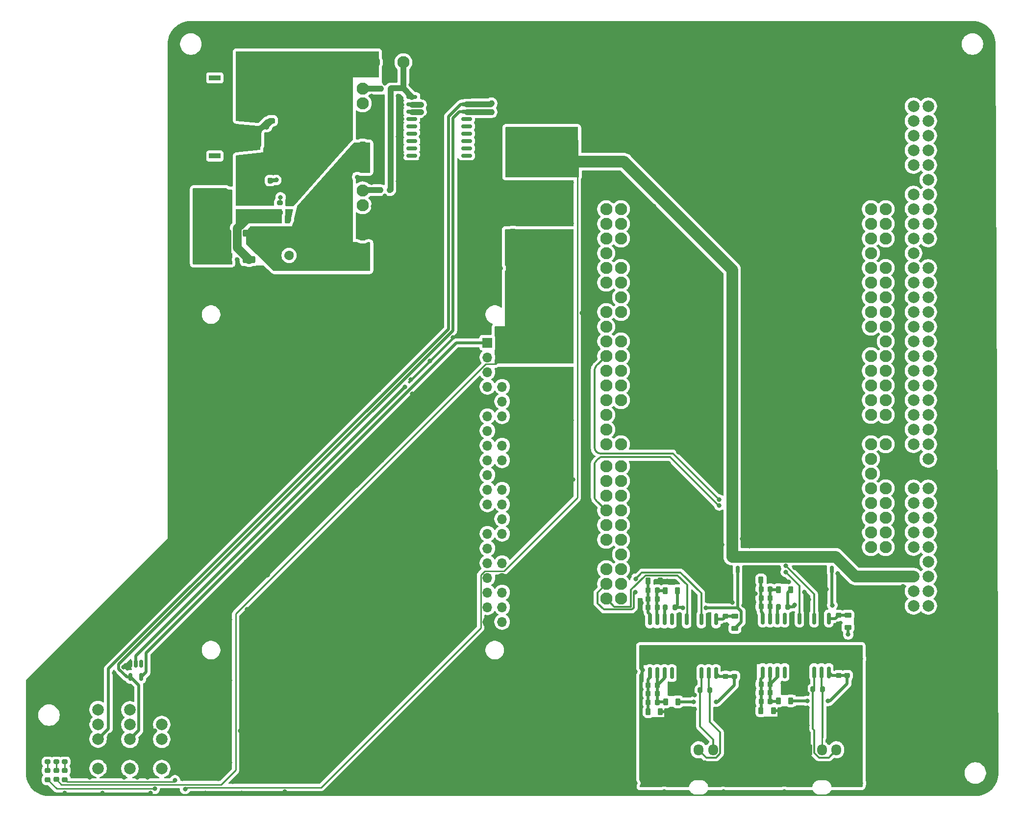
<source format=gbr>
%TF.GenerationSoftware,KiCad,Pcbnew,9.0.2*%
%TF.CreationDate,2025-09-29T11:38:53+09:00*%
%TF.ProjectId,RDC_Humanoid_Logic,5244435f-4875-46d6-916e-6f69645f4c6f,rev?*%
%TF.SameCoordinates,Original*%
%TF.FileFunction,Copper,L1,Top*%
%TF.FilePolarity,Positive*%
%FSLAX46Y46*%
G04 Gerber Fmt 4.6, Leading zero omitted, Abs format (unit mm)*
G04 Created by KiCad (PCBNEW 9.0.2) date 2025-09-29 11:38:53*
%MOMM*%
%LPD*%
G01*
G04 APERTURE LIST*
G04 Aperture macros list*
%AMRoundRect*
0 Rectangle with rounded corners*
0 $1 Rounding radius*
0 $2 $3 $4 $5 $6 $7 $8 $9 X,Y pos of 4 corners*
0 Add a 4 corners polygon primitive as box body*
4,1,4,$2,$3,$4,$5,$6,$7,$8,$9,$2,$3,0*
0 Add four circle primitives for the rounded corners*
1,1,$1+$1,$2,$3*
1,1,$1+$1,$4,$5*
1,1,$1+$1,$6,$7*
1,1,$1+$1,$8,$9*
0 Add four rect primitives between the rounded corners*
20,1,$1+$1,$2,$3,$4,$5,0*
20,1,$1+$1,$4,$5,$6,$7,0*
20,1,$1+$1,$6,$7,$8,$9,0*
20,1,$1+$1,$8,$9,$2,$3,0*%
G04 Aperture macros list end*
%TA.AperFunction,ComponentPad*%
%ADD10C,2.100000*%
%TD*%
%TA.AperFunction,ComponentPad*%
%ADD11C,2.000000*%
%TD*%
%TA.AperFunction,SMDPad,CuDef*%
%ADD12RoundRect,0.200000X-0.275000X0.200000X-0.275000X-0.200000X0.275000X-0.200000X0.275000X0.200000X0*%
%TD*%
%TA.AperFunction,SMDPad,CuDef*%
%ADD13RoundRect,0.225000X-0.250000X0.225000X-0.250000X-0.225000X0.250000X-0.225000X0.250000X0.225000X0*%
%TD*%
%TA.AperFunction,ComponentPad*%
%ADD14RoundRect,0.250000X-0.600000X-0.725000X0.600000X-0.725000X0.600000X0.725000X-0.600000X0.725000X0*%
%TD*%
%TA.AperFunction,ComponentPad*%
%ADD15O,1.700000X1.950000*%
%TD*%
%TA.AperFunction,SMDPad,CuDef*%
%ADD16RoundRect,0.225000X0.225000X0.250000X-0.225000X0.250000X-0.225000X-0.250000X0.225000X-0.250000X0*%
%TD*%
%TA.AperFunction,SMDPad,CuDef*%
%ADD17RoundRect,0.200000X0.200000X0.275000X-0.200000X0.275000X-0.200000X-0.275000X0.200000X-0.275000X0*%
%TD*%
%TA.AperFunction,SMDPad,CuDef*%
%ADD18RoundRect,0.218750X-0.256250X0.218750X-0.256250X-0.218750X0.256250X-0.218750X0.256250X0.218750X0*%
%TD*%
%TA.AperFunction,SMDPad,CuDef*%
%ADD19RoundRect,0.225000X0.250000X-0.225000X0.250000X0.225000X-0.250000X0.225000X-0.250000X-0.225000X0*%
%TD*%
%TA.AperFunction,ComponentPad*%
%ADD20R,1.700000X1.700000*%
%TD*%
%TA.AperFunction,ComponentPad*%
%ADD21O,1.700000X1.700000*%
%TD*%
%TA.AperFunction,SMDPad,CuDef*%
%ADD22RoundRect,0.250000X0.850000X0.350000X-0.850000X0.350000X-0.850000X-0.350000X0.850000X-0.350000X0*%
%TD*%
%TA.AperFunction,SMDPad,CuDef*%
%ADD23RoundRect,0.250000X1.275000X1.125000X-1.275000X1.125000X-1.275000X-1.125000X1.275000X-1.125000X0*%
%TD*%
%TA.AperFunction,SMDPad,CuDef*%
%ADD24RoundRect,0.249997X2.950003X2.650003X-2.950003X2.650003X-2.950003X-2.650003X2.950003X-2.650003X0*%
%TD*%
%TA.AperFunction,SMDPad,CuDef*%
%ADD25RoundRect,0.218750X0.381250X-0.218750X0.381250X0.218750X-0.381250X0.218750X-0.381250X-0.218750X0*%
%TD*%
%TA.AperFunction,SMDPad,CuDef*%
%ADD26RoundRect,0.150000X0.150000X-0.512500X0.150000X0.512500X-0.150000X0.512500X-0.150000X-0.512500X0*%
%TD*%
%TA.AperFunction,SMDPad,CuDef*%
%ADD27RoundRect,0.218750X0.218750X0.381250X-0.218750X0.381250X-0.218750X-0.381250X0.218750X-0.381250X0*%
%TD*%
%TA.AperFunction,SMDPad,CuDef*%
%ADD28RoundRect,0.200000X-0.200000X-0.275000X0.200000X-0.275000X0.200000X0.275000X-0.200000X0.275000X0*%
%TD*%
%TA.AperFunction,SMDPad,CuDef*%
%ADD29RoundRect,0.150000X-0.150000X0.875000X-0.150000X-0.875000X0.150000X-0.875000X0.150000X0.875000X0*%
%TD*%
%TA.AperFunction,SMDPad,CuDef*%
%ADD30RoundRect,0.200000X0.275000X-0.200000X0.275000X0.200000X-0.275000X0.200000X-0.275000X-0.200000X0*%
%TD*%
%TA.AperFunction,SMDPad,CuDef*%
%ADD31RoundRect,0.218750X-0.218750X-0.381250X0.218750X-0.381250X0.218750X0.381250X-0.218750X0.381250X0*%
%TD*%
%TA.AperFunction,SMDPad,CuDef*%
%ADD32RoundRect,0.150000X-0.150000X0.512500X-0.150000X-0.512500X0.150000X-0.512500X0.150000X0.512500X0*%
%TD*%
%TA.AperFunction,ComponentPad*%
%ADD33R,1.600000X1.600000*%
%TD*%
%TA.AperFunction,ComponentPad*%
%ADD34C,1.600000*%
%TD*%
%TA.AperFunction,SMDPad,CuDef*%
%ADD35RoundRect,0.150000X0.800000X0.150000X-0.800000X0.150000X-0.800000X-0.150000X0.800000X-0.150000X0*%
%TD*%
%TA.AperFunction,ComponentPad*%
%ADD36R,2.000000X0.900000*%
%TD*%
%TA.AperFunction,ComponentPad*%
%ADD37RoundRect,1.025000X1.025000X-1.025000X1.025000X1.025000X-1.025000X1.025000X-1.025000X-1.025000X0*%
%TD*%
%TA.AperFunction,ComponentPad*%
%ADD38C,4.100000*%
%TD*%
%TA.AperFunction,SMDPad,CuDef*%
%ADD39RoundRect,0.225000X-0.375000X0.225000X-0.375000X-0.225000X0.375000X-0.225000X0.375000X0.225000X0*%
%TD*%
%TA.AperFunction,ViaPad*%
%ADD40C,0.800000*%
%TD*%
%TA.AperFunction,Conductor*%
%ADD41C,0.500000*%
%TD*%
%TA.AperFunction,Conductor*%
%ADD42C,0.250000*%
%TD*%
%TA.AperFunction,Conductor*%
%ADD43C,2.000000*%
%TD*%
%TA.AperFunction,Conductor*%
%ADD44C,0.300000*%
%TD*%
%TA.AperFunction,Conductor*%
%ADD45C,1.000000*%
%TD*%
%TA.AperFunction,Conductor*%
%ADD46C,1.500000*%
%TD*%
G04 APERTURE END LIST*
D10*
%TO.P,U3,1,NC*%
%TO.N,unconnected-(U3-NC-Pad1)*%
X206000000Y-118960000D03*
%TO.P,U3,2,PC8*%
%TO.N,unconnected-(U3-PC8-Pad2)*%
X203460000Y-118960000D03*
%TO.P,U3,3,IOREF*%
%TO.N,unconnected-(U3-IOREF-Pad3)*%
X206000000Y-116420000D03*
%TO.P,U3,4,PC9*%
%TO.N,unconnected-(U3-PC9-Pad4)*%
X203460000Y-116420000D03*
%TO.P,U3,5,NRST*%
%TO.N,unconnected-(U3-NRST-Pad5)*%
X206000000Y-113880000D03*
%TO.P,U3,6,PC10*%
%TO.N,unconnected-(U3-PC10-Pad6)*%
X203460000Y-113880000D03*
%TO.P,U3,7,3V3*%
%TO.N,unconnected-(U3-3V3-Pad7)*%
X206000000Y-111340000D03*
%TO.P,U3,8,PC11*%
%TO.N,unconnected-(U3-PC11-Pad8)*%
X203460000Y-111340000D03*
%TO.P,U3,9,5V*%
%TO.N,unconnected-(U3-5V-Pad9)*%
X206000000Y-108800000D03*
%TO.P,U3,10,PC12*%
%TO.N,unconnected-(U3-PC12-Pad10)*%
X203460000Y-108800000D03*
%TO.P,U3,11,GND*%
%TO.N,GND*%
X206000000Y-106260000D03*
%TO.P,U3,12,PD2*%
%TO.N,unconnected-(U3-PD2-Pad12)*%
X203460000Y-106260000D03*
%TO.P,U3,13,GND*%
%TO.N,GND*%
X206000000Y-103720000D03*
%TO.P,U3,14,PG10*%
%TO.N,unconnected-(U3-PG10-Pad14)*%
X203460000Y-103720000D03*
%TO.P,U3,15,VIN*%
%TO.N,unconnected-(U3-VIN-Pad15)*%
X206000000Y-101180000D03*
%TO.P,U3,16,PG8*%
%TO.N,unconnected-(U3-PG8-Pad16)*%
X203460000Y-101180000D03*
%TO.P,U3,17,PA3*%
%TO.N,unconnected-(U3-PA3-Pad17)*%
X206000000Y-96100000D03*
%TO.P,U3,18,PD7*%
%TO.N,unconnected-(U3-PD7-Pad18)*%
X203460000Y-96100000D03*
%TO.P,U3,19,PC0*%
%TO.N,unconnected-(U3-PC0-Pad19)*%
X206000000Y-93560000D03*
%TO.P,U3,20,PD6*%
%TO.N,unconnected-(U3-PD6-Pad20)*%
X203460000Y-93560000D03*
%TO.P,U3,21,PC3*%
%TO.N,unconnected-(U3-PC3-Pad21)*%
X206000000Y-91020000D03*
%TO.P,U3,22,PD5*%
%TO.N,unconnected-(U3-PD5-Pad22)*%
X203460000Y-91020000D03*
%TO.P,U3,23,PB1*%
%TO.N,unconnected-(U3-PB1-Pad23)*%
X206000000Y-88480000D03*
%TO.P,U3,24,PD4*%
%TO.N,unconnected-(U3-PD4-Pad24)*%
X203460000Y-88480000D03*
%TO.P,U3,25,PC2*%
%TO.N,unconnected-(U3-PC2-Pad25)*%
X206000000Y-85940000D03*
%TO.P,U3,26,PD3*%
%TO.N,unconnected-(U3-PD3-Pad26)*%
X203460000Y-85940000D03*
%TO.P,U3,27,PF11*%
%TO.N,unconnected-(U3-PF11-Pad27)*%
X206000000Y-83400000D03*
%TO.P,U3,28,GND*%
%TO.N,GND*%
X203460000Y-83400000D03*
%TO.P,U3,29,PB2*%
%TO.N,unconnected-(U3-PB2-Pad29)*%
X206000000Y-80860000D03*
%TO.P,U3,30,PE2*%
%TO.N,unconnected-(U3-PE2-Pad30)*%
X203460000Y-80860000D03*
%TO.P,U3,31,PE9*%
%TO.N,unconnected-(U3-PE9-Pad31)*%
X206000000Y-78320000D03*
%TO.P,U3,32,PE4*%
%TO.N,unconnected-(U3-PE4-Pad32)*%
X203460000Y-78320000D03*
%TO.P,U3,33,PB5*%
%TO.N,unconnected-(U3-PB5-Pad33)*%
X206000000Y-75780000D03*
%TO.P,U3,34,PE5*%
%TO.N,unconnected-(U3-PE5-Pad34)*%
X203460000Y-75780000D03*
%TO.P,U3,35,PF14*%
%TO.N,unconnected-(U3-PF14-Pad35)*%
X206000000Y-73240000D03*
%TO.P,U3,36,PE6*%
%TO.N,unconnected-(U3-PE6-Pad36)*%
X203460000Y-73240000D03*
%TO.P,U3,37,PF15*%
%TO.N,unconnected-(U3-PF15-Pad37)*%
X206000000Y-70700000D03*
%TO.P,U3,38,PE3*%
%TO.N,unconnected-(U3-PE3-Pad38)*%
X203460000Y-70700000D03*
%TO.P,U3,39,GND*%
%TO.N,GND*%
X206000000Y-68160000D03*
%TO.P,U3,40,PF8*%
%TO.N,unconnected-(U3-PF8-Pad40)*%
X203460000Y-68160000D03*
%TO.P,U3,41,PD0*%
%TO.N,unconnected-(U3-PD0-Pad41)*%
X206000000Y-65620000D03*
%TO.P,U3,42,PF7*%
%TO.N,unconnected-(U3-PF7-Pad42)*%
X203460000Y-65620000D03*
%TO.P,U3,43,PD1*%
%TO.N,unconnected-(U3-PD1-Pad43)*%
X206000000Y-63080000D03*
%TO.P,U3,44,PF9*%
%TO.N,unconnected-(U3-PF9-Pad44)*%
X203460000Y-63080000D03*
%TO.P,U3,45,PB14*%
%TO.N,unconnected-(U3-PB14-Pad45)*%
X206000000Y-60540000D03*
%TO.P,U3,46,PD10*%
%TO.N,unconnected-(U3-PD10-Pad46)*%
X203460000Y-60540000D03*
%TO.P,U3,47,PC6*%
%TO.N,unconnected-(U3-PC6-Pad47)*%
X160280000Y-127850000D03*
%TO.P,U3,48,PB8*%
%TO.N,/CAN_Trans1/CAN_RX*%
X157740000Y-127850000D03*
%TO.P,U3,49,PB15*%
%TO.N,unconnected-(U3-PB15-Pad49)*%
X160280000Y-125310000D03*
%TO.P,U3,50,PB9*%
%TO.N,/CAN_Trans1/CAN_TX*%
X157740000Y-125310000D03*
%TO.P,U3,51,PB13*%
%TO.N,unconnected-(U3-PB13-Pad51)*%
X160280000Y-122770000D03*
%TO.P,U3,52,VREFP*%
%TO.N,unconnected-(U3-VREFP-Pad52)*%
X157740000Y-122770000D03*
%TO.P,U3,53,PB12*%
%TO.N,unconnected-(U3-PB12-Pad53)*%
X160280000Y-120230000D03*
%TO.P,U3,54,GND*%
%TO.N,GND*%
X157740000Y-120230000D03*
%TO.P,U3,55,PA15*%
%TO.N,unconnected-(U3-PA15-Pad55)*%
X160280000Y-117690000D03*
%TO.P,U3,56,PA5*%
%TO.N,unconnected-(U3-PA5-Pad56)*%
X157740000Y-117690000D03*
%TO.P,U3,57,PC7*%
%TO.N,unconnected-(U3-PC7-Pad57)*%
X160280000Y-115150000D03*
%TO.P,U3,58,PA6*%
%TO.N,unconnected-(U3-PA6-Pad58)*%
X157740000Y-115150000D03*
%TO.P,U3,59,PB5*%
%TO.N,unconnected-(U3-PB5-Pad59)*%
X160280000Y-112610000D03*
%TO.P,U3,60,PB5*%
%TO.N,/CAN_Trans2/CAN_RX*%
X157740000Y-112610000D03*
%TO.P,U3,61,PB3*%
%TO.N,unconnected-(U3-PB3-Pad61)*%
X160280000Y-110070000D03*
%TO.P,U3,62,PD14*%
%TO.N,unconnected-(U3-PD14-Pad62)*%
X157740000Y-110070000D03*
%TO.P,U3,63,PA4*%
%TO.N,unconnected-(U3-PA4-Pad63)*%
X160280000Y-107530000D03*
%TO.P,U3,64,PD15*%
%TO.N,unconnected-(U3-PD15-Pad64)*%
X157740000Y-107530000D03*
%TO.P,U3,65,PB4*%
%TO.N,unconnected-(U3-PB4-Pad65)*%
X160280000Y-104990000D03*
%TO.P,U3,66,PG9*%
%TO.N,unconnected-(U3-PG9-Pad66)*%
X157740000Y-104990000D03*
%TO.P,U3,67,VDDA*%
%TO.N,unconnected-(U3-VDDA-Pad67)*%
X160280000Y-101180000D03*
%TO.P,U3,68,PG12*%
%TO.N,unconnected-(U3-PG12-Pad68)*%
X157740000Y-101180000D03*
%TO.P,U3,69,AGND*%
%TO.N,GND*%
X160280000Y-98640000D03*
%TO.P,U3,70,PA8*%
%TO.N,unconnected-(U3-PA8-Pad70)*%
X157740000Y-98640000D03*
%TO.P,U3,71,GND*%
%TO.N,GND*%
X160280000Y-96100000D03*
%TO.P,U3,72,PE11*%
%TO.N,unconnected-(U3-PE11-Pad72)*%
X157740000Y-96100000D03*
%TO.P,U3,73,PF6*%
%TO.N,unconnected-(U3-PF6-Pad73)*%
X160280000Y-93560000D03*
%TO.P,U3,74,PE14*%
%TO.N,unconnected-(U3-PE14-Pad74)*%
X157740000Y-93560000D03*
%TO.P,U3,75,PF10*%
%TO.N,unconnected-(U3-PF10-Pad75)*%
X160280000Y-91020000D03*
%TO.P,U3,76,PE13*%
%TO.N,unconnected-(U3-PE13-Pad76)*%
X157740000Y-91020000D03*
%TO.P,U3,77,PA2*%
%TO.N,unconnected-(U3-PA2-Pad77)*%
X160280000Y-88480000D03*
%TO.P,U3,78,PG14*%
%TO.N,unconnected-(U3-PG14-Pad78)*%
X157740000Y-88480000D03*
%TO.P,U3,79,PG6*%
%TO.N,unconnected-(U3-PG6-Pad79)*%
X160280000Y-85940000D03*
%TO.P,U3,80,PB6*%
%TO.N,/CAN_Trans2/CAN_TX*%
X157740000Y-85940000D03*
%TO.P,U3,81,PB2*%
%TO.N,unconnected-(U3-PB2-Pad81)*%
X160280000Y-83400000D03*
%TO.P,U3,82,PB7*%
%TO.N,unconnected-(U3-PB7-Pad82)*%
X157740000Y-83400000D03*
%TO.P,U3,83,GND*%
%TO.N,GND*%
X160280000Y-80860000D03*
%TO.P,U3,84,PE8*%
%TO.N,unconnected-(U3-PE8-Pad84)*%
X157740000Y-80860000D03*
%TO.P,U3,85,PD13*%
%TO.N,unconnected-(U3-PD13-Pad85)*%
X160280000Y-78320000D03*
%TO.P,U3,86,PE7*%
%TO.N,unconnected-(U3-PE7-Pad86)*%
X157740000Y-78320000D03*
%TO.P,U3,87,PD12*%
%TO.N,unconnected-(U3-PD12-Pad87)*%
X160280000Y-75780000D03*
%TO.P,U3,88,GND*%
%TO.N,GND*%
X157740000Y-75780000D03*
%TO.P,U3,89,PD11*%
%TO.N,unconnected-(U3-PD11-Pad89)*%
X160280000Y-73240000D03*
%TO.P,U3,90,PE10*%
%TO.N,unconnected-(U3-PE10-Pad90)*%
X157740000Y-73240000D03*
%TO.P,U3,91,PE2*%
%TO.N,unconnected-(U3-PE2-Pad91)*%
X160280000Y-70700000D03*
%TO.P,U3,92,PE12*%
%TO.N,unconnected-(U3-PE12-Pad92)*%
X157740000Y-70700000D03*
%TO.P,U3,93,GND*%
%TO.N,GND*%
X160280000Y-68160000D03*
%TO.P,U3,94,PE6*%
%TO.N,unconnected-(U3-PE6-Pad94)*%
X157740000Y-68160000D03*
%TO.P,U3,95,PA0*%
%TO.N,unconnected-(U3-PA0-Pad95)*%
X160280000Y-65620000D03*
%TO.P,U3,96,PE15*%
%TO.N,unconnected-(U3-PE15-Pad96)*%
X157740000Y-65620000D03*
%TO.P,U3,97,PB0*%
%TO.N,unconnected-(U3-PB0-Pad97)*%
X160280000Y-63080000D03*
%TO.P,U3,98,PB10*%
%TO.N,unconnected-(U3-PB10-Pad98)*%
X157740000Y-63080000D03*
%TO.P,U3,99,PE0*%
%TO.N,unconnected-(U3-PE0-Pad99)*%
X160280000Y-60540000D03*
%TO.P,U3,100,PB11*%
%TO.N,unconnected-(U3-PB11-Pad100)*%
X157740000Y-60540000D03*
D11*
%TO.P,U3,101,PC10*%
%TO.N,unconnected-(U3-PC10-Pad101)*%
X213370000Y-129120000D03*
%TO.P,U3,102,PC11*%
%TO.N,unconnected-(U3-PC11-Pad102)*%
X210830000Y-129120000D03*
%TO.P,U3,103,PC12*%
%TO.N,unconnected-(U3-PC12-Pad103)*%
X213370000Y-126580000D03*
%TO.P,U3,104,PD2*%
%TO.N,unconnected-(U3-PD2-Pad104)*%
X210830000Y-126580000D03*
%TO.P,U3,105,3V3_VDD*%
%TO.N,unconnected-(U3-3V3_VDD-Pad105)*%
X213370000Y-124040000D03*
%TO.P,U3,106,5V_EXT*%
%TO.N,+5V*%
X210830000Y-124040000D03*
%TO.P,U3,107,BOOT0*%
%TO.N,unconnected-(U3-BOOT0-Pad107)*%
X213370000Y-121500000D03*
%TO.P,U3,108,GND*%
%TO.N,GND*%
X210830000Y-121500000D03*
%TO.P,U3,109,PF6*%
%TO.N,unconnected-(U3-PF6-Pad109)*%
X213370000Y-118960000D03*
%TO.P,U3,110,NC*%
%TO.N,unconnected-(U3-NC-Pad110)*%
X210830000Y-118960000D03*
%TO.P,U3,111*%
%TO.N,N/C*%
X213370000Y-116420000D03*
%TO.P,U3,112*%
X210830000Y-116420000D03*
%TO.P,U3,113*%
X213370000Y-113880000D03*
%TO.P,U3,114*%
X210830000Y-113880000D03*
%TO.P,U3,115*%
X213370000Y-111340000D03*
%TO.P,U3,116*%
X210830000Y-111340000D03*
%TO.P,U3,117*%
X213370000Y-108800000D03*
%TO.P,U3,118*%
X210830000Y-108800000D03*
%TO.P,U3,119,GND*%
%TO.N,GND*%
X213370000Y-106260000D03*
%TO.P,U3,120,GND*%
X210830000Y-106260000D03*
%TO.P,U3,121*%
%TO.N,N/C*%
X213370000Y-103720000D03*
%TO.P,U3,122,GND*%
%TO.N,GND*%
X210830000Y-103720000D03*
%TO.P,U3,123*%
%TO.N,N/C*%
X213370000Y-101180000D03*
%TO.P,U3,124*%
X210830000Y-101180000D03*
%TO.P,U3,125*%
X213370000Y-98640000D03*
%TO.P,U3,126*%
X210830000Y-98640000D03*
%TO.P,U3,127*%
X213370000Y-96100000D03*
%TO.P,U3,128*%
X210830000Y-96100000D03*
%TO.P,U3,129*%
X213370000Y-93560000D03*
%TO.P,U3,130*%
X210830000Y-93560000D03*
%TO.P,U3,131*%
X213370000Y-91020000D03*
%TO.P,U3,132*%
X210830000Y-91020000D03*
%TO.P,U3,133*%
X213370000Y-88480000D03*
%TO.P,U3,134*%
X210830000Y-88480000D03*
%TO.P,U3,135*%
X213370000Y-85940000D03*
%TO.P,U3,136*%
X210830000Y-85940000D03*
%TO.P,U3,137*%
X213370000Y-83400000D03*
%TO.P,U3,138*%
X210830000Y-83400000D03*
%TO.P,U3,139*%
X213370000Y-80860000D03*
%TO.P,U3,140*%
X210830000Y-80860000D03*
%TO.P,U3,141*%
X213370000Y-78320000D03*
%TO.P,U3,142*%
X210830000Y-78320000D03*
%TO.P,U3,143*%
X213370000Y-75780000D03*
%TO.P,U3,144*%
X210830000Y-75780000D03*
%TO.P,U3,145*%
X213370000Y-73240000D03*
%TO.P,U3,146*%
X210830000Y-73240000D03*
%TO.P,U3,147*%
X213370000Y-70700000D03*
%TO.P,U3,148*%
X210830000Y-70700000D03*
%TO.P,U3,149,GND*%
%TO.N,GND*%
X213370000Y-68160000D03*
%TO.P,U3,150*%
%TO.N,N/C*%
X210830000Y-68160000D03*
%TO.P,U3,151*%
X213370000Y-65620000D03*
%TO.P,U3,152*%
X210830000Y-65620000D03*
%TO.P,U3,153*%
X213370000Y-63080000D03*
%TO.P,U3,154*%
X210830000Y-63080000D03*
%TO.P,U3,155*%
X213370000Y-60540000D03*
%TO.P,U3,156*%
X210830000Y-60540000D03*
%TO.P,U3,157*%
X213370000Y-58000000D03*
%TO.P,U3,158*%
X210830000Y-58000000D03*
%TO.P,U3,159*%
X213370000Y-55460000D03*
%TO.P,U3,160,GND*%
%TO.N,GND*%
X210830000Y-55460000D03*
%TO.P,U3,161*%
%TO.N,N/C*%
X213370000Y-52920000D03*
%TO.P,U3,162*%
X210830000Y-52920000D03*
%TO.P,U3,163*%
X213370000Y-50380000D03*
%TO.P,U3,164*%
X210830000Y-50380000D03*
%TO.P,U3,165*%
X213370000Y-47840000D03*
%TO.P,U3,166*%
X210830000Y-47840000D03*
%TO.P,U3,167*%
X213370000Y-45300000D03*
%TO.P,U3,168*%
X210830000Y-45300000D03*
%TO.P,U3,169*%
X213370000Y-42760000D03*
%TO.P,U3,170*%
X210830000Y-42760000D03*
%TD*%
D12*
%TO.P,R15,1*%
%TO.N,+12V*%
X99850000Y-59475000D03*
%TO.P,R15,2*%
%TO.N,Net-(Q1-G)*%
X99850000Y-61125000D03*
%TD*%
D13*
%TO.P,C15,1*%
%TO.N,Net-(U2-V_{IO})*%
X197881000Y-130746000D03*
%TO.P,C15,2*%
%TO.N,GND*%
X197881000Y-132296000D03*
%TD*%
D14*
%TO.P,J3,1,Pin_1*%
%TO.N,GND1*%
X192500000Y-154000000D03*
D15*
%TO.P,J3,2,Pin_2*%
%TO.N,/CAN_Trans2/CANH*%
X195000000Y-154000000D03*
%TO.P,J3,3,Pin_3*%
%TO.N,/CAN_Trans2/CANL*%
X197500000Y-154000000D03*
%TD*%
D16*
%TO.P,C5,1*%
%TO.N,Net-(U1-V_{DD})*%
X166556000Y-129396000D03*
%TO.P,C5,2*%
%TO.N,Net-(U1-GND1)*%
X165006000Y-129396000D03*
%TD*%
D10*
%TO.P,for_PG1,1,+V_{in}*%
%TO.N,+12V*%
X117613000Y-35160000D03*
%TO.P,for_PG1,2,GND*%
%TO.N,GND*%
X120153000Y-35160000D03*
%TO.P,for_PG1,3,+V_{out}*%
%TO.N,EN_Power*%
X122693000Y-35160000D03*
%TD*%
D16*
%TO.P,C4,1*%
%TO.N,Net-(U1-V_{DD})*%
X166556000Y-127896000D03*
%TO.P,C4,2*%
%TO.N,Net-(U1-GND1)*%
X165006000Y-127896000D03*
%TD*%
D11*
%TO.P,SW1,*%
%TO.N,*%
X80975000Y-157246250D03*
%TO.P,SW1,1,A*%
%TO.N,unconnected-(SW1-A-Pad1)*%
X80975000Y-152166250D03*
%TO.P,SW1,2,B*%
%TO.N,Net-(SW1-B)*%
X80975000Y-149626250D03*
%TO.P,SW1,3,C*%
%TO.N,GND*%
X80975000Y-147086250D03*
%TD*%
D17*
%TO.P,R3,1*%
%TO.N,Net-(J6-Pin_2)*%
X169602200Y-129403200D03*
%TO.P,R3,2*%
%TO.N,Net-(U1-EN{slash}FLT)*%
X167952200Y-129403200D03*
%TD*%
D18*
%TO.P,D4,1,K*%
%TO.N,Net-(D4-K)*%
X62750000Y-157537500D03*
%TO.P,D4,2,A*%
%TO.N,RasPi_Power*%
X62750000Y-159112500D03*
%TD*%
%TO.P,D2,1,K*%
%TO.N,Net-(D2-K)*%
X61250000Y-157575000D03*
%TO.P,D2,2,A*%
%TO.N,Logic_Power*%
X61250000Y-159150000D03*
%TD*%
D17*
%TO.P,R14,1*%
%TO.N,EN_Power*%
X120378000Y-57260000D03*
%TO.P,R14,2*%
%TO.N,/Logic_Power/RasPi_PG*%
X118728000Y-57260000D03*
%TD*%
D11*
%TO.P,SW3,*%
%TO.N,*%
X69975000Y-157206250D03*
%TO.P,SW3,1,A*%
%TO.N,Net-(SW3-A)*%
X69975000Y-152126250D03*
%TO.P,SW3,2,B*%
%TO.N,Logic_Power*%
X69975000Y-149586250D03*
%TO.P,SW3,3,C*%
%TO.N,unconnected-(SW3-C-Pad3)*%
X69975000Y-147046250D03*
%TD*%
D16*
%TO.P,C12,1*%
%TO.N,Net-(U2-V_{DD})*%
X186056000Y-126246000D03*
%TO.P,C12,2*%
%TO.N,Net-(U2-GND1)*%
X184506000Y-126246000D03*
%TD*%
D19*
%TO.P,C7,1*%
%TO.N,Net-(U1-V_{ISOIN})*%
X178381000Y-141296000D03*
%TO.P,C7,2*%
%TO.N,GND1*%
X178381000Y-139746000D03*
%TD*%
D13*
%TO.P,C6,1*%
%TO.N,Net-(U1-V_{IO})*%
X178381000Y-130896000D03*
%TO.P,C6,2*%
%TO.N,GND*%
X178381000Y-132446000D03*
%TD*%
D19*
%TO.P,C16,1*%
%TO.N,Net-(U2-V_{ISOIN})*%
X197881000Y-141146000D03*
%TO.P,C16,2*%
%TO.N,GND1*%
X197881000Y-139596000D03*
%TD*%
D20*
%TO.P,J4,1,Pin_1*%
%TO.N,EN_STM_VCC*%
X137230000Y-83620000D03*
D21*
%TO.P,J4,2,Pin_2*%
%TO.N,RasPi_Power*%
X139770000Y-83620000D03*
%TO.P,J4,3,Pin_3*%
%TO.N,unconnected-(J4-Pin_3-Pad3)*%
X137230000Y-86160000D03*
%TO.P,J4,4,Pin_4*%
%TO.N,RasPi_Power*%
X139770000Y-86160000D03*
%TO.P,J4,5,Pin_5*%
%TO.N,unconnected-(J4-Pin_5-Pad5)*%
X137230000Y-88700000D03*
%TO.P,J4,6,Pin_6*%
%TO.N,GND*%
X139770000Y-88700000D03*
%TO.P,J4,7,Pin_7*%
%TO.N,EN_STM*%
X137230000Y-91240000D03*
%TO.P,J4,8,Pin_8*%
%TO.N,unconnected-(J4-Pin_8-Pad8)*%
X139770000Y-91240000D03*
%TO.P,J4,9,Pin_9*%
%TO.N,GND*%
X137230000Y-93780000D03*
%TO.P,J4,10,Pin_10*%
%TO.N,unconnected-(J4-Pin_10-Pad10)*%
X139770000Y-93780000D03*
%TO.P,J4,11,Pin_11*%
%TO.N,unconnected-(J4-Pin_11-Pad11)*%
X137230000Y-96320000D03*
%TO.P,J4,12,Pin_12*%
%TO.N,unconnected-(J4-Pin_12-Pad12)*%
X139770000Y-96320000D03*
%TO.P,J4,13,Pin_13*%
%TO.N,unconnected-(J4-Pin_13-Pad13)*%
X137230000Y-98860000D03*
%TO.P,J4,14,Pin_14*%
%TO.N,GND*%
X139770000Y-98860000D03*
%TO.P,J4,15,Pin_15*%
%TO.N,unconnected-(J4-Pin_15-Pad15)*%
X137230000Y-101400000D03*
%TO.P,J4,16,Pin_16*%
%TO.N,unconnected-(J4-Pin_16-Pad16)*%
X139770000Y-101400000D03*
%TO.P,J4,17,Pin_17*%
%TO.N,unconnected-(J4-Pin_17-Pad17)*%
X137230000Y-103940000D03*
%TO.P,J4,18,Pin_18*%
%TO.N,unconnected-(J4-Pin_18-Pad18)*%
X139770000Y-103940000D03*
%TO.P,J4,19,Pin_19*%
%TO.N,unconnected-(J4-Pin_19-Pad19)*%
X137230000Y-106480000D03*
%TO.P,J4,20,Pin_20*%
%TO.N,GND*%
X139770000Y-106480000D03*
%TO.P,J4,21,Pin_21*%
%TO.N,unconnected-(J4-Pin_21-Pad21)*%
X137230000Y-109020000D03*
%TO.P,J4,22,Pin_22*%
%TO.N,unconnected-(J4-Pin_22-Pad22)*%
X139770000Y-109020000D03*
%TO.P,J4,23,Pin_23*%
%TO.N,unconnected-(J4-Pin_23-Pad23)*%
X137230000Y-111560000D03*
%TO.P,J4,24,Pin_24*%
%TO.N,unconnected-(J4-Pin_24-Pad24)*%
X139770000Y-111560000D03*
%TO.P,J4,25,Pin_25*%
%TO.N,GND*%
X137230000Y-114100000D03*
%TO.P,J4,26,Pin_26*%
%TO.N,unconnected-(J4-Pin_26-Pad26)*%
X139770000Y-114100000D03*
%TO.P,J4,27,Pin_27*%
%TO.N,unconnected-(J4-Pin_27-Pad27)*%
X137230000Y-116640000D03*
%TO.P,J4,28,Pin_28*%
%TO.N,unconnected-(J4-Pin_28-Pad28)*%
X139770000Y-116640000D03*
%TO.P,J4,29,Pin_29*%
%TO.N,unconnected-(J4-Pin_29-Pad29)*%
X137230000Y-119180000D03*
%TO.P,J4,30,Pin_30*%
%TO.N,GND*%
X139770000Y-119180000D03*
%TO.P,J4,31,Pin_31*%
%TO.N,unconnected-(J4-Pin_31-Pad31)*%
X137230000Y-121720000D03*
%TO.P,J4,32,Pin_32*%
%TO.N,unconnected-(J4-Pin_32-Pad32)*%
X139770000Y-121720000D03*
%TO.P,J4,33,Pin_33*%
%TO.N,unconnected-(J4-Pin_33-Pad33)*%
X137230000Y-124260000D03*
%TO.P,J4,34,Pin_34*%
%TO.N,GND*%
X139770000Y-124260000D03*
%TO.P,J4,35,Pin_35*%
%TO.N,unconnected-(J4-Pin_35-Pad35)*%
X137230000Y-126800000D03*
%TO.P,J4,36,Pin_36*%
%TO.N,unconnected-(J4-Pin_36-Pad36)*%
X139770000Y-126800000D03*
%TO.P,J4,37,Pin_37*%
%TO.N,unconnected-(J4-Pin_37-Pad37)*%
X137230000Y-129340000D03*
%TO.P,J4,38,Pin_38*%
%TO.N,unconnected-(J4-Pin_38-Pad38)*%
X139770000Y-129340000D03*
%TO.P,J4,39,Pin_39*%
%TO.N,GND*%
X137230000Y-131880000D03*
%TO.P,J4,40,Pin_40*%
%TO.N,unconnected-(J4-Pin_40-Pad40)*%
X139770000Y-131880000D03*
%TD*%
D18*
%TO.P,D3,1,K*%
%TO.N,Net-(D3-K)*%
X64250000Y-157575000D03*
%TO.P,D3,2,A*%
%TO.N,+5V*%
X64250000Y-159150000D03*
%TD*%
D22*
%TO.P,Q2,1,G*%
%TO.N,Net-(Q1-G)*%
X96050000Y-69280000D03*
D23*
%TO.P,Q2,2,D*%
%TO.N,Net-(Q1-D)*%
X91425000Y-68525000D03*
X91425000Y-65475000D03*
D24*
X89750000Y-67000000D03*
D23*
X88075000Y-68525000D03*
X88075000Y-65475000D03*
D22*
%TO.P,Q2,3,S*%
%TO.N,Logic_Power*%
X96050000Y-64720000D03*
%TD*%
D25*
%TO.P,FB3,1*%
%TO.N,Net-(J6-Pin_2)*%
X179981000Y-132996000D03*
%TO.P,FB3,2*%
%TO.N,Net-(U1-V_{IO})*%
X179981000Y-130871000D03*
%TD*%
D14*
%TO.P,J2,1,Pin_1*%
%TO.N,GND1*%
X171200000Y-154000000D03*
D15*
%TO.P,J2,2,Pin_2*%
%TO.N,/CAN_Trans1/CANH*%
X173700000Y-154000000D03*
%TO.P,J2,3,Pin_3*%
%TO.N,/CAN_Trans1/CANL*%
X176200000Y-154000000D03*
%TD*%
D13*
%TO.P,C2,1*%
%TO.N,+12V*%
X98350000Y-59525000D03*
%TO.P,C2,2*%
%TO.N,Net-(Q1-G)*%
X98350000Y-61075000D03*
%TD*%
D26*
%TO.P,J6,1,Pin_1*%
%TO.N,GND*%
X178550000Y-122887500D03*
%TO.P,J6,2,Pin_2*%
%TO.N,Net-(J6-Pin_2)*%
X180450000Y-122887500D03*
%TO.P,J6,3,Pin_3*%
%TO.N,+5V*%
X179500000Y-120612500D03*
%TD*%
D27*
%TO.P,FB7,1*%
%TO.N,Net-(J7-Pin_2)*%
X189606000Y-126346000D03*
%TO.P,FB7,2*%
%TO.N,Net-(U2-V_{DD})*%
X187481000Y-126346000D03*
%TD*%
D25*
%TO.P,FB8,1*%
%TO.N,Net-(J7-Pin_2)*%
X199481000Y-132846000D03*
%TO.P,FB8,2*%
%TO.N,Net-(U2-V_{IO})*%
X199481000Y-130721000D03*
%TD*%
D28*
%TO.P,R7,1*%
%TO.N,Net-(J5-Pin_4)*%
X137925000Y-43750000D03*
%TO.P,R7,2*%
%TO.N,GND*%
X139575000Y-43750000D03*
%TD*%
D17*
%TO.P,R4,1*%
%TO.N,/CAN_Trans1/CANH*%
X175606000Y-143696000D03*
%TO.P,R4,2*%
%TO.N,/CAN_Trans1/CANL*%
X173956000Y-143696000D03*
%TD*%
D29*
%TO.P,U1,1,V_{IO}*%
%TO.N,Net-(U1-V_{IO})*%
X176696000Y-131446000D03*
%TO.P,U1,2,IN*%
%TO.N,GND*%
X175426000Y-131446000D03*
%TO.P,U1,3,TXD*%
%TO.N,/CAN_Trans1/CAN_TX*%
X174156000Y-131446000D03*
%TO.P,U1,4,STB*%
%TO.N,GND*%
X172886000Y-131446000D03*
%TO.P,U1,5,RXD*%
%TO.N,/CAN_Trans1/CAN_RX*%
X171616000Y-131446000D03*
%TO.P,U1,6,GNDIO*%
%TO.N,GND*%
X170346000Y-131446000D03*
%TO.P,U1,7,NC*%
%TO.N,unconnected-(U1-NC-Pad7)*%
X169076000Y-131446000D03*
%TO.P,U1,8,EN/FLT*%
%TO.N,Net-(U1-EN{slash}FLT)*%
X167806000Y-131446000D03*
%TO.P,U1,9,V_{DD}*%
%TO.N,Net-(U1-V_{DD})*%
X166536000Y-131446000D03*
%TO.P,U1,10,GND1*%
%TO.N,Net-(U1-GND1)*%
X165266000Y-131446000D03*
%TO.P,U1,11,GND2*%
%TO.N,Net-(U1-GND2)*%
X165266000Y-140746000D03*
%TO.P,U1,12,V_{ISOOUT}*%
%TO.N,Net-(U1-V_{ISOOUT})*%
X166536000Y-140746000D03*
%TO.P,U1,13,V_{SIN}*%
X167806000Y-140746000D03*
%TO.P,U1,14,OUT*%
%TO.N,unconnected-(U1-OUT-Pad14)*%
X169076000Y-140746000D03*
%TO.P,U1,15,GISOIN*%
%TO.N,GND1*%
X170346000Y-140746000D03*
%TO.P,U1,16,GISOIN*%
X171616000Y-140746000D03*
%TO.P,U1,17,GISOIN*%
X172886000Y-140746000D03*
%TO.P,U1,18,CANL*%
%TO.N,/CAN_Trans1/CANL*%
X174156000Y-140746000D03*
%TO.P,U1,19,CANH*%
%TO.N,/CAN_Trans1/CANH*%
X175426000Y-140746000D03*
%TO.P,U1,20,V_{ISOIN}*%
%TO.N,Net-(U1-V_{ISOIN})*%
X176696000Y-140746000D03*
%TD*%
D10*
%TO.P,to_STM1,1,PG*%
%TO.N,/Logic_Power/STM_PG*%
X115673000Y-39710000D03*
%TO.P,to_STM1,2,CTRL*%
%TO.N,/Logic_Power/EN_STM_Power*%
X115673000Y-42250000D03*
%TO.P,to_STM1,3,GND*%
%TO.N,GND*%
X115673000Y-44790000D03*
%TO.P,to_STM1,4,GND*%
X115673000Y-47330000D03*
%TO.P,to_STM1,5,VIN*%
%TO.N,Logic_Power*%
X115673000Y-49870000D03*
%TO.P,to_STM1,6,VIN*%
X115673000Y-52410000D03*
%TO.P,to_STM1,7,VOUT*%
%TO.N,+5V*%
X141633000Y-52410000D03*
%TO.P,to_STM1,8,VOUT*%
X141633000Y-49870000D03*
%TO.P,to_STM1,9,VOUT*%
X141633000Y-47330000D03*
%TO.P,to_STM1,10,GND*%
%TO.N,GND*%
X141633000Y-44790000D03*
%TO.P,to_STM1,11,GND*%
X141633000Y-42250000D03*
%TO.P,to_STM1,12,GND*%
X141633000Y-39710000D03*
%TD*%
D19*
%TO.P,C18,1*%
%TO.N,Net-(U2-V_{ISOIN})*%
X199381000Y-141146000D03*
%TO.P,C18,2*%
%TO.N,GND1*%
X199381000Y-139596000D03*
%TD*%
D30*
%TO.P,R10,1*%
%TO.N,Net-(D3-K)*%
X64250000Y-156075000D03*
%TO.P,R10,2*%
%TO.N,GND*%
X64250000Y-154425000D03*
%TD*%
D10*
%TO.P,to_RPI1,1,PG*%
%TO.N,/Logic_Power/RasPi_PG*%
X115673000Y-57310000D03*
%TO.P,to_RPI1,2,CTRL*%
%TO.N,/Logic_Power/EN_RasPi_Power*%
X115673000Y-59850000D03*
%TO.P,to_RPI1,3,GND*%
%TO.N,GND*%
X115673000Y-62390000D03*
%TO.P,to_RPI1,4,GND*%
X115673000Y-64930000D03*
%TO.P,to_RPI1,5,VIN*%
%TO.N,Logic_Power*%
X115673000Y-67470000D03*
%TO.P,to_RPI1,6,VIN*%
X115673000Y-70010000D03*
%TO.P,to_RPI1,7,VOUT*%
%TO.N,RasPi_Power*%
X141633000Y-70010000D03*
%TO.P,to_RPI1,8,VOUT*%
X141633000Y-67470000D03*
%TO.P,to_RPI1,9,VOUT*%
X141633000Y-64930000D03*
%TO.P,to_RPI1,10,GND*%
%TO.N,GND*%
X141633000Y-62390000D03*
%TO.P,to_RPI1,11,GND*%
X141633000Y-59850000D03*
%TO.P,to_RPI1,12,GND*%
X141633000Y-57310000D03*
%TD*%
D16*
%TO.P,C20,1*%
%TO.N,Net-(U2-V_{ISOOUT})*%
X186056000Y-145646000D03*
%TO.P,C20,2*%
%TO.N,Net-(U2-GND2)*%
X184506000Y-145646000D03*
%TD*%
D30*
%TO.P,R12,1*%
%TO.N,Logic_Power*%
X102850000Y-63925000D03*
%TO.P,R12,2*%
%TO.N,GND*%
X102850000Y-62275000D03*
%TD*%
D16*
%TO.P,C10,1*%
%TO.N,Net-(U1-V_{ISOOUT})*%
X166556000Y-144296000D03*
%TO.P,C10,2*%
%TO.N,Net-(U1-GND2)*%
X165006000Y-144296000D03*
%TD*%
D28*
%TO.P,R1,1*%
%TO.N,+12V*%
X98025000Y-55600000D03*
%TO.P,R1,2*%
%TO.N,GND*%
X99675000Y-55600000D03*
%TD*%
D31*
%TO.P,FB5,1*%
%TO.N,Net-(U1-GND2)*%
X164981000Y-147396000D03*
%TO.P,FB5,2*%
%TO.N,GND1*%
X167106000Y-147396000D03*
%TD*%
D16*
%TO.P,C14,1*%
%TO.N,Net-(U2-V_{DD})*%
X186056000Y-129246000D03*
%TO.P,C14,2*%
%TO.N,Net-(U2-GND1)*%
X184506000Y-129246000D03*
%TD*%
D27*
%TO.P,FB6,1*%
%TO.N,GND*%
X186606000Y-124646000D03*
%TO.P,FB6,2*%
%TO.N,Net-(U2-GND1)*%
X184481000Y-124646000D03*
%TD*%
D31*
%TO.P,FB10,1*%
%TO.N,Net-(U2-GND2)*%
X184481000Y-147246000D03*
%TO.P,FB10,2*%
%TO.N,GND1*%
X186606000Y-147246000D03*
%TD*%
%TO.P,FB4,1*%
%TO.N,Net-(U1-V_{ISOOUT})*%
X167981000Y-145696000D03*
%TO.P,FB4,2*%
%TO.N,Net-(U1-V_{ISOIN})*%
X170106000Y-145696000D03*
%TD*%
D22*
%TO.P,Q1,1,G*%
%TO.N,Net-(Q1-G)*%
X96050000Y-62280000D03*
D23*
%TO.P,Q1,2,D*%
%TO.N,Net-(Q1-D)*%
X91425000Y-61525000D03*
X91425000Y-58475000D03*
D24*
X89750000Y-60000000D03*
D23*
X88075000Y-61525000D03*
X88075000Y-58475000D03*
D22*
%TO.P,Q1,3,S*%
%TO.N,+12V*%
X96050000Y-57720000D03*
%TD*%
D19*
%TO.P,C9,1*%
%TO.N,Net-(U1-V_{ISOIN})*%
X179881000Y-141296000D03*
%TO.P,C9,2*%
%TO.N,GND1*%
X179881000Y-139746000D03*
%TD*%
D16*
%TO.P,C17,1*%
%TO.N,Net-(U2-V_{ISOOUT})*%
X186056000Y-142646000D03*
%TO.P,C17,2*%
%TO.N,Net-(U2-GND2)*%
X184506000Y-142646000D03*
%TD*%
%TO.P,C8,1*%
%TO.N,Net-(U1-V_{ISOOUT})*%
X166556000Y-142796000D03*
%TO.P,C8,2*%
%TO.N,Net-(U1-GND2)*%
X165006000Y-142796000D03*
%TD*%
D17*
%TO.P,R5,1*%
%TO.N,Net-(J7-Pin_2)*%
X189096200Y-129276200D03*
%TO.P,R5,2*%
%TO.N,Net-(U2-EN{slash}FLT)*%
X187446200Y-129276200D03*
%TD*%
D11*
%TO.P,SW2,*%
%TO.N,*%
X75475000Y-157246250D03*
%TO.P,SW2,1,A*%
%TO.N,Net-(J5-Pin_4)*%
X75475000Y-152166250D03*
%TO.P,SW2,2,B*%
%TO.N,Logic_Power*%
X75475000Y-149626250D03*
%TO.P,SW2,3,C*%
%TO.N,unconnected-(SW2-C-Pad3)*%
X75475000Y-147086250D03*
%TD*%
D16*
%TO.P,C13,1*%
%TO.N,Net-(U2-V_{DD})*%
X186056000Y-127746000D03*
%TO.P,C13,2*%
%TO.N,Net-(U2-GND1)*%
X184506000Y-127746000D03*
%TD*%
D32*
%TO.P,J5,1,Pin_1*%
%TO.N,unconnected-(J5-Pin_1-Pad1)*%
X77450000Y-139112500D03*
%TO.P,J5,2,Pin_2*%
%TO.N,EN_STM*%
X76500000Y-139112500D03*
%TO.P,J5,3,Pin_3*%
%TO.N,GND*%
X75550000Y-139112500D03*
%TO.P,J5,4,Pin_4*%
%TO.N,Net-(J5-Pin_4)*%
X75550000Y-141387500D03*
%TO.P,J5,5,Pin_5*%
%TO.N,EN_STM_VCC*%
X77450000Y-141387500D03*
%TD*%
D16*
%TO.P,C11,1*%
%TO.N,Net-(U1-V_{ISOOUT})*%
X166556000Y-145796000D03*
%TO.P,C11,2*%
%TO.N,Net-(U1-GND2)*%
X165006000Y-145796000D03*
%TD*%
D33*
%TO.P,C1,1*%
%TO.N,Logic_Power*%
X100456000Y-68536000D03*
D34*
%TO.P,C1,2*%
%TO.N,GND*%
X102956000Y-68536000D03*
%TD*%
D30*
%TO.P,R2,1*%
%TO.N,Net-(Q1-G)*%
X101350000Y-61125000D03*
%TO.P,R2,2*%
%TO.N,Net-(SW1-B)*%
X101350000Y-59475000D03*
%TD*%
D17*
%TO.P,R13,1*%
%TO.N,EN_Power*%
X120478000Y-39750000D03*
%TO.P,R13,2*%
%TO.N,/Logic_Power/STM_PG*%
X118828000Y-39750000D03*
%TD*%
D16*
%TO.P,C19,1*%
%TO.N,Net-(U2-V_{ISOOUT})*%
X186056000Y-144146000D03*
%TO.P,C19,2*%
%TO.N,Net-(U2-GND2)*%
X184506000Y-144146000D03*
%TD*%
D26*
%TO.P,J7,1,Pin_1*%
%TO.N,GND*%
X194800000Y-122887500D03*
%TO.P,J7,2,Pin_2*%
%TO.N,Net-(J7-Pin_2)*%
X196700000Y-122887500D03*
%TO.P,J7,3,Pin_3*%
%TO.N,+5V*%
X195750000Y-120612500D03*
%TD*%
D29*
%TO.P,U2,1,V_{IO}*%
%TO.N,Net-(U2-V_{IO})*%
X196196000Y-131296000D03*
%TO.P,U2,2,IN*%
%TO.N,GND*%
X194926000Y-131296000D03*
%TO.P,U2,3,TXD*%
%TO.N,/CAN_Trans2/CAN_TX*%
X193656000Y-131296000D03*
%TO.P,U2,4,STB*%
%TO.N,GND*%
X192386000Y-131296000D03*
%TO.P,U2,5,RXD*%
%TO.N,/CAN_Trans2/CAN_RX*%
X191116000Y-131296000D03*
%TO.P,U2,6,GNDIO*%
%TO.N,GND*%
X189846000Y-131296000D03*
%TO.P,U2,7,NC*%
%TO.N,unconnected-(U2-NC-Pad7)*%
X188576000Y-131296000D03*
%TO.P,U2,8,EN/FLT*%
%TO.N,Net-(U2-EN{slash}FLT)*%
X187306000Y-131296000D03*
%TO.P,U2,9,V_{DD}*%
%TO.N,Net-(U2-V_{DD})*%
X186036000Y-131296000D03*
%TO.P,U2,10,GND1*%
%TO.N,Net-(U2-GND1)*%
X184766000Y-131296000D03*
%TO.P,U2,11,GND2*%
%TO.N,Net-(U2-GND2)*%
X184766000Y-140596000D03*
%TO.P,U2,12,V_{ISOOUT}*%
%TO.N,Net-(U2-V_{ISOOUT})*%
X186036000Y-140596000D03*
%TO.P,U2,13,V_{SIN}*%
X187306000Y-140596000D03*
%TO.P,U2,14,OUT*%
%TO.N,unconnected-(U2-OUT-Pad14)*%
X188576000Y-140596000D03*
%TO.P,U2,15,GISOIN*%
%TO.N,GND1*%
X189846000Y-140596000D03*
%TO.P,U2,16,GISOIN*%
X191116000Y-140596000D03*
%TO.P,U2,17,GISOIN*%
X192386000Y-140596000D03*
%TO.P,U2,18,CANL*%
%TO.N,/CAN_Trans2/CANL*%
X193656000Y-140596000D03*
%TO.P,U2,19,CANH*%
%TO.N,/CAN_Trans2/CANH*%
X194926000Y-140596000D03*
%TO.P,U2,20,V_{ISOIN}*%
%TO.N,Net-(U2-V_{ISOIN})*%
X196196000Y-140596000D03*
%TD*%
D16*
%TO.P,C3,1*%
%TO.N,Net-(U1-V_{DD})*%
X166556000Y-126396000D03*
%TO.P,C3,2*%
%TO.N,Net-(U1-GND1)*%
X165006000Y-126396000D03*
%TD*%
D27*
%TO.P,FB1,1*%
%TO.N,GND*%
X167106000Y-124796000D03*
%TO.P,FB1,2*%
%TO.N,Net-(U1-GND1)*%
X164981000Y-124796000D03*
%TD*%
D28*
%TO.P,R8,1*%
%TO.N,Net-(SW3-A)*%
X137925000Y-42250000D03*
%TO.P,R8,2*%
%TO.N,GND*%
X139575000Y-42250000D03*
%TD*%
D35*
%TO.P,U4,1,I1*%
%TO.N,unconnected-(U4-I1-Pad1)*%
X133600000Y-51284000D03*
%TO.P,U4,2,I2*%
%TO.N,unconnected-(U4-I2-Pad2)*%
X133600000Y-50014000D03*
%TO.P,U4,3,I3*%
%TO.N,unconnected-(U4-I3-Pad3)*%
X133600000Y-48744000D03*
%TO.P,U4,4,I4*%
%TO.N,unconnected-(U4-I4-Pad4)*%
X133600000Y-47474000D03*
%TO.P,U4,5,I5*%
%TO.N,unconnected-(U4-I5-Pad5)*%
X133600000Y-46204000D03*
%TO.P,U4,6,I6*%
%TO.N,unconnected-(U4-I6-Pad6)*%
X133600000Y-44934000D03*
%TO.P,U4,7,I7*%
%TO.N,Net-(J5-Pin_4)*%
X133600000Y-43664000D03*
%TO.P,U4,8,I8*%
%TO.N,Net-(SW3-A)*%
X133600000Y-42394000D03*
%TO.P,U4,9,GND*%
%TO.N,GND*%
X133600000Y-41124000D03*
%TO.P,U4,10,COMMON*%
%TO.N,EN_Power*%
X124150000Y-41124000D03*
%TO.P,U4,11,O8*%
%TO.N,/Logic_Power/EN_RasPi_Power*%
X124150000Y-42394000D03*
%TO.P,U4,12,O7*%
%TO.N,/Logic_Power/EN_STM_Power*%
X124150000Y-43664000D03*
%TO.P,U4,13,O6*%
%TO.N,unconnected-(U4-O6-Pad13)*%
X124150000Y-44934000D03*
%TO.P,U4,14,O5*%
%TO.N,unconnected-(U4-O5-Pad14)*%
X124150000Y-46204000D03*
%TO.P,U4,15,O4*%
%TO.N,unconnected-(U4-O4-Pad15)*%
X124150000Y-47474000D03*
%TO.P,U4,16,O3*%
%TO.N,unconnected-(U4-O3-Pad16)*%
X124150000Y-48744000D03*
%TO.P,U4,17,O2*%
%TO.N,unconnected-(U4-O2-Pad17)*%
X124150000Y-50014000D03*
%TO.P,U4,18,O1*%
%TO.N,unconnected-(U4-O1-Pad18)*%
X124150000Y-51284000D03*
%TD*%
D30*
%TO.P,R11,1*%
%TO.N,Net-(D4-K)*%
X62750000Y-156075000D03*
%TO.P,R11,2*%
%TO.N,GND*%
X62750000Y-154425000D03*
%TD*%
D27*
%TO.P,FB2,1*%
%TO.N,Net-(J6-Pin_2)*%
X170081000Y-126496000D03*
%TO.P,FB2,2*%
%TO.N,Net-(U1-V_{DD})*%
X167956000Y-126496000D03*
%TD*%
D31*
%TO.P,FB9,1*%
%TO.N,Net-(U2-V_{ISOOUT})*%
X187481000Y-145546000D03*
%TO.P,FB9,2*%
%TO.N,Net-(U2-V_{ISOIN})*%
X189606000Y-145546000D03*
%TD*%
D36*
%TO.P,J1,*%
%TO.N,*%
X90150000Y-51350000D03*
X90150000Y-37850000D03*
D37*
%TO.P,J1,1,Pin_1*%
%TO.N,GND*%
X96150000Y-48200000D03*
D38*
%TO.P,J1,2,Pin_2*%
%TO.N,+12V*%
X96150000Y-41000000D03*
%TD*%
D17*
%TO.P,R6,1*%
%TO.N,/CAN_Trans2/CANH*%
X195106000Y-143546000D03*
%TO.P,R6,2*%
%TO.N,/CAN_Trans2/CANL*%
X193456000Y-143546000D03*
%TD*%
D30*
%TO.P,R9,1*%
%TO.N,Net-(D2-K)*%
X61250000Y-156075000D03*
%TO.P,R9,2*%
%TO.N,GND*%
X61250000Y-154425000D03*
%TD*%
D39*
%TO.P,D1,1,K*%
%TO.N,+12V*%
X99929000Y-41966800D03*
%TO.P,D1,2,A*%
%TO.N,GND*%
X99929000Y-45266800D03*
%TD*%
D40*
%TO.N,GND*%
X105250000Y-122000000D03*
X168750000Y-111500000D03*
X151750000Y-97000000D03*
X111500000Y-97500000D03*
X132500000Y-58500000D03*
X164750000Y-135000000D03*
X197881000Y-133446000D03*
X193500000Y-122500000D03*
X212250000Y-130750000D03*
X140000000Y-41000000D03*
X176750000Y-135000000D03*
X129250000Y-69250000D03*
X146250000Y-89250000D03*
X117750000Y-99750000D03*
X88500000Y-161500000D03*
X186750000Y-118500000D03*
X183500000Y-127000000D03*
X202000000Y-29750000D03*
X124500000Y-76250000D03*
X75750000Y-143250000D03*
X98750000Y-135000000D03*
X157750000Y-30750000D03*
X204750000Y-97750000D03*
X122500000Y-45000000D03*
X177500000Y-65500000D03*
X148500000Y-141750000D03*
X181500000Y-106250000D03*
X215000000Y-75000000D03*
X112250000Y-154000000D03*
X209250000Y-115250000D03*
X139250000Y-48750000D03*
X74500000Y-158750000D03*
X119250000Y-159750000D03*
X90250000Y-141000000D03*
X191750000Y-111250000D03*
X131250000Y-82750000D03*
X68250000Y-149000000D03*
X132250000Y-149500000D03*
X104750000Y-153000000D03*
X128750000Y-59500000D03*
X135500000Y-45250000D03*
X171000000Y-122250000D03*
X132000000Y-30750000D03*
X181500000Y-113250000D03*
X119500000Y-107500000D03*
X125750000Y-48000000D03*
X135750000Y-90000000D03*
X176250000Y-35500000D03*
X219250000Y-67000000D03*
X130000000Y-141500000D03*
X119000000Y-54750000D03*
X101250000Y-29500000D03*
X189000000Y-83250000D03*
X223750000Y-116000000D03*
X167750000Y-161250000D03*
X223250000Y-128500000D03*
X191750000Y-64000000D03*
X179500000Y-128500000D03*
X103000000Y-61000000D03*
X177250000Y-72000000D03*
X113000000Y-77500000D03*
X97500000Y-144750000D03*
X184250000Y-134750000D03*
X121750000Y-48000000D03*
X201750000Y-67000000D03*
X147000000Y-95000000D03*
X195000000Y-34750000D03*
X99000000Y-118500000D03*
X175426000Y-133246000D03*
X182500000Y-118750000D03*
X122500000Y-42500000D03*
X99250000Y-103500000D03*
X105500000Y-83000000D03*
X172878800Y-133264000D03*
X96000000Y-32250000D03*
X209250000Y-49000000D03*
X209250000Y-41250000D03*
X118250000Y-153500000D03*
X95500000Y-71750000D03*
X215000000Y-125500000D03*
X162750000Y-159750000D03*
X209250000Y-61500000D03*
X90750000Y-159000000D03*
X177500000Y-100500000D03*
X218000000Y-161000000D03*
X155500000Y-125750000D03*
X141750000Y-113250000D03*
X130250000Y-92500000D03*
X201750000Y-61750000D03*
X207750000Y-84500000D03*
X95500000Y-121500000D03*
X124250000Y-33750000D03*
X202000000Y-115500000D03*
X134000000Y-40000000D03*
X137500000Y-81750000D03*
X154000000Y-45250000D03*
X64250000Y-161500000D03*
X78500000Y-158750000D03*
X74000000Y-153500000D03*
X119000000Y-45250000D03*
X117000000Y-149750000D03*
X92750000Y-41000000D03*
X188500000Y-95250000D03*
X153750000Y-65000000D03*
X95250000Y-113750000D03*
X114750000Y-55000000D03*
X116000000Y-136250000D03*
X70250000Y-144750000D03*
X168500000Y-104500000D03*
X162500000Y-74500000D03*
X170750000Y-135000000D03*
X182000000Y-74000000D03*
X218750000Y-107000000D03*
X92750000Y-131500000D03*
X135250000Y-87000000D03*
X76750000Y-156000000D03*
X165750000Y-101500000D03*
X192360600Y-133137000D03*
X100750000Y-145000000D03*
X74413541Y-139663541D03*
X143000000Y-123000000D03*
X86250000Y-153000000D03*
X111750000Y-105500000D03*
X117500000Y-60000000D03*
X94000000Y-69250000D03*
X139250000Y-143750000D03*
X92500000Y-146500000D03*
X154250000Y-89250000D03*
X99250000Y-123750000D03*
X102250000Y-161250000D03*
X99000000Y-128000000D03*
X199000000Y-42000000D03*
X104750000Y-117500000D03*
X139500000Y-153000000D03*
X151750000Y-63000000D03*
X124000000Y-90000000D03*
X162500000Y-146000000D03*
X200750000Y-135000000D03*
X107750000Y-146500000D03*
X126000000Y-100500000D03*
X171500000Y-60000000D03*
X203500000Y-145000000D03*
X164000000Y-131250000D03*
X129000000Y-80250000D03*
X154250000Y-97000000D03*
X169000000Y-116750000D03*
X144000000Y-158250000D03*
X89750000Y-71500000D03*
X74000000Y-151000000D03*
X188500000Y-161250000D03*
X158750000Y-59000000D03*
X109250000Y-161250000D03*
X223250000Y-99750000D03*
X94750000Y-161500000D03*
X92000000Y-150250000D03*
X106000000Y-132500000D03*
X224000000Y-37000000D03*
X215000000Y-44250000D03*
X135500000Y-100000000D03*
X90000000Y-127500000D03*
X162250000Y-152750000D03*
X133750000Y-159250000D03*
X76750000Y-158750000D03*
X183500000Y-133500000D03*
X170750000Y-29750000D03*
X99750000Y-93750000D03*
X153500000Y-78500000D03*
X72750000Y-140750000D03*
X168750000Y-81250000D03*
X215000000Y-84500000D03*
X94500000Y-150750000D03*
X162750000Y-140500000D03*
X85250000Y-63750000D03*
X184000000Y-29750000D03*
X170250000Y-102500000D03*
X118500000Y-91750000D03*
X113500000Y-86250000D03*
X168250000Y-41750000D03*
X125750000Y-51750000D03*
X161750000Y-116250000D03*
X171500000Y-66250000D03*
X100750000Y-55500000D03*
X83250000Y-126750000D03*
X99250000Y-82250000D03*
X195250000Y-91500000D03*
X154000000Y-54750000D03*
X169000000Y-97250000D03*
X141500000Y-129750000D03*
X177750000Y-118500000D03*
X84250000Y-133500000D03*
X197750000Y-123500000D03*
X215000000Y-115000000D03*
X192000000Y-126750000D03*
X95500000Y-96250000D03*
X79750000Y-137750000D03*
X77000000Y-123750000D03*
X122250000Y-145250000D03*
X121250000Y-36750000D03*
X162000000Y-35750000D03*
X96250000Y-142750000D03*
X139750000Y-45000000D03*
X79500000Y-146000000D03*
X208000000Y-154250000D03*
X135000000Y-132500000D03*
X181750000Y-122500000D03*
X223750000Y-140750000D03*
X194900600Y-133111600D03*
X89750000Y-94250000D03*
X168281000Y-124796000D03*
X77250000Y-153000000D03*
X95500000Y-104500000D03*
X60250000Y-160500000D03*
X224250000Y-56500000D03*
X146500000Y-56250000D03*
X178500000Y-124250000D03*
X145500000Y-127000000D03*
X87000000Y-155500000D03*
X201750000Y-87250000D03*
X88750000Y-82250000D03*
X201750000Y-105000000D03*
X121750000Y-55750000D03*
X186750000Y-122500000D03*
X207750000Y-112500000D03*
X132500000Y-63750000D03*
X170281000Y-133196000D03*
X59500000Y-143500000D03*
X108250000Y-72750000D03*
X84500000Y-159000000D03*
X119500000Y-58250000D03*
X195750000Y-126250000D03*
X132500000Y-70000000D03*
X156000000Y-154250000D03*
X124500000Y-156250000D03*
X95500000Y-82000000D03*
X119500000Y-38750000D03*
X80250000Y-154000000D03*
X119000000Y-104000000D03*
X208750000Y-160500000D03*
X92750000Y-142000000D03*
X124500000Y-85500000D03*
X190750000Y-135000000D03*
X95250000Y-127000000D03*
X216500000Y-144500000D03*
X79750000Y-150750000D03*
X139250000Y-76750000D03*
X86500000Y-144500000D03*
X208250000Y-145000000D03*
X92750000Y-156250000D03*
X71250000Y-158500000D03*
X195500000Y-77000000D03*
X146250000Y-136000000D03*
X78750000Y-144000000D03*
X95750000Y-129750000D03*
X116750000Y-32250000D03*
X162250000Y-104500000D03*
X181500000Y-133000000D03*
X151750000Y-56000000D03*
X144250000Y-30750000D03*
X178000000Y-161250000D03*
X119000000Y-42500000D03*
X92750000Y-56250000D03*
X83500000Y-104500000D03*
X117250000Y-56000000D03*
X84750000Y-139250000D03*
X201750000Y-77000000D03*
X161750000Y-124000000D03*
X150500000Y-130750000D03*
X201750000Y-122000000D03*
X186000000Y-42500000D03*
X127250000Y-86750000D03*
X135750000Y-50500000D03*
X214250000Y-29750000D03*
X177250000Y-82000000D03*
X146750000Y-107250000D03*
X186500000Y-106000000D03*
X219000000Y-45750000D03*
X196250000Y-135000000D03*
X116750000Y-122250000D03*
X82750000Y-54750000D03*
X154250000Y-103500000D03*
X82500000Y-150750000D03*
X202000000Y-92250000D03*
X65250000Y-141250000D03*
X83250000Y-115750000D03*
X178381000Y-133496000D03*
X175250000Y-128250000D03*
X161750000Y-111500000D03*
X152250000Y-120000000D03*
X168250000Y-72000000D03*
X195500000Y-103250000D03*
X126000000Y-41250000D03*
X177500000Y-113500000D03*
X203250000Y-137500000D03*
X209000000Y-125750000D03*
X217000000Y-135000000D03*
X139250000Y-55750000D03*
X129000000Y-49750000D03*
X182000000Y-86750000D03*
X93250000Y-159500000D03*
X73250000Y-146250000D03*
X157250000Y-131000000D03*
X106250000Y-32250000D03*
X187000000Y-133500000D03*
X184000000Y-50750000D03*
X189250000Y-125000000D03*
X215000000Y-94750000D03*
X124000000Y-39000000D03*
X106000000Y-111250000D03*
X71250000Y-156000000D03*
X162500000Y-89000000D03*
X205000000Y-130250000D03*
X122500000Y-51250000D03*
X216250000Y-154000000D03*
X82500000Y-161250000D03*
X142250000Y-93500000D03*
X198500000Y-129250000D03*
X121750000Y-41000000D03*
X152000000Y-107250000D03*
X135250000Y-120250000D03*
X96500000Y-138250000D03*
X139500000Y-70750000D03*
X99000000Y-111000000D03*
X121750000Y-29500000D03*
X198000000Y-161500000D03*
X126500000Y-139750000D03*
X184500000Y-58250000D03*
X181500000Y-129000000D03*
X207500000Y-135750000D03*
X106250000Y-92500000D03*
X132750000Y-85250000D03*
X89250000Y-46500000D03*
X119000000Y-50250000D03*
X174500000Y-50750000D03*
X68500000Y-158750000D03*
X189881000Y-133146000D03*
X166000000Y-133500000D03*
X200500000Y-49750000D03*
X82750000Y-156500000D03*
X98250000Y-150750000D03*
X104750000Y-105250000D03*
X151250000Y-89000000D03*
X79000000Y-161500000D03*
X162500000Y-135500000D03*
X99125000Y-46375000D03*
X111750000Y-110750000D03*
X113250000Y-158750000D03*
X127500000Y-90250000D03*
X154250000Y-111250000D03*
X154250000Y-50250000D03*
X209250000Y-99750000D03*
X181250000Y-117500000D03*
X72000000Y-151500000D03*
X169000000Y-90500000D03*
X166000000Y-60000000D03*
X219500000Y-87750000D03*
X106750000Y-159250000D03*
X203000000Y-161250000D03*
X89250000Y-120250000D03*
X99500000Y-71750000D03*
X99000000Y-141750000D03*
X200250000Y-126000000D03*
X139250000Y-65750000D03*
X123750000Y-147500000D03*
X117250000Y-72500000D03*
X156250000Y-84500000D03*
X98250000Y-156250000D03*
X112250000Y-114500000D03*
X63500000Y-151500000D03*
X194750000Y-128000000D03*
X146250000Y-63000000D03*
X215000000Y-54000000D03*
X208500000Y-35250000D03*
X155750000Y-144000000D03*
X117250000Y-41000000D03*
X60250000Y-153500000D03*
X94750000Y-136750000D03*
X224500000Y-151750000D03*
X122000000Y-63250000D03*
X89000000Y-110750000D03*
X163500000Y-51250000D03*
X150750000Y-115250000D03*
X192750000Y-128000000D03*
X198500000Y-119000000D03*
X155500000Y-137500000D03*
X188500000Y-70250000D03*
X126250000Y-127000000D03*
X148250000Y-149750000D03*
X181750000Y-96250000D03*
X132500000Y-52500000D03*
X126750000Y-114000000D03*
X203500000Y-154500000D03*
X58000000Y-156750000D03*
X77250000Y-132500000D03*
X94750000Y-147500000D03*
X209250000Y-92250000D03*
X65500000Y-158250000D03*
X135250000Y-107500000D03*
X70750000Y-161500000D03*
X201750000Y-72250000D03*
X83500000Y-87250000D03*
X151500000Y-37750000D03*
X177500000Y-109250000D03*
X163750000Y-128500000D03*
X147000000Y-119000000D03*
X133500000Y-92500000D03*
X177250000Y-91500000D03*
X132500000Y-90000000D03*
X144000000Y-117250000D03*
X190250000Y-122500000D03*
X149000000Y-159750000D03*
X130250000Y-135750000D03*
X194750000Y-124250000D03*
X71250000Y-130750000D03*
X147250000Y-101250000D03*
X187781000Y-124646000D03*
X84000000Y-40500000D03*
X68250000Y-155750000D03*
X87500000Y-52250000D03*
X224250000Y-77750000D03*
X124500000Y-98000000D03*
X209500000Y-77000000D03*
X124250000Y-92500000D03*
X132500000Y-75500000D03*
X65250000Y-153500000D03*
X75250000Y-145250000D03*
X78250000Y-148750000D03*
X148250000Y-113000000D03*
X70750000Y-139000000D03*
X86500000Y-148500000D03*
X126500000Y-44750000D03*
X201500000Y-110000000D03*
X129500000Y-43500000D03*
X82500000Y-73750000D03*
X215000000Y-61750000D03*
X201500000Y-55250000D03*
%TO.N,+5V*%
X83250000Y-159275000D03*
X85000000Y-160750000D03*
%TO.N,GND1*%
X181500000Y-144750000D03*
X196250000Y-152750000D03*
X201750000Y-159750000D03*
X164000000Y-140250000D03*
X164000000Y-148500000D03*
X171581000Y-138996000D03*
X175000000Y-152750000D03*
X200250000Y-143250000D03*
X164000000Y-153750000D03*
X178250000Y-160000000D03*
X173000000Y-147000000D03*
X197881000Y-138546000D03*
X187781000Y-147246000D03*
X189250000Y-154250000D03*
X167250000Y-156500000D03*
X164000000Y-159250000D03*
X168750000Y-142750000D03*
X178381000Y-138596000D03*
X188000000Y-159750000D03*
X188000000Y-136500000D03*
X201750000Y-138250000D03*
X182750000Y-155750000D03*
X182500000Y-151000000D03*
X167250000Y-150500000D03*
X182000000Y-137250000D03*
X170250000Y-159750000D03*
X189881000Y-138846000D03*
X177750000Y-149750000D03*
X172886000Y-139001000D03*
X191181000Y-138846000D03*
X192381000Y-138846000D03*
X189500000Y-149750000D03*
X195750000Y-137000000D03*
X201500000Y-150250000D03*
X175250000Y-136750000D03*
X170381000Y-138996000D03*
X174750000Y-156250000D03*
X171000000Y-143250000D03*
X173000000Y-150500000D03*
X173000000Y-144500000D03*
X190750000Y-143000000D03*
X196250000Y-147000000D03*
X193250000Y-158750000D03*
X192500000Y-144250000D03*
X192500000Y-149750000D03*
X188250000Y-142500000D03*
X176750000Y-147000000D03*
X167000000Y-136750000D03*
X197250000Y-155750000D03*
X192500000Y-146750000D03*
X168181000Y-147396000D03*
%TO.N,Net-(U1-V_{ISOIN})*%
X172846000Y-145696000D03*
X176746000Y-145696000D03*
%TO.N,Net-(U2-V_{ISOIN})*%
X192446000Y-145546000D03*
X196046000Y-145546000D03*
%TO.N,EN_STM*%
X122972678Y-91250000D03*
%TO.N,/Logic_Power/EN_RasPi_Power*%
X125750000Y-42500000D03*
%TO.N,Net-(SW1-B)*%
X101500000Y-58500000D03*
%TO.N,/CAN_Trans1/CAN_TX*%
X162812500Y-124437500D03*
X162750000Y-126712926D03*
%TO.N,/CAN_Trans2/CAN_TX*%
X177250000Y-110750000D03*
X188780329Y-122219668D03*
%TO.N,/CAN_Trans2/CAN_RX*%
X188750000Y-123250000D03*
X177250000Y-111750000D03*
%TO.N,/Logic_Power/EN_STM_Power*%
X125750000Y-43750000D03*
%TO.N,Net-(J6-Pin_2)*%
X170981000Y-129446000D03*
X174981000Y-129446000D03*
%TO.N,Logic_Power*%
X79750000Y-160725000D03*
%TO.N,Net-(J7-Pin_2)*%
X190311200Y-128946000D03*
X199546000Y-134046000D03*
X196796000Y-128996000D03*
%TD*%
D41*
%TO.N,GND*%
X197881000Y-132296000D02*
X197881000Y-133446000D01*
X189846000Y-133111000D02*
X189881000Y-133146000D01*
X99929000Y-45266800D02*
X99083200Y-45266800D01*
X178381000Y-132446000D02*
X178381000Y-133496000D01*
D42*
X194926000Y-133086200D02*
X194900600Y-133111600D01*
X178550000Y-124200000D02*
X178500000Y-124250000D01*
D41*
X139575000Y-41425000D02*
X140000000Y-41000000D01*
D42*
X74413541Y-139288541D02*
X74589582Y-139112500D01*
X61250000Y-154425000D02*
X61175000Y-154425000D01*
D41*
X167106000Y-124796000D02*
X168281000Y-124796000D01*
X170346000Y-133131000D02*
X170281000Y-133196000D01*
X99083200Y-45266800D02*
X96150000Y-48200000D01*
X175426000Y-133246000D02*
X175426000Y-133271200D01*
X133600000Y-40400000D02*
X134000000Y-40000000D01*
D42*
X74413541Y-139663541D02*
X74413541Y-139288541D01*
X61250000Y-154425000D02*
X62750000Y-154425000D01*
D41*
X172886000Y-131446000D02*
X172886000Y-133256800D01*
D42*
X192386000Y-133111600D02*
X192360600Y-133137000D01*
X64250000Y-154425000D02*
X64325000Y-154425000D01*
X172886000Y-133256800D02*
X172878800Y-133264000D01*
D41*
X100650000Y-55600000D02*
X100750000Y-55500000D01*
X99125000Y-46375000D02*
X99929000Y-45571000D01*
X102850000Y-62275000D02*
X102850000Y-61150000D01*
D42*
X74589582Y-139112500D02*
X75550000Y-139112500D01*
D41*
X139575000Y-42250000D02*
X139575000Y-41425000D01*
X178550000Y-122887500D02*
X178550000Y-124200000D01*
D42*
X61175000Y-154425000D02*
X60250000Y-153500000D01*
X139575000Y-44825000D02*
X139750000Y-45000000D01*
D41*
X192386000Y-131296000D02*
X192386000Y-133111600D01*
X175426000Y-131446000D02*
X175426000Y-133246000D01*
D42*
X175426000Y-133271200D02*
X175444200Y-133289400D01*
D41*
X133600000Y-41124000D02*
X133600000Y-40400000D01*
D42*
X64250000Y-154425000D02*
X62750000Y-154425000D01*
D41*
X99675000Y-55600000D02*
X100650000Y-55600000D01*
X194800000Y-122887500D02*
X194800000Y-124200000D01*
X186606000Y-124646000D02*
X187781000Y-124646000D01*
X102850000Y-61150000D02*
X103000000Y-61000000D01*
D42*
X100750000Y-55500000D02*
X100500000Y-55500000D01*
D41*
X99929000Y-45571000D02*
X99929000Y-45266800D01*
D42*
X64325000Y-154425000D02*
X65250000Y-153500000D01*
D41*
X139575000Y-43750000D02*
X139575000Y-44825000D01*
X170346000Y-131446000D02*
X170346000Y-133131000D01*
X194926000Y-131296000D02*
X194926000Y-133086200D01*
D42*
X194800000Y-124200000D02*
X194750000Y-124250000D01*
D41*
X189846000Y-131296000D02*
X189846000Y-133111000D01*
D43*
%TO.N,+5V*%
X179500000Y-120612500D02*
X197362500Y-120612500D01*
D42*
X140069116Y-123084000D02*
X136742884Y-123084000D01*
X64250000Y-159150000D02*
X64649000Y-159549000D01*
X136054000Y-132946000D02*
X108500000Y-160500000D01*
X152750000Y-110403116D02*
X140069116Y-123084000D01*
D43*
X141709000Y-52334000D02*
X152600000Y-52334000D01*
X179500000Y-71000000D02*
X179500000Y-120612500D01*
D42*
X136054000Y-123772884D02*
X136054000Y-132946000D01*
D43*
X154250000Y-52334000D02*
X160834000Y-52334000D01*
X197362500Y-120612500D02*
X200790000Y-124040000D01*
D42*
X85250000Y-160500000D02*
X108500000Y-160500000D01*
X82976000Y-159549000D02*
X83250000Y-159275000D01*
X152750000Y-52484000D02*
X152750000Y-110403116D01*
D43*
X200790000Y-124040000D02*
X210830000Y-124040000D01*
X141633000Y-52410000D02*
X141709000Y-52334000D01*
D42*
X152600000Y-52334000D02*
X152750000Y-52484000D01*
D43*
X160834000Y-52334000D02*
X179500000Y-71000000D01*
D42*
X64649000Y-159549000D02*
X82976000Y-159549000D01*
D43*
X152600000Y-52334000D02*
X154250000Y-52334000D01*
D42*
X141633000Y-52410000D02*
X141669000Y-52374000D01*
X136742884Y-123084000D02*
X136054000Y-123772884D01*
X85000000Y-160750000D02*
X85250000Y-160500000D01*
D41*
%TO.N,Net-(U1-V_{DD})*%
X167956000Y-126496000D02*
X166631000Y-126496000D01*
X166531000Y-126396000D02*
X166531000Y-131441000D01*
X166631000Y-126496000D02*
X166531000Y-126396000D01*
X166531000Y-131441000D02*
X166536000Y-131446000D01*
%TO.N,GND1*%
X192386000Y-138851000D02*
X192381000Y-138846000D01*
X189846000Y-138881000D02*
X189881000Y-138846000D01*
X192386000Y-140596000D02*
X192386000Y-138851000D01*
X172886000Y-139001000D02*
X172886000Y-140746000D01*
X167106000Y-147396000D02*
X168181000Y-147396000D01*
X186606000Y-147246000D02*
X187781000Y-147246000D01*
X170346000Y-140746000D02*
X170346000Y-139031000D01*
X199381000Y-139596000D02*
X197881000Y-139596000D01*
X171616000Y-139031000D02*
X171616000Y-140746000D01*
X197881000Y-139596000D02*
X197881000Y-138546000D01*
X179881000Y-139746000D02*
X178381000Y-139746000D01*
X189846000Y-140596000D02*
X189846000Y-138881000D01*
X178381000Y-139746000D02*
X178381000Y-138596000D01*
X170346000Y-139031000D02*
X170381000Y-138996000D01*
X191116000Y-138911000D02*
X191116000Y-140596000D01*
X191181000Y-138846000D02*
X191116000Y-138911000D01*
X171581000Y-138996000D02*
X171616000Y-139031000D01*
%TO.N,Net-(U1-V_{IO})*%
X179981000Y-130871000D02*
X178456000Y-130871000D01*
X178456000Y-130871000D02*
X177881000Y-131446000D01*
X177881000Y-131446000D02*
X176696000Y-131446000D01*
%TO.N,Net-(U1-V_{ISOIN})*%
X176981000Y-145696000D02*
X179881000Y-142796000D01*
X177246000Y-141296000D02*
X176696000Y-140746000D01*
X179881000Y-141296000D02*
X177246000Y-141296000D01*
X179881000Y-142796000D02*
X179881000Y-141296000D01*
X170106000Y-145696000D02*
X172846000Y-145696000D01*
X176981000Y-145696000D02*
X176746000Y-145696000D01*
%TO.N,Net-(U1-V_{ISOOUT})*%
X166656000Y-145696000D02*
X166556000Y-145796000D01*
X166536000Y-140746000D02*
X166536000Y-145776000D01*
X167806000Y-140746000D02*
X167806000Y-141546000D01*
X166536000Y-145776000D02*
X166556000Y-145796000D01*
X167806000Y-141546000D02*
X166556000Y-142796000D01*
X167981000Y-145696000D02*
X166656000Y-145696000D01*
%TO.N,Net-(U2-V_{DD})*%
X187481000Y-126346000D02*
X186156000Y-126346000D01*
X186056000Y-126246000D02*
X186056000Y-131276000D01*
X186056000Y-131276000D02*
X186036000Y-131296000D01*
X186156000Y-126346000D02*
X186056000Y-126246000D01*
%TO.N,Net-(U2-V_{IO})*%
X197331000Y-131296000D02*
X196196000Y-131296000D01*
X197881000Y-130746000D02*
X197331000Y-131296000D01*
X197906000Y-130721000D02*
X197881000Y-130746000D01*
X199481000Y-130721000D02*
X197906000Y-130721000D01*
%TO.N,Net-(U2-V_{ISOIN})*%
X196381000Y-145546000D02*
X196046000Y-145546000D01*
X197881000Y-141146000D02*
X196746000Y-141146000D01*
X189606000Y-145546000D02*
X192446000Y-145546000D01*
X199381000Y-141146000D02*
X197881000Y-141146000D01*
X199381000Y-142546000D02*
X199381000Y-141146000D01*
X196746000Y-141146000D02*
X196196000Y-140596000D01*
X196381000Y-145546000D02*
X199381000Y-142546000D01*
%TO.N,Net-(U2-V_{ISOOUT})*%
X187306000Y-140596000D02*
X187306000Y-141396000D01*
X187381000Y-145646000D02*
X187481000Y-145546000D01*
X187306000Y-141396000D02*
X186056000Y-142646000D01*
X186056000Y-145646000D02*
X187381000Y-145646000D01*
X186036000Y-140596000D02*
X186036000Y-145626000D01*
X186036000Y-145626000D02*
X186056000Y-145646000D01*
%TO.N,EN_STM*%
X76500000Y-137722678D02*
X76500000Y-139112500D01*
X122972678Y-91250000D02*
X76500000Y-137722678D01*
%TO.N,Net-(U1-EN{slash}FLT)*%
X167806000Y-129549400D02*
X167806000Y-131446000D01*
X168068500Y-129196000D02*
X168068500Y-129286900D01*
X168068500Y-129286900D02*
X167806000Y-129549400D01*
D44*
%TO.N,/CAN_Trans1/CANL*%
X176200000Y-152200000D02*
X176200000Y-154000000D01*
X174156000Y-140746000D02*
X174156000Y-143496000D01*
X173956000Y-143696000D02*
X173868500Y-143696000D01*
X173956000Y-149956000D02*
X176200000Y-152200000D01*
X174156000Y-143496000D02*
X173956000Y-143696000D01*
X173956000Y-143696000D02*
X173956000Y-149744000D01*
X173956000Y-149744000D02*
X173950000Y-149750000D01*
X173868500Y-143696000D02*
X173768500Y-143696000D01*
X173956000Y-149744000D02*
X173956000Y-149956000D01*
%TO.N,/CAN_Trans1/CANH*%
X176697470Y-155326000D02*
X175026000Y-155326000D01*
X175606000Y-143696000D02*
X175606000Y-149174000D01*
X177401000Y-150969000D02*
X177401000Y-154622470D01*
X175606000Y-149174000D02*
X177401000Y-150969000D01*
X177401000Y-154622470D02*
X176697470Y-155326000D01*
X175026000Y-155326000D02*
X173700000Y-154000000D01*
X175426000Y-140746000D02*
X175426000Y-143516000D01*
X175426000Y-143516000D02*
X175606000Y-143696000D01*
D41*
%TO.N,Net-(U2-EN{slash}FLT)*%
X187306000Y-129416400D02*
X187306000Y-131296000D01*
X187446200Y-129276200D02*
X187306000Y-129416400D01*
D44*
%TO.N,/CAN_Trans2/CANL*%
X193701000Y-154524470D02*
X194502530Y-155326000D01*
X193456000Y-143546000D02*
X193656000Y-143346000D01*
X193450000Y-150364214D02*
X193701000Y-150615214D01*
X193456000Y-150358214D02*
X193450000Y-150364214D01*
X193456000Y-143546000D02*
X193456000Y-150358214D01*
D42*
X193656000Y-143358500D02*
X193268500Y-143746000D01*
D44*
X193701000Y-150615214D02*
X193701000Y-154524470D01*
X193656000Y-143346000D02*
X193656000Y-140596000D01*
X194502530Y-155326000D02*
X196174000Y-155326000D01*
X196174000Y-155326000D02*
X197500000Y-154000000D01*
D45*
%TO.N,/Logic_Power/EN_RasPi_Power*%
X125750000Y-42500000D02*
X124256000Y-42500000D01*
D42*
X124256000Y-42500000D02*
X124150000Y-42394000D01*
%TO.N,/CAN_Trans2/CANH*%
X194926000Y-143578500D02*
X195093500Y-143746000D01*
D44*
X194873877Y-143865623D02*
X195106000Y-143633500D01*
X194926000Y-143366000D02*
X194926000Y-140596000D01*
X195106000Y-143633500D02*
X195106000Y-143546000D01*
X195106000Y-143546000D02*
X195106000Y-151894000D01*
D42*
X195000000Y-152000000D02*
X195106000Y-151894000D01*
X195000000Y-154000000D02*
X195000000Y-152000000D01*
D44*
X195106000Y-143546000D02*
X194926000Y-143366000D01*
D42*
%TO.N,Net-(SW1-B)*%
X101350000Y-58650000D02*
X101500000Y-58500000D01*
X101350000Y-59475000D02*
X101350000Y-58650000D01*
D45*
%TO.N,/Logic_Power/STM_PG*%
X115673000Y-39710000D02*
X118788000Y-39710000D01*
D42*
%TO.N,/Logic_Power/RasPi_PG*%
X115723000Y-57260000D02*
X115673000Y-57310000D01*
D45*
X118728000Y-57260000D02*
X115723000Y-57260000D01*
D44*
%TO.N,/CAN_Trans1/CAN_RX*%
X162000000Y-129250000D02*
X162000000Y-126365190D01*
X171732000Y-131330000D02*
X171616000Y-131446000D01*
X162000000Y-126365190D02*
X164520190Y-123845000D01*
X170073059Y-123845000D02*
X171732000Y-125503941D01*
X171732000Y-125503941D02*
X171732000Y-131330000D01*
X157740000Y-127850000D02*
X159140000Y-129250000D01*
X164520190Y-123845000D02*
X170073059Y-123845000D01*
X159140000Y-129250000D02*
X162000000Y-129250000D01*
%TO.N,/CAN_Trans1/CAN_TX*%
X174156000Y-126906000D02*
X174156000Y-131446000D01*
X162501000Y-126924852D02*
X162501000Y-129457521D01*
X157311000Y-129751000D02*
X156240000Y-128680000D01*
X162750000Y-126712926D02*
X162712926Y-126712926D01*
X163906000Y-123344000D02*
X170594000Y-123344000D01*
X162207521Y-129751000D02*
X157311000Y-129751000D01*
X156240000Y-126810000D02*
X157740000Y-125310000D01*
X156240000Y-128680000D02*
X156240000Y-126810000D01*
X170594000Y-123344000D02*
X174156000Y-126906000D01*
X162501000Y-129457521D02*
X162207521Y-129751000D01*
X162712926Y-126712926D02*
X162501000Y-126924852D01*
X162812500Y-124437500D02*
X163906000Y-123344000D01*
%TO.N,/CAN_Trans2/CAN_TX*%
X160500000Y-102780000D02*
X169242075Y-102780000D01*
X169280000Y-102780000D02*
X177250000Y-110750000D01*
X156032893Y-102472893D02*
X156047107Y-102487107D01*
X188780329Y-122219668D02*
X193656000Y-127095339D01*
X193656000Y-127095339D02*
X193656000Y-131296000D01*
X157740000Y-85940000D02*
X156032893Y-87647107D01*
X169242075Y-102780000D02*
X169280000Y-102780000D01*
X155740000Y-88354214D02*
X155740000Y-101765786D01*
X156754214Y-102780000D02*
X160500000Y-102780000D01*
X156047107Y-102487107D02*
G75*
G03*
X156754214Y-102779990I707093J707107D01*
G01*
X156032893Y-87647107D02*
G75*
G03*
X155740010Y-88354214I707107J-707093D01*
G01*
X155740000Y-101765786D02*
G75*
G03*
X156032886Y-102472900I1000000J-14D01*
G01*
%TO.N,/CAN_Trans2/CAN_RX*%
X188750000Y-123250000D02*
X191116000Y-125616000D01*
X191116000Y-125616000D02*
X191116000Y-131296000D01*
X155740000Y-104794214D02*
X155741873Y-104695907D01*
X155741863Y-110294094D02*
X155740000Y-110195786D01*
X156447107Y-103672893D02*
X156517933Y-103604691D01*
X155780218Y-110486934D02*
X155741863Y-110294094D01*
X156863066Y-103420218D02*
X157055906Y-103381863D01*
X155855458Y-110668585D02*
X155780218Y-110486934D01*
X177150000Y-111750000D02*
X177250000Y-111750000D01*
X155741873Y-104695907D02*
X155780228Y-104503069D01*
X156517933Y-103604691D02*
X156681415Y-103495458D01*
X155780228Y-104503069D02*
X155855467Y-104321420D01*
X157154214Y-103380000D02*
X168780000Y-103380000D01*
X156032893Y-110902893D02*
X155964691Y-110832067D01*
X157055906Y-103381863D02*
X157154214Y-103380000D01*
X191116000Y-131296000D02*
X191181000Y-131231000D01*
X168780000Y-103380000D02*
X177150000Y-111750000D01*
X157740000Y-112610000D02*
X156032893Y-110902893D01*
X156681415Y-103495458D02*
X156863066Y-103420218D01*
X156032893Y-104087107D02*
X156447107Y-103672893D01*
X155855467Y-104321420D02*
X155964698Y-104157940D01*
X155740000Y-110195786D02*
X155740000Y-104794214D01*
X155964691Y-110832067D02*
X155855458Y-110668585D01*
X155964698Y-104157940D02*
X156032893Y-104087107D01*
D42*
%TO.N,/Logic_Power/EN_STM_Power*%
X124236000Y-43750000D02*
X124150000Y-43664000D01*
D45*
X125750000Y-43750000D02*
X124236000Y-43750000D01*
D42*
X124064000Y-43750000D02*
X124150000Y-43664000D01*
D46*
%TO.N,Net-(Q1-G)*%
X95584602Y-62280000D02*
X93999000Y-63865602D01*
X93999000Y-67229000D02*
X96050000Y-69280000D01*
X93999000Y-63865602D02*
X93999000Y-67229000D01*
D42*
%TO.N,RasPi_Power*%
X91250000Y-160000000D02*
X63637500Y-160000000D01*
X136914000Y-87336000D02*
X93750000Y-130500000D01*
X139770000Y-86160000D02*
X138594000Y-87336000D01*
X93750000Y-157500000D02*
X91250000Y-160000000D01*
X93750000Y-130500000D02*
X93750000Y-157500000D01*
X63637500Y-160000000D02*
X62750000Y-159112500D01*
X138594000Y-87336000D02*
X136914000Y-87336000D01*
D41*
%TO.N,Net-(J6-Pin_2)*%
X170081000Y-128924400D02*
X170081000Y-126496000D01*
X181081000Y-131896000D02*
X181081000Y-130046000D01*
X181081000Y-130046000D02*
X180481000Y-129446000D01*
X170938200Y-129403200D02*
X170981000Y-129446000D01*
X169602200Y-129403200D02*
X170081000Y-128924400D01*
X174981000Y-129446000D02*
X180481000Y-129446000D01*
X179981000Y-132996000D02*
X181081000Y-131896000D01*
X180481000Y-129446000D02*
X180481000Y-122918500D01*
X180481000Y-122918500D02*
X180450000Y-122887500D01*
X170770600Y-129403200D02*
X170938200Y-129403200D01*
X170770600Y-129403200D02*
X169602200Y-129403200D01*
%TO.N,Net-(U1-GND1)*%
X164981000Y-130296000D02*
X164981000Y-124796000D01*
X165266000Y-130581000D02*
X164981000Y-130296000D01*
X165266000Y-131446000D02*
X165266000Y-130581000D01*
%TO.N,Net-(U1-GND2)*%
X164981000Y-141796000D02*
X164981000Y-142771000D01*
X165266000Y-140746000D02*
X165266000Y-141511000D01*
X165006000Y-147371000D02*
X164981000Y-147396000D01*
X165006000Y-142796000D02*
X165006000Y-147371000D01*
X165266000Y-141511000D02*
X164981000Y-141796000D01*
X164981000Y-142771000D02*
X165006000Y-142796000D01*
D42*
%TO.N,Net-(D2-K)*%
X61250000Y-156075000D02*
X61250000Y-157575000D01*
%TO.N,Net-(D3-K)*%
X64250000Y-156075000D02*
X64250000Y-157575000D01*
%TO.N,Net-(D4-K)*%
X62750000Y-156075000D02*
X62750000Y-157537500D01*
D41*
%TO.N,Logic_Power*%
X75550000Y-149551250D02*
X75475000Y-149626250D01*
D42*
X62825000Y-160725000D02*
X79750000Y-160725000D01*
X61250000Y-159150000D02*
X62825000Y-160725000D01*
D45*
%TO.N,EN_Power*%
X122693000Y-39667000D02*
X120561000Y-39667000D01*
X120478000Y-57160000D02*
X120378000Y-57260000D01*
X120561000Y-39667000D02*
X120478000Y-39750000D01*
X122693000Y-39667000D02*
X124150000Y-41124000D01*
X120478000Y-39750000D02*
X120478000Y-57160000D01*
X122693000Y-35160000D02*
X122693000Y-39667000D01*
D41*
%TO.N,Net-(J7-Pin_2)*%
X199546000Y-132911000D02*
X199481000Y-132846000D01*
X190201300Y-129276200D02*
X190201300Y-129055900D01*
X189981000Y-129276200D02*
X189096200Y-129276200D01*
X189096200Y-129276200D02*
X189096200Y-126855800D01*
X196700000Y-128900000D02*
X196796000Y-128996000D01*
X196700000Y-122887500D02*
X196700000Y-128900000D01*
X189096200Y-126855800D02*
X189606000Y-126346000D01*
X190201300Y-129055900D02*
X190311200Y-128946000D01*
X190311200Y-128946000D02*
X189981000Y-129276200D01*
X199546000Y-134046000D02*
X199546000Y-132911000D01*
%TO.N,EN_STM_VCC*%
X131880000Y-83620000D02*
X134380000Y-83620000D01*
X78250000Y-140587500D02*
X78250000Y-137250000D01*
X78250000Y-137250000D02*
X131880000Y-83620000D01*
X134380000Y-83620000D02*
X137230000Y-83620000D01*
X77450000Y-141387500D02*
X78250000Y-140587500D01*
%TO.N,Net-(U2-GND1)*%
X184481000Y-129221000D02*
X184506000Y-129246000D01*
X184766000Y-130431000D02*
X184506000Y-130171000D01*
X184506000Y-130171000D02*
X184506000Y-129246000D01*
X184766000Y-131296000D02*
X184766000Y-130431000D01*
X184481000Y-124646000D02*
X184481000Y-129221000D01*
%TO.N,Net-(U2-GND2)*%
X184506000Y-147221000D02*
X184481000Y-147246000D01*
X184481000Y-142621000D02*
X184506000Y-142646000D01*
X184766000Y-141461000D02*
X184481000Y-141746000D01*
X184481000Y-141746000D02*
X184481000Y-142621000D01*
X184506000Y-142646000D02*
X184506000Y-147221000D01*
X184766000Y-140596000D02*
X184766000Y-141461000D01*
%TO.N,Net-(J5-Pin_4)*%
X132371365Y-43664000D02*
X133600000Y-43664000D01*
X77000000Y-150149000D02*
X77000000Y-150641250D01*
X131250000Y-44785365D02*
X132371365Y-43664000D01*
X74934004Y-141387500D02*
X73562541Y-140016037D01*
X73562541Y-139187459D02*
X131250000Y-81500000D01*
X73562541Y-140016037D02*
X73562541Y-139187459D01*
X75550000Y-141387500D02*
X77000000Y-142837500D01*
X75550000Y-141387500D02*
X74934004Y-141387500D01*
D42*
X133686000Y-43750000D02*
X133600000Y-43664000D01*
D41*
X77000000Y-142837500D02*
X77000000Y-150149000D01*
D45*
X137925000Y-43750000D02*
X133686000Y-43750000D01*
D41*
X77000000Y-150641250D02*
X75475000Y-152166250D01*
X131250000Y-81500000D02*
X131250000Y-44785365D01*
%TO.N,Net-(SW3-A)*%
X69975000Y-152126250D02*
X71750000Y-150351250D01*
X71750000Y-140000000D02*
X130500000Y-81250000D01*
D45*
X137781000Y-42394000D02*
X137925000Y-42250000D01*
X133600000Y-42394000D02*
X137781000Y-42394000D01*
D41*
X71750000Y-150351250D02*
X71750000Y-140000000D01*
X130500000Y-44544001D02*
X132650001Y-42394000D01*
X132650001Y-42394000D02*
X133600000Y-42394000D01*
X130500000Y-81250000D02*
X130500000Y-44544001D01*
%TD*%
%TA.AperFunction,Conductor*%
%TO.N,Net-(Q1-G)*%
G36*
X101693039Y-60519685D02*
G01*
X101738794Y-60572489D01*
X101750000Y-60624000D01*
X101750000Y-62876000D01*
X101730315Y-62943039D01*
X101677511Y-62988794D01*
X101626000Y-63000000D01*
X93874000Y-63000000D01*
X93806961Y-62980315D01*
X93761206Y-62927511D01*
X93750000Y-62876000D01*
X93750000Y-60624000D01*
X93769685Y-60556961D01*
X93822489Y-60511206D01*
X93874000Y-60500000D01*
X101626000Y-60500000D01*
X101693039Y-60519685D01*
G37*
%TD.AperFunction*%
%TD*%
%TA.AperFunction,Conductor*%
%TO.N,RasPi_Power*%
G36*
X152059539Y-64019685D02*
G01*
X152105294Y-64072489D01*
X152116500Y-64124000D01*
X152116500Y-87126000D01*
X152096815Y-87193039D01*
X152044011Y-87238794D01*
X151992500Y-87250000D01*
X138624000Y-87250000D01*
X138556961Y-87230315D01*
X138511206Y-87177511D01*
X138500000Y-87126000D01*
X138500000Y-86667180D01*
X138506069Y-86628862D01*
X138555049Y-86478116D01*
X138588500Y-86266916D01*
X138588500Y-86053084D01*
X138555049Y-85841884D01*
X138506069Y-85691136D01*
X138500000Y-85652818D01*
X138500000Y-84798737D01*
X138519685Y-84731698D01*
X138524736Y-84724423D01*
X138530889Y-84716204D01*
X138581989Y-84579201D01*
X138585591Y-84545692D01*
X138588499Y-84518654D01*
X138588500Y-84518637D01*
X138588500Y-82721362D01*
X138588499Y-82721345D01*
X138585157Y-82690270D01*
X138581989Y-82660799D01*
X138530889Y-82523796D01*
X138530887Y-82523793D01*
X138524732Y-82515570D01*
X138500316Y-82450105D01*
X138500000Y-82441261D01*
X138500000Y-80874000D01*
X138519685Y-80806961D01*
X138572489Y-80761206D01*
X138624000Y-80750000D01*
X140250000Y-80750000D01*
X140250000Y-71300417D01*
X140269685Y-71233378D01*
X140270898Y-71231526D01*
X140305102Y-71180336D01*
X140373587Y-71015000D01*
X140408500Y-70839479D01*
X140408500Y-70660521D01*
X140373587Y-70485000D01*
X140305102Y-70319664D01*
X140270897Y-70268472D01*
X140250020Y-70201794D01*
X140250000Y-70199582D01*
X140250000Y-64124000D01*
X140269685Y-64056961D01*
X140322489Y-64011206D01*
X140374000Y-64000000D01*
X151992500Y-64000000D01*
X152059539Y-64019685D01*
G37*
%TD.AperFunction*%
%TD*%
%TA.AperFunction,Conductor*%
%TO.N,Net-(Q1-D)*%
G36*
X92130863Y-56919685D02*
G01*
X92151505Y-56936319D01*
X92170861Y-56955675D01*
X92170865Y-56955678D01*
X92319657Y-57055098D01*
X92319661Y-57055100D01*
X92319664Y-57055102D01*
X92485000Y-57123587D01*
X92660516Y-57158499D01*
X92660520Y-57158500D01*
X92660521Y-57158500D01*
X92839480Y-57158500D01*
X92839480Y-57158499D01*
X92970503Y-57132438D01*
X93001809Y-57126211D01*
X93071400Y-57132438D01*
X93126578Y-57175301D01*
X93149822Y-57241191D01*
X93150000Y-57247828D01*
X93150000Y-62883452D01*
X93130315Y-62950491D01*
X93113681Y-62971133D01*
X93039072Y-63045741D01*
X93039072Y-63045742D01*
X93039070Y-63045744D01*
X92999754Y-63099858D01*
X92922634Y-63206003D01*
X92832703Y-63382500D01*
X92771487Y-63570901D01*
X92740500Y-63766550D01*
X92740500Y-67328051D01*
X92771487Y-67523700D01*
X92832703Y-67712101D01*
X92922634Y-67888598D01*
X93039070Y-68048858D01*
X93039072Y-68048860D01*
X93113681Y-68123469D01*
X93147166Y-68184792D01*
X93150000Y-68211150D01*
X93150000Y-68903390D01*
X93140562Y-68950841D01*
X93126413Y-68985000D01*
X93126412Y-68985003D01*
X93126412Y-68985004D01*
X93126411Y-68985007D01*
X93091500Y-69160516D01*
X93091500Y-69339483D01*
X93099370Y-69379046D01*
X93126413Y-69515000D01*
X93140561Y-69549157D01*
X93150000Y-69596608D01*
X93150000Y-69976000D01*
X93130315Y-70043039D01*
X93077511Y-70088794D01*
X93026000Y-70100000D01*
X86474000Y-70100000D01*
X86406961Y-70080315D01*
X86361206Y-70027511D01*
X86350000Y-69976000D01*
X86350000Y-57024000D01*
X86369685Y-56956961D01*
X86422489Y-56911206D01*
X86474000Y-56900000D01*
X92063824Y-56900000D01*
X92130863Y-56919685D01*
G37*
%TD.AperFunction*%
%TD*%
%TA.AperFunction,Conductor*%
%TO.N,+12V*%
G36*
X118443039Y-33269685D02*
G01*
X118488794Y-33322489D01*
X118500000Y-33374000D01*
X118500000Y-37626000D01*
X118480315Y-37693039D01*
X118427511Y-37738794D01*
X118376000Y-37750000D01*
X114000000Y-37750000D01*
X114000000Y-48452759D01*
X113980315Y-48519798D01*
X113968568Y-48535265D01*
X111548913Y-51250000D01*
X103826642Y-59914011D01*
X103786983Y-59958506D01*
X103727682Y-59995454D01*
X103694415Y-60000000D01*
X102434348Y-60000000D01*
X102367309Y-59980315D01*
X102321554Y-59927511D01*
X102311610Y-59858353D01*
X102315963Y-59839110D01*
X102320169Y-59825611D01*
X102327013Y-59803649D01*
X102333500Y-59732265D01*
X102333499Y-59217736D01*
X102333499Y-59217735D01*
X102333499Y-59217727D01*
X102327014Y-59146354D01*
X102327012Y-59146347D01*
X102309921Y-59091500D01*
X102291757Y-59033211D01*
X102290606Y-58963355D01*
X102303057Y-58936151D01*
X102302230Y-58935709D01*
X102305096Y-58930343D01*
X102305102Y-58930336D01*
X102373587Y-58765000D01*
X102408500Y-58589479D01*
X102408500Y-58410521D01*
X102373587Y-58235000D01*
X102305102Y-58069664D01*
X102305100Y-58069661D01*
X102305098Y-58069657D01*
X102205678Y-57920865D01*
X102205675Y-57920861D01*
X102079138Y-57794324D01*
X102079134Y-57794321D01*
X101930342Y-57694901D01*
X101930332Y-57694896D01*
X101765000Y-57626413D01*
X101764992Y-57626411D01*
X101589483Y-57591500D01*
X101589479Y-57591500D01*
X101410521Y-57591500D01*
X101410516Y-57591500D01*
X101235007Y-57626411D01*
X101234999Y-57626413D01*
X101069667Y-57694896D01*
X101069657Y-57694901D01*
X100920865Y-57794321D01*
X100920861Y-57794324D01*
X100794324Y-57920861D01*
X100794321Y-57920865D01*
X100694901Y-58069657D01*
X100694896Y-58069667D01*
X100626413Y-58234999D01*
X100626411Y-58235007D01*
X100591500Y-58410516D01*
X100591500Y-58589483D01*
X100606284Y-58663807D01*
X100600057Y-58733399D01*
X100572350Y-58775678D01*
X100513181Y-58834848D01*
X100424173Y-58982086D01*
X100372986Y-59146354D01*
X100366500Y-59217737D01*
X100366500Y-59732272D01*
X100372985Y-59803645D01*
X100372986Y-59803650D01*
X100379830Y-59825611D01*
X100380980Y-59895471D01*
X100344179Y-59954863D01*
X100281110Y-59984931D01*
X100261444Y-59986500D01*
X93874000Y-59986500D01*
X93806961Y-59966815D01*
X93761206Y-59914011D01*
X93750000Y-59862500D01*
X93750000Y-55267737D01*
X98766500Y-55267737D01*
X98766500Y-55932272D01*
X98772985Y-56003645D01*
X98772988Y-56003655D01*
X98824171Y-56167909D01*
X98824172Y-56167911D01*
X98824173Y-56167913D01*
X98913184Y-56315155D01*
X98913186Y-56315158D01*
X99034841Y-56436813D01*
X99034843Y-56436814D01*
X99034845Y-56436816D01*
X99182087Y-56525827D01*
X99346351Y-56577013D01*
X99417735Y-56583500D01*
X99932264Y-56583499D01*
X99932272Y-56583499D01*
X100003645Y-56577014D01*
X100003648Y-56577013D01*
X100003649Y-56577013D01*
X100167913Y-56525827D01*
X100315155Y-56436816D01*
X100351024Y-56400946D01*
X100412344Y-56367461D01*
X100479048Y-56372230D01*
X100479173Y-56371819D01*
X100480985Y-56372368D01*
X100482036Y-56372444D01*
X100484737Y-56373507D01*
X100484990Y-56373583D01*
X100485000Y-56373587D01*
X100660516Y-56408499D01*
X100660520Y-56408500D01*
X100660521Y-56408500D01*
X100839480Y-56408500D01*
X100839481Y-56408499D01*
X101015000Y-56373587D01*
X101180336Y-56305102D01*
X101329135Y-56205678D01*
X101455678Y-56079135D01*
X101555102Y-55930336D01*
X101623587Y-55765000D01*
X101658500Y-55589479D01*
X101658500Y-55410521D01*
X101623587Y-55235000D01*
X101555102Y-55069664D01*
X101555100Y-55069661D01*
X101555098Y-55069657D01*
X101455678Y-54920865D01*
X101455675Y-54920861D01*
X101329138Y-54794324D01*
X101329134Y-54794321D01*
X101180342Y-54694901D01*
X101180332Y-54694896D01*
X101015000Y-54626413D01*
X101014992Y-54626411D01*
X100839483Y-54591500D01*
X100839479Y-54591500D01*
X100660521Y-54591500D01*
X100660516Y-54591500D01*
X100485007Y-54626411D01*
X100484999Y-54626413D01*
X100319663Y-54694897D01*
X100319542Y-54694963D01*
X100319470Y-54694977D01*
X100314036Y-54697229D01*
X100313609Y-54696198D01*
X100251139Y-54709204D01*
X100196942Y-54691721D01*
X100167913Y-54674173D01*
X100003649Y-54622987D01*
X100003647Y-54622986D01*
X100003645Y-54622986D01*
X99953667Y-54618444D01*
X99932265Y-54616500D01*
X99932262Y-54616500D01*
X99417727Y-54616500D01*
X99346354Y-54622985D01*
X99346344Y-54622988D01*
X99182090Y-54674171D01*
X99034841Y-54763186D01*
X98913186Y-54884841D01*
X98824173Y-55032086D01*
X98772986Y-55196354D01*
X98766500Y-55267737D01*
X93750000Y-55267737D01*
X93750000Y-51361632D01*
X93769685Y-51294593D01*
X93822489Y-51248838D01*
X93861014Y-51238314D01*
X98500000Y-50750000D01*
X98500000Y-50031965D01*
X98517884Y-49967814D01*
X98520625Y-49963278D01*
X98551386Y-49912395D01*
X98643828Y-49682705D01*
X98698228Y-49441162D01*
X98708500Y-49295666D01*
X98708500Y-47369546D01*
X98728185Y-47302507D01*
X98780989Y-47256752D01*
X98850147Y-47246808D01*
X98856691Y-47247929D01*
X98944103Y-47265316D01*
X99035518Y-47283499D01*
X99035520Y-47283500D01*
X99035521Y-47283500D01*
X99214480Y-47283500D01*
X99214481Y-47283499D01*
X99390000Y-47248587D01*
X99555336Y-47180102D01*
X99704135Y-47080678D01*
X99830678Y-46954135D01*
X99930102Y-46805336D01*
X99998587Y-46640000D01*
X100007613Y-46594619D01*
X100039996Y-46532710D01*
X100041486Y-46531193D01*
X100315563Y-46257116D01*
X100376885Y-46223633D01*
X100390635Y-46221441D01*
X100453336Y-46215036D01*
X100616101Y-46161102D01*
X100762040Y-46071085D01*
X100883285Y-45949840D01*
X100973302Y-45803901D01*
X101027236Y-45641136D01*
X101037500Y-45540672D01*
X101037500Y-44992928D01*
X101027236Y-44892464D01*
X100973302Y-44729699D01*
X100973298Y-44729693D01*
X100973297Y-44729690D01*
X100883287Y-44583763D01*
X100883284Y-44583759D01*
X100762040Y-44462515D01*
X100762036Y-44462512D01*
X100616109Y-44372502D01*
X100616103Y-44372499D01*
X100616101Y-44372498D01*
X100453336Y-44318564D01*
X100352879Y-44308300D01*
X100352872Y-44308300D01*
X99505128Y-44308300D01*
X99505120Y-44308300D01*
X99404663Y-44318564D01*
X99241901Y-44372497D01*
X99241890Y-44372502D01*
X99095963Y-44462512D01*
X99095957Y-44462516D01*
X99086098Y-44472376D01*
X99069023Y-44481698D01*
X99054902Y-44495081D01*
X99032430Y-44501678D01*
X99024774Y-44505859D01*
X99021514Y-44506522D01*
X99012134Y-44508300D01*
X99008494Y-44508300D01*
X98935224Y-44522874D01*
X98934748Y-44522968D01*
X98934683Y-44522981D01*
X98861960Y-44537446D01*
X98861956Y-44537448D01*
X98861954Y-44537448D01*
X98861953Y-44537449D01*
X98845360Y-44544322D01*
X98804774Y-44561133D01*
X98723919Y-44594624D01*
X98723909Y-44594629D01*
X98615087Y-44667343D01*
X98615086Y-44667344D01*
X98599681Y-44677636D01*
X98599680Y-44677637D01*
X97661784Y-45615532D01*
X97600461Y-45649017D01*
X97561122Y-45651170D01*
X93861019Y-45261686D01*
X93796409Y-45235091D01*
X93756433Y-45177788D01*
X93750000Y-45138367D01*
X93750000Y-33374000D01*
X93769685Y-33306961D01*
X93822489Y-33261206D01*
X93874000Y-33250000D01*
X118376000Y-33250000D01*
X118443039Y-33269685D01*
G37*
%TD.AperFunction*%
%TD*%
%TA.AperFunction,Conductor*%
%TO.N,+5V*%
G36*
X141428435Y-46335526D02*
G01*
X141510343Y-46348500D01*
X141510344Y-46348500D01*
X141755656Y-46348500D01*
X141755657Y-46348500D01*
X141837564Y-46335526D01*
X141856962Y-46334000D01*
X152775635Y-46334000D01*
X152842674Y-46353685D01*
X152888429Y-46406489D01*
X152899624Y-46456347D01*
X153012318Y-54908347D01*
X152993529Y-54975643D01*
X152941340Y-55022098D01*
X152888329Y-55034000D01*
X140424000Y-55034000D01*
X140356961Y-55014315D01*
X140311206Y-54961511D01*
X140300000Y-54910000D01*
X140300000Y-46458000D01*
X140319685Y-46390961D01*
X140372489Y-46345206D01*
X140424000Y-46334000D01*
X141409038Y-46334000D01*
X141428435Y-46335526D01*
G37*
%TD.AperFunction*%
%TD*%
%TA.AperFunction,Conductor*%
%TO.N,Logic_Power*%
G36*
X116943039Y-49019685D02*
G01*
X116988794Y-49072489D01*
X117000000Y-49124000D01*
X117000000Y-54126000D01*
X116980315Y-54193039D01*
X116927511Y-54238794D01*
X116876000Y-54250000D01*
X115300417Y-54250000D01*
X115233378Y-54230315D01*
X115231526Y-54229102D01*
X115180341Y-54194901D01*
X115180332Y-54194896D01*
X115015000Y-54126413D01*
X115014992Y-54126411D01*
X114839483Y-54091500D01*
X114839479Y-54091500D01*
X114660521Y-54091500D01*
X114660516Y-54091500D01*
X114485007Y-54126411D01*
X114484999Y-54126413D01*
X114319667Y-54194896D01*
X114319658Y-54194901D01*
X114268474Y-54229102D01*
X114201797Y-54249980D01*
X114199583Y-54250000D01*
X114000000Y-54250000D01*
X114000000Y-54449582D01*
X113980315Y-54516621D01*
X113979103Y-54518472D01*
X113944897Y-54569665D01*
X113876413Y-54734999D01*
X113876411Y-54735007D01*
X113841500Y-54910516D01*
X113841500Y-55089483D01*
X113876411Y-55264992D01*
X113876413Y-55265000D01*
X113944896Y-55430332D01*
X113944901Y-55430341D01*
X113979102Y-55481526D01*
X113999980Y-55548203D01*
X114000000Y-55550417D01*
X114000000Y-66250000D01*
X114800985Y-66250000D01*
X114857277Y-66263514D01*
X115074744Y-66374318D01*
X115308050Y-66450124D01*
X115550343Y-66488500D01*
X115550344Y-66488500D01*
X115795656Y-66488500D01*
X115795657Y-66488500D01*
X116037950Y-66450124D01*
X116271256Y-66374318D01*
X116488722Y-66263514D01*
X116545015Y-66250000D01*
X116876000Y-66250000D01*
X116943039Y-66269685D01*
X116988794Y-66322489D01*
X117000000Y-66374000D01*
X117000000Y-71126000D01*
X116980315Y-71193039D01*
X116927511Y-71238794D01*
X116876000Y-71250000D01*
X104250000Y-71250000D01*
X101750000Y-71250000D01*
X100367524Y-71250000D01*
X100300485Y-71230315D01*
X100280456Y-71214290D01*
X97544738Y-68516437D01*
X97544737Y-68516436D01*
X97533299Y-68505156D01*
X97514832Y-68481967D01*
X97499030Y-68456348D01*
X97475701Y-68433019D01*
X101647500Y-68433019D01*
X101647500Y-68638980D01*
X101679719Y-68842408D01*
X101743367Y-69038294D01*
X101836873Y-69221806D01*
X101957926Y-69388423D01*
X101957930Y-69388428D01*
X102103571Y-69534069D01*
X102103576Y-69534073D01*
X102248908Y-69639661D01*
X102270197Y-69655129D01*
X102387128Y-69714709D01*
X102453705Y-69748632D01*
X102453707Y-69748632D01*
X102453710Y-69748634D01*
X102558707Y-69782749D01*
X102649591Y-69812280D01*
X102751305Y-69828390D01*
X102853019Y-69844500D01*
X102853020Y-69844500D01*
X103058980Y-69844500D01*
X103058981Y-69844500D01*
X103262408Y-69812280D01*
X103458290Y-69748634D01*
X103641803Y-69655129D01*
X103808430Y-69534068D01*
X103954068Y-69388430D01*
X104075129Y-69221803D01*
X104168634Y-69038290D01*
X104232280Y-68842408D01*
X104264500Y-68638981D01*
X104264500Y-68433019D01*
X104242344Y-68293131D01*
X104232280Y-68229591D01*
X104168632Y-68033705D01*
X104094695Y-67888598D01*
X104075129Y-67850197D01*
X104059661Y-67828908D01*
X103954073Y-67683576D01*
X103954069Y-67683571D01*
X103808428Y-67537930D01*
X103808423Y-67537926D01*
X103641806Y-67416873D01*
X103641805Y-67416872D01*
X103641803Y-67416871D01*
X103584496Y-67387671D01*
X103458294Y-67323367D01*
X103262408Y-67259719D01*
X103086794Y-67231905D01*
X103058981Y-67227500D01*
X102853019Y-67227500D01*
X102828550Y-67231375D01*
X102649591Y-67259719D01*
X102453705Y-67323367D01*
X102270193Y-67416873D01*
X102103576Y-67537926D01*
X102103571Y-67537930D01*
X101957930Y-67683571D01*
X101957926Y-67683576D01*
X101836873Y-67850193D01*
X101743367Y-68033705D01*
X101679719Y-68229591D01*
X101647500Y-68433019D01*
X97475701Y-68433019D01*
X97373652Y-68330970D01*
X97373648Y-68330967D01*
X97340265Y-68310376D01*
X97318298Y-68293131D01*
X96237711Y-67227500D01*
X95536932Y-66536420D01*
X95503020Y-66475332D01*
X95500000Y-66448130D01*
X95500000Y-64541333D01*
X95519685Y-64474294D01*
X95524800Y-64466933D01*
X96202675Y-63563100D01*
X96258646Y-63521279D01*
X96301875Y-63513500D01*
X101625990Y-63513500D01*
X101626000Y-63513500D01*
X101735157Y-63501764D01*
X101735169Y-63501761D01*
X101736195Y-63501596D01*
X101738282Y-63501427D01*
X101738459Y-63501409D01*
X101738459Y-63501413D01*
X101756023Y-63500000D01*
X103500000Y-63500000D01*
X103624347Y-63002609D01*
X103656960Y-62945010D01*
X103686816Y-62915155D01*
X103775827Y-62767913D01*
X103827013Y-62603649D01*
X103833500Y-62532265D01*
X103833499Y-62181264D01*
X103837200Y-62151198D01*
X104343086Y-60127652D01*
X104370812Y-60075229D01*
X114205229Y-49041493D01*
X114264530Y-49004546D01*
X114297797Y-49000000D01*
X116876000Y-49000000D01*
X116943039Y-49019685D01*
G37*
%TD.AperFunction*%
%TD*%
%TA.AperFunction,Conductor*%
%TO.N,GND*%
G36*
X135965628Y-89282788D02*
G01*
X136021561Y-89324660D01*
X136032779Y-89342676D01*
X136068104Y-89412007D01*
X136108965Y-89468247D01*
X136193794Y-89585004D01*
X136344996Y-89736206D01*
X136484665Y-89837681D01*
X136517991Y-89861894D01*
X136521873Y-89864273D01*
X136568748Y-89916086D01*
X136580169Y-89985016D01*
X136552512Y-90049178D01*
X136521873Y-90075727D01*
X136517991Y-90078105D01*
X136344993Y-90203796D01*
X136193796Y-90354993D01*
X136068106Y-90527990D01*
X135971027Y-90718516D01*
X135971026Y-90718519D01*
X135904951Y-90921882D01*
X135904951Y-90921884D01*
X135871500Y-91133084D01*
X135871500Y-91346916D01*
X135877523Y-91384946D01*
X135904951Y-91558117D01*
X135971026Y-91761480D01*
X135971027Y-91761483D01*
X136042245Y-91901254D01*
X136068106Y-91952009D01*
X136193794Y-92125004D01*
X136344996Y-92276206D01*
X136517991Y-92401894D01*
X136574775Y-92430827D01*
X136708516Y-92498972D01*
X136708519Y-92498973D01*
X136776399Y-92521028D01*
X136911884Y-92565049D01*
X137123084Y-92598500D01*
X137123085Y-92598500D01*
X137336915Y-92598500D01*
X137336916Y-92598500D01*
X137548116Y-92565049D01*
X137751483Y-92498972D01*
X137942009Y-92401894D01*
X138115004Y-92276206D01*
X138266206Y-92125004D01*
X138391894Y-91952009D01*
X138391896Y-91952004D01*
X138394270Y-91948132D01*
X138446080Y-91901254D01*
X138515009Y-91889829D01*
X138579173Y-91917483D01*
X138605730Y-91948132D01*
X138608103Y-91952005D01*
X138608106Y-91952009D01*
X138733794Y-92125004D01*
X138884996Y-92276206D01*
X139024665Y-92377681D01*
X139057991Y-92401894D01*
X139061873Y-92404273D01*
X139108748Y-92456086D01*
X139120169Y-92525016D01*
X139092512Y-92589178D01*
X139061873Y-92615727D01*
X139057991Y-92618105D01*
X138884993Y-92743796D01*
X138733796Y-92894993D01*
X138608106Y-93067990D01*
X138511027Y-93258516D01*
X138511026Y-93258519D01*
X138444951Y-93461882D01*
X138444951Y-93461884D01*
X138411500Y-93673084D01*
X138411500Y-93886916D01*
X138417523Y-93924946D01*
X138444951Y-94098117D01*
X138511026Y-94301480D01*
X138511027Y-94301483D01*
X138593566Y-94463473D01*
X138608106Y-94492009D01*
X138733794Y-94665004D01*
X138884996Y-94816206D01*
X139024665Y-94917681D01*
X139057991Y-94941894D01*
X139061873Y-94944273D01*
X139108748Y-94996086D01*
X139120169Y-95065016D01*
X139092512Y-95129178D01*
X139061873Y-95155727D01*
X139057991Y-95158105D01*
X138884993Y-95283796D01*
X138733796Y-95434993D01*
X138608105Y-95607991D01*
X138605727Y-95611873D01*
X138553914Y-95658748D01*
X138484984Y-95670169D01*
X138420822Y-95642512D01*
X138394273Y-95611873D01*
X138391894Y-95607991D01*
X138391893Y-95607990D01*
X138266206Y-95434996D01*
X138115004Y-95283794D01*
X137942009Y-95158106D01*
X137885235Y-95129178D01*
X137751483Y-95061027D01*
X137751480Y-95061026D01*
X137548117Y-94994951D01*
X137395804Y-94970827D01*
X137336916Y-94961500D01*
X137123084Y-94961500D01*
X137064196Y-94970827D01*
X136911882Y-94994951D01*
X136708519Y-95061026D01*
X136708516Y-95061027D01*
X136517990Y-95158106D01*
X136344993Y-95283796D01*
X136193796Y-95434993D01*
X136068106Y-95607990D01*
X135971027Y-95798516D01*
X135971026Y-95798519D01*
X135904951Y-96001882D01*
X135904951Y-96001884D01*
X135871500Y-96213084D01*
X135871500Y-96426916D01*
X135877523Y-96464946D01*
X135904951Y-96638117D01*
X135971026Y-96841480D01*
X135971027Y-96841483D01*
X136042245Y-96981254D01*
X136068106Y-97032009D01*
X136193794Y-97205004D01*
X136344996Y-97356206D01*
X136484665Y-97457681D01*
X136517991Y-97481894D01*
X136521873Y-97484273D01*
X136568748Y-97536086D01*
X136580169Y-97605016D01*
X136552512Y-97669178D01*
X136521873Y-97695727D01*
X136517991Y-97698105D01*
X136344993Y-97823796D01*
X136193796Y-97974993D01*
X136068106Y-98147990D01*
X135971027Y-98338516D01*
X135971026Y-98338519D01*
X135904951Y-98541882D01*
X135904951Y-98541884D01*
X135871500Y-98753084D01*
X135871500Y-98966916D01*
X135877523Y-99004946D01*
X135904951Y-99178117D01*
X135971026Y-99381480D01*
X135971027Y-99381483D01*
X136061835Y-99559701D01*
X136068106Y-99572009D01*
X136193794Y-99745004D01*
X136344996Y-99896206D01*
X136484665Y-99997681D01*
X136517991Y-100021894D01*
X136521873Y-100024273D01*
X136568748Y-100076086D01*
X136580169Y-100145016D01*
X136552512Y-100209178D01*
X136521873Y-100235727D01*
X136517991Y-100238105D01*
X136344993Y-100363796D01*
X136193796Y-100514993D01*
X136068106Y-100687990D01*
X135971027Y-100878516D01*
X135971026Y-100878519D01*
X135904951Y-101081882D01*
X135904951Y-101081884D01*
X135871500Y-101293084D01*
X135871500Y-101506916D01*
X135877523Y-101544946D01*
X135904951Y-101718117D01*
X135971026Y-101921480D01*
X135971027Y-101921483D01*
X136058838Y-102093820D01*
X136068106Y-102112009D01*
X136193794Y-102285004D01*
X136344996Y-102436206D01*
X136484665Y-102537681D01*
X136517991Y-102561894D01*
X136521873Y-102564273D01*
X136568748Y-102616086D01*
X136580169Y-102685016D01*
X136552512Y-102749178D01*
X136521873Y-102775727D01*
X136517991Y-102778105D01*
X136344993Y-102903796D01*
X136193796Y-103054993D01*
X136068106Y-103227990D01*
X135971027Y-103418516D01*
X135971026Y-103418519D01*
X135904951Y-103621882D01*
X135897042Y-103671818D01*
X135871500Y-103833084D01*
X135871500Y-104046916D01*
X135877523Y-104084946D01*
X135904951Y-104258117D01*
X135971026Y-104461480D01*
X135971027Y-104461483D01*
X136042245Y-104601254D01*
X136068106Y-104652009D01*
X136193794Y-104825004D01*
X136344996Y-104976206D01*
X136484665Y-105077681D01*
X136517991Y-105101894D01*
X136521873Y-105104273D01*
X136568748Y-105156086D01*
X136580169Y-105225016D01*
X136552512Y-105289178D01*
X136521873Y-105315727D01*
X136517991Y-105318105D01*
X136344993Y-105443796D01*
X136193796Y-105594993D01*
X136068106Y-105767990D01*
X135971027Y-105958516D01*
X135971026Y-105958519D01*
X135904951Y-106161882D01*
X135871500Y-106373084D01*
X135871500Y-106586915D01*
X135904951Y-106798117D01*
X135971026Y-107001480D01*
X135971027Y-107001483D01*
X136009420Y-107076832D01*
X136068106Y-107192009D01*
X136193794Y-107365004D01*
X136344996Y-107516206D01*
X136475806Y-107611245D01*
X136517991Y-107641894D01*
X136521873Y-107644273D01*
X136568748Y-107696086D01*
X136580169Y-107765016D01*
X136552512Y-107829178D01*
X136521873Y-107855727D01*
X136517991Y-107858105D01*
X136344993Y-107983796D01*
X136193796Y-108134993D01*
X136068106Y-108307990D01*
X135971027Y-108498516D01*
X135971026Y-108498519D01*
X135904951Y-108701882D01*
X135879998Y-108859427D01*
X135871500Y-108913084D01*
X135871500Y-109126916D01*
X135877523Y-109164946D01*
X135904951Y-109338117D01*
X135971026Y-109541480D01*
X135971027Y-109541483D01*
X136042245Y-109681254D01*
X136068106Y-109732009D01*
X136193794Y-109905004D01*
X136344996Y-110056206D01*
X136484665Y-110157681D01*
X136517991Y-110181894D01*
X136521873Y-110184273D01*
X136568748Y-110236086D01*
X136580169Y-110305016D01*
X136552512Y-110369178D01*
X136521873Y-110395727D01*
X136517991Y-110398105D01*
X136344993Y-110523796D01*
X136193799Y-110674991D01*
X136193796Y-110674993D01*
X136068106Y-110847990D01*
X135971027Y-111038516D01*
X135971026Y-111038519D01*
X135904951Y-111241882D01*
X135879998Y-111399427D01*
X135871500Y-111453084D01*
X135871500Y-111666916D01*
X135877523Y-111704946D01*
X135904951Y-111878117D01*
X135971026Y-112081480D01*
X135971027Y-112081483D01*
X136042245Y-112221254D01*
X136068106Y-112272009D01*
X136193794Y-112445004D01*
X136344996Y-112596206D01*
X136517991Y-112721894D01*
X136539113Y-112732656D01*
X136708516Y-112818972D01*
X136708519Y-112818973D01*
X136776399Y-112841028D01*
X136911884Y-112885049D01*
X137123084Y-112918500D01*
X137123085Y-112918500D01*
X137336915Y-112918500D01*
X137336916Y-112918500D01*
X137548116Y-112885049D01*
X137751483Y-112818972D01*
X137942009Y-112721894D01*
X138115004Y-112596206D01*
X138266206Y-112445004D01*
X138391894Y-112272009D01*
X138391896Y-112272004D01*
X138394270Y-112268132D01*
X138446080Y-112221254D01*
X138515009Y-112209829D01*
X138579173Y-112237483D01*
X138605730Y-112268132D01*
X138608103Y-112272005D01*
X138608106Y-112272009D01*
X138733794Y-112445004D01*
X138884996Y-112596206D01*
X139024665Y-112697681D01*
X139057991Y-112721894D01*
X139061873Y-112724273D01*
X139108748Y-112776086D01*
X139120169Y-112845016D01*
X139092512Y-112909178D01*
X139061873Y-112935727D01*
X139057991Y-112938105D01*
X138884993Y-113063796D01*
X138733796Y-113214993D01*
X138608106Y-113387990D01*
X138511027Y-113578516D01*
X138511026Y-113578519D01*
X138444951Y-113781882D01*
X138419998Y-113939427D01*
X138411500Y-113993084D01*
X138411500Y-114206916D01*
X138417523Y-114244946D01*
X138444951Y-114418117D01*
X138511026Y-114621480D01*
X138511027Y-114621483D01*
X138593566Y-114783473D01*
X138608106Y-114812009D01*
X138733794Y-114985004D01*
X138884996Y-115136206D01*
X139024665Y-115237681D01*
X139057991Y-115261894D01*
X139061873Y-115264273D01*
X139108748Y-115316086D01*
X139120169Y-115385016D01*
X139092512Y-115449178D01*
X139061873Y-115475727D01*
X139057991Y-115478105D01*
X138884993Y-115603796D01*
X138733796Y-115754993D01*
X138608105Y-115927991D01*
X138605727Y-115931873D01*
X138553914Y-115978748D01*
X138484984Y-115990169D01*
X138420822Y-115962512D01*
X138394273Y-115931873D01*
X138391894Y-115927991D01*
X138391893Y-115927990D01*
X138266206Y-115754996D01*
X138115004Y-115603794D01*
X137942009Y-115478106D01*
X137885235Y-115449178D01*
X137751483Y-115381027D01*
X137751480Y-115381026D01*
X137548117Y-115314951D01*
X137395804Y-115290827D01*
X137336916Y-115281500D01*
X137123084Y-115281500D01*
X137064196Y-115290827D01*
X136911882Y-115314951D01*
X136708519Y-115381026D01*
X136708516Y-115381027D01*
X136517990Y-115478106D01*
X136344993Y-115603796D01*
X136193796Y-115754993D01*
X136068106Y-115927990D01*
X135971027Y-116118516D01*
X135971026Y-116118519D01*
X135904951Y-116321882D01*
X135892099Y-116403025D01*
X135871500Y-116533084D01*
X135871500Y-116746916D01*
X135877523Y-116784946D01*
X135904951Y-116958117D01*
X135971026Y-117161480D01*
X135971027Y-117161483D01*
X136061835Y-117339701D01*
X136068106Y-117352009D01*
X136193794Y-117525004D01*
X136344996Y-117676206D01*
X136484665Y-117777681D01*
X136517991Y-117801894D01*
X136521873Y-117804273D01*
X136568748Y-117856086D01*
X136580169Y-117925016D01*
X136552512Y-117989178D01*
X136521873Y-118015727D01*
X136517991Y-118018105D01*
X136344993Y-118143796D01*
X136193796Y-118294993D01*
X136068106Y-118467990D01*
X135971027Y-118658516D01*
X135971026Y-118658519D01*
X135904951Y-118861882D01*
X135876543Y-119041243D01*
X135871500Y-119073084D01*
X135871500Y-119286916D01*
X135877107Y-119322315D01*
X135904951Y-119498117D01*
X135971026Y-119701480D01*
X135971027Y-119701483D01*
X136053566Y-119863473D01*
X136068106Y-119892009D01*
X136193794Y-120065004D01*
X136344996Y-120216206D01*
X136502057Y-120330317D01*
X136517991Y-120341894D01*
X136521873Y-120344273D01*
X136568748Y-120396086D01*
X136580169Y-120465016D01*
X136552512Y-120529178D01*
X136521873Y-120555727D01*
X136517991Y-120558105D01*
X136344993Y-120683796D01*
X136193796Y-120834993D01*
X136068106Y-121007990D01*
X135971027Y-121198516D01*
X135971026Y-121198519D01*
X135904951Y-121401882D01*
X135879998Y-121559427D01*
X135871500Y-121613084D01*
X135871500Y-121826916D01*
X135877774Y-121866526D01*
X135904951Y-122038117D01*
X135971026Y-122241480D01*
X135971027Y-122241483D01*
X136068108Y-122432012D01*
X136187167Y-122595883D01*
X136210647Y-122661689D01*
X136194822Y-122729743D01*
X136174530Y-122756449D01*
X135873705Y-123057275D01*
X135650167Y-123280813D01*
X135606047Y-123324933D01*
X135561927Y-123369052D01*
X135492603Y-123472802D01*
X135492598Y-123472811D01*
X135444845Y-123588098D01*
X135444843Y-123588106D01*
X135420500Y-123710485D01*
X135420500Y-132632234D01*
X135400815Y-132699273D01*
X135384181Y-132719915D01*
X108273915Y-159830181D01*
X108212592Y-159863666D01*
X108186234Y-159866500D01*
X92578766Y-159866500D01*
X92511727Y-159846815D01*
X92465972Y-159794011D01*
X92456028Y-159724853D01*
X92485053Y-159661297D01*
X92491085Y-159654819D01*
X94242068Y-157903836D01*
X94242071Y-157903833D01*
X94311400Y-157800075D01*
X94359155Y-157684785D01*
X94383500Y-157562394D01*
X94383500Y-157437606D01*
X94383500Y-130813765D01*
X94403185Y-130746726D01*
X94419814Y-130726089D01*
X135834615Y-89311287D01*
X135895936Y-89277804D01*
X135965628Y-89282788D01*
G37*
%TD.AperFunction*%
%TA.AperFunction,Conductor*%
G36*
X75634621Y-138290573D02*
G01*
X75690554Y-138332445D01*
X75714971Y-138397909D01*
X75710364Y-138441348D01*
X75694438Y-138496167D01*
X75694437Y-138496170D01*
X75691500Y-138533492D01*
X75691500Y-139691507D01*
X75694437Y-139728829D01*
X75694438Y-139728835D01*
X75740853Y-139888596D01*
X75740855Y-139888601D01*
X75824111Y-140029379D01*
X75841294Y-140097103D01*
X75819134Y-140163365D01*
X75764668Y-140207129D01*
X75717379Y-140216500D01*
X75333492Y-140216500D01*
X75296170Y-140219437D01*
X75296164Y-140219438D01*
X75136403Y-140265853D01*
X75136398Y-140265855D01*
X75061240Y-140310304D01*
X74993516Y-140327487D01*
X74927253Y-140305327D01*
X74910438Y-140291253D01*
X74357360Y-139738175D01*
X74342656Y-139711247D01*
X74326064Y-139685429D01*
X74325172Y-139679228D01*
X74323875Y-139676852D01*
X74321041Y-139650494D01*
X74321041Y-139553002D01*
X74340726Y-139485963D01*
X74357360Y-139465321D01*
X75503608Y-138319072D01*
X75564929Y-138285589D01*
X75634621Y-138290573D01*
G37*
%TD.AperFunction*%
%TA.AperFunction,Conductor*%
G36*
X168522917Y-104058185D02*
G01*
X168543559Y-104074819D01*
X176323165Y-111854425D01*
X176356650Y-111915748D01*
X176357101Y-111917915D01*
X176376411Y-112014992D01*
X176376413Y-112015000D01*
X176444896Y-112180332D01*
X176444901Y-112180342D01*
X176544321Y-112329134D01*
X176544324Y-112329138D01*
X176670861Y-112455675D01*
X176670865Y-112455678D01*
X176819657Y-112555098D01*
X176819661Y-112555100D01*
X176819664Y-112555102D01*
X176985000Y-112623587D01*
X177134550Y-112653334D01*
X177160516Y-112658499D01*
X177160520Y-112658500D01*
X177160521Y-112658500D01*
X177339480Y-112658500D01*
X177339481Y-112658499D01*
X177515000Y-112623587D01*
X177680336Y-112555102D01*
X177727511Y-112523581D01*
X177798609Y-112476075D01*
X177865287Y-112455197D01*
X177932667Y-112473682D01*
X177979357Y-112525660D01*
X177991500Y-112579177D01*
X177991500Y-120731227D01*
X178028643Y-120965741D01*
X178102019Y-121191567D01*
X178170355Y-121325682D01*
X178209815Y-121403127D01*
X178349380Y-121595222D01*
X178517278Y-121763120D01*
X178709373Y-121902685D01*
X178808450Y-121953167D01*
X178920932Y-122010480D01*
X178920934Y-122010480D01*
X178920937Y-122010482D01*
X179005986Y-122038116D01*
X179146758Y-122083856D01*
X179381273Y-122121000D01*
X179381278Y-122121000D01*
X179523166Y-122121000D01*
X179590205Y-122140685D01*
X179635960Y-122193489D01*
X179645904Y-122262647D01*
X179645148Y-122267280D01*
X179644437Y-122271167D01*
X179641500Y-122308491D01*
X179641500Y-123466507D01*
X179644437Y-123503829D01*
X179690855Y-123663602D01*
X179690856Y-123663604D01*
X179705231Y-123687910D01*
X179722500Y-123751032D01*
X179722500Y-128563500D01*
X179702815Y-128630539D01*
X179650011Y-128676294D01*
X179598500Y-128687500D01*
X175518696Y-128687500D01*
X175451657Y-128667815D01*
X175449846Y-128666629D01*
X175411336Y-128640898D01*
X175411332Y-128640896D01*
X175246000Y-128572413D01*
X175245992Y-128572411D01*
X175070483Y-128537500D01*
X175070479Y-128537500D01*
X174938500Y-128537500D01*
X174871461Y-128517815D01*
X174825706Y-128465011D01*
X174814500Y-128413500D01*
X174814500Y-126841138D01*
X174810302Y-126820038D01*
X174810300Y-126820032D01*
X174789195Y-126713923D01*
X174739555Y-126594083D01*
X174739553Y-126594080D01*
X174739551Y-126594076D01*
X174667491Y-126486231D01*
X174667488Y-126486227D01*
X171013771Y-122832510D01*
X170905920Y-122760447D01*
X170905919Y-122760446D01*
X170905917Y-122760445D01*
X170905915Y-122760444D01*
X170905913Y-122760443D01*
X170786077Y-122710806D01*
X170786071Y-122710804D01*
X170658859Y-122685500D01*
X170658857Y-122685500D01*
X163841143Y-122685500D01*
X163841139Y-122685500D01*
X163820033Y-122689698D01*
X163820032Y-122689697D01*
X163713930Y-122710802D01*
X163713926Y-122710804D01*
X163713924Y-122710804D01*
X163713923Y-122710805D01*
X163713921Y-122710806D01*
X163629184Y-122745903D01*
X163629185Y-122745904D01*
X163594081Y-122760445D01*
X163558944Y-122783924D01*
X163486228Y-122832510D01*
X163486225Y-122832513D01*
X162826059Y-123492681D01*
X162764736Y-123526166D01*
X162738378Y-123529000D01*
X162723016Y-123529000D01*
X162547507Y-123563911D01*
X162547499Y-123563913D01*
X162382167Y-123632396D01*
X162382157Y-123632401D01*
X162233365Y-123731821D01*
X162233361Y-123731824D01*
X162106824Y-123858361D01*
X162106821Y-123858365D01*
X162007401Y-124007157D01*
X162007396Y-124007167D01*
X161938913Y-124172499D01*
X161938911Y-124172507D01*
X161904000Y-124348016D01*
X161904000Y-124526980D01*
X161904456Y-124529273D01*
X161904346Y-124530497D01*
X161904597Y-124533042D01*
X161904114Y-124533089D01*
X161898227Y-124598864D01*
X161855362Y-124654040D01*
X161789472Y-124677283D01*
X161721475Y-124661214D01*
X161672961Y-124610933D01*
X161672353Y-124609756D01*
X161647236Y-124560461D01*
X161612949Y-124493168D01*
X161468757Y-124294706D01*
X161301732Y-124127681D01*
X161268247Y-124066358D01*
X161273231Y-123996666D01*
X161301732Y-123952319D01*
X161374233Y-123879818D01*
X161468757Y-123785294D01*
X161612949Y-123586832D01*
X161724318Y-123368256D01*
X161800124Y-123134950D01*
X161838500Y-122892657D01*
X161838500Y-122647343D01*
X161800124Y-122405050D01*
X161724318Y-122171744D01*
X161612949Y-121953168D01*
X161468757Y-121754706D01*
X161301732Y-121587681D01*
X161268247Y-121526358D01*
X161273231Y-121456666D01*
X161301732Y-121412319D01*
X161332779Y-121381272D01*
X161468757Y-121245294D01*
X161612949Y-121046832D01*
X161724318Y-120828256D01*
X161800124Y-120594950D01*
X161838500Y-120352657D01*
X161838500Y-120107343D01*
X161800124Y-119865050D01*
X161724318Y-119631744D01*
X161612949Y-119413168D01*
X161468757Y-119214706D01*
X161301732Y-119047681D01*
X161268247Y-118986358D01*
X161273231Y-118916666D01*
X161301732Y-118872319D01*
X161336708Y-118837343D01*
X161468757Y-118705294D01*
X161612949Y-118506832D01*
X161724318Y-118288256D01*
X161800124Y-118054950D01*
X161838500Y-117812657D01*
X161838500Y-117567343D01*
X161800124Y-117325050D01*
X161724318Y-117091744D01*
X161612949Y-116873168D01*
X161468757Y-116674706D01*
X161301732Y-116507681D01*
X161268247Y-116446358D01*
X161273231Y-116376666D01*
X161301732Y-116332319D01*
X161336708Y-116297343D01*
X161468757Y-116165294D01*
X161612949Y-115966832D01*
X161724318Y-115748256D01*
X161800124Y-115514950D01*
X161838500Y-115272657D01*
X161838500Y-115027343D01*
X161800124Y-114785050D01*
X161724318Y-114551744D01*
X161612949Y-114333168D01*
X161468757Y-114134706D01*
X161301732Y-113967681D01*
X161268247Y-113906358D01*
X161273231Y-113836666D01*
X161301732Y-113792319D01*
X161336708Y-113757343D01*
X161468757Y-113625294D01*
X161612949Y-113426832D01*
X161724318Y-113208256D01*
X161800124Y-112974950D01*
X161838500Y-112732657D01*
X161838500Y-112487343D01*
X161800124Y-112245050D01*
X161724318Y-112011744D01*
X161612949Y-111793168D01*
X161468757Y-111594706D01*
X161301732Y-111427681D01*
X161268247Y-111366358D01*
X161273231Y-111296666D01*
X161301732Y-111252319D01*
X161362254Y-111191797D01*
X161468757Y-111085294D01*
X161612949Y-110886832D01*
X161724318Y-110668256D01*
X161800124Y-110434950D01*
X161838500Y-110192657D01*
X161838500Y-109947343D01*
X161800124Y-109705050D01*
X161724318Y-109471744D01*
X161612949Y-109253168D01*
X161468757Y-109054706D01*
X161301732Y-108887681D01*
X161268247Y-108826358D01*
X161273231Y-108756666D01*
X161301732Y-108712319D01*
X161336708Y-108677343D01*
X161468757Y-108545294D01*
X161612949Y-108346832D01*
X161724318Y-108128256D01*
X161800124Y-107894950D01*
X161838500Y-107652657D01*
X161838500Y-107407343D01*
X161800124Y-107165050D01*
X161724318Y-106931744D01*
X161612949Y-106713168D01*
X161468757Y-106514706D01*
X161301732Y-106347681D01*
X161268247Y-106286358D01*
X161273231Y-106216666D01*
X161301732Y-106172319D01*
X161336708Y-106137343D01*
X161468757Y-106005294D01*
X161612949Y-105806832D01*
X161724318Y-105588256D01*
X161800124Y-105354950D01*
X161838500Y-105112657D01*
X161838500Y-104867343D01*
X161800124Y-104625050D01*
X161724318Y-104391744D01*
X161724315Y-104391738D01*
X161636197Y-104218794D01*
X161623301Y-104150125D01*
X161649578Y-104085385D01*
X161706684Y-104045128D01*
X161746682Y-104038500D01*
X168455878Y-104038500D01*
X168522917Y-104058185D01*
G37*
%TD.AperFunction*%
%TA.AperFunction,Conductor*%
G36*
X169815976Y-124523185D02*
G01*
X169836618Y-124539819D01*
X170476077Y-125179278D01*
X170509562Y-125240601D01*
X170504578Y-125310293D01*
X170462706Y-125366226D01*
X170397242Y-125390643D01*
X170375796Y-125390317D01*
X170348225Y-125387501D01*
X170348216Y-125387500D01*
X170348211Y-125387500D01*
X170348205Y-125387500D01*
X169813796Y-125387500D01*
X169813780Y-125387501D01*
X169714184Y-125397676D01*
X169552810Y-125451150D01*
X169552803Y-125451153D01*
X169516832Y-125473341D01*
X169503542Y-125481538D01*
X169438446Y-125500000D01*
X168598554Y-125500000D01*
X168533457Y-125481538D01*
X168493284Y-125456759D01*
X168484196Y-125451153D01*
X168484193Y-125451151D01*
X168484192Y-125451151D01*
X168322814Y-125397676D01*
X168322811Y-125397675D01*
X168322812Y-125397675D01*
X168223212Y-125387500D01*
X167688796Y-125387500D01*
X167688780Y-125387501D01*
X167589184Y-125397676D01*
X167427810Y-125451150D01*
X167427801Y-125451154D01*
X167304841Y-125526997D01*
X167237449Y-125545437D01*
X167174648Y-125526997D01*
X167093103Y-125476699D01*
X167093098Y-125476697D01*
X166930336Y-125422764D01*
X166829879Y-125412500D01*
X166829872Y-125412500D01*
X166282128Y-125412500D01*
X166282120Y-125412500D01*
X166181661Y-125422764D01*
X166181660Y-125422764D01*
X166079068Y-125456759D01*
X166009239Y-125459160D01*
X165949198Y-125423428D01*
X165918006Y-125360907D01*
X165916707Y-125326449D01*
X165916822Y-125325318D01*
X165916824Y-125325314D01*
X165927000Y-125225711D01*
X165926999Y-124627499D01*
X165946683Y-124560461D01*
X165999487Y-124514706D01*
X166050999Y-124503500D01*
X169748937Y-124503500D01*
X169815976Y-124523185D01*
G37*
%TD.AperFunction*%
%TA.AperFunction,Conductor*%
G36*
X152059539Y-87783185D02*
G01*
X152105294Y-87835989D01*
X152116500Y-87887500D01*
X152116500Y-110089349D01*
X152096815Y-110156388D01*
X152080181Y-110177030D01*
X141159687Y-121097523D01*
X141098364Y-121131008D01*
X141028672Y-121126024D01*
X140972739Y-121084152D01*
X140961521Y-121066137D01*
X140957094Y-121057449D01*
X140931894Y-121007991D01*
X140806206Y-120834996D01*
X140655004Y-120683794D01*
X140482009Y-120558106D01*
X140425235Y-120529178D01*
X140291483Y-120461027D01*
X140291480Y-120461026D01*
X140088117Y-120394951D01*
X139935804Y-120370827D01*
X139876916Y-120361500D01*
X139663084Y-120361500D01*
X139604196Y-120370827D01*
X139451882Y-120394951D01*
X139248519Y-120461026D01*
X139248516Y-120461027D01*
X139057990Y-120558106D01*
X138884993Y-120683796D01*
X138733796Y-120834993D01*
X138608105Y-121007991D01*
X138605727Y-121011873D01*
X138553914Y-121058748D01*
X138484984Y-121070169D01*
X138420822Y-121042512D01*
X138394273Y-121011873D01*
X138391894Y-121007991D01*
X138391893Y-121007990D01*
X138266206Y-120834996D01*
X138115004Y-120683794D01*
X137942009Y-120558106D01*
X137942005Y-120558103D01*
X137938132Y-120555730D01*
X137891254Y-120503920D01*
X137879829Y-120434991D01*
X137907483Y-120370827D01*
X137938132Y-120344270D01*
X137942005Y-120341896D01*
X137942004Y-120341896D01*
X137942009Y-120341894D01*
X138115004Y-120216206D01*
X138266206Y-120065004D01*
X138391894Y-119892009D01*
X138488972Y-119701483D01*
X138555049Y-119498116D01*
X138588500Y-119286916D01*
X138588500Y-119073084D01*
X138555049Y-118861884D01*
X138522010Y-118760200D01*
X138488973Y-118658519D01*
X138488972Y-118658516D01*
X138439507Y-118561438D01*
X138391894Y-118467991D01*
X138266206Y-118294996D01*
X138115004Y-118143794D01*
X137942009Y-118018106D01*
X137942005Y-118018103D01*
X137938132Y-118015730D01*
X137891254Y-117963920D01*
X137879829Y-117894991D01*
X137907483Y-117830827D01*
X137938132Y-117804270D01*
X137942005Y-117801896D01*
X137942004Y-117801896D01*
X137942009Y-117801894D01*
X138115004Y-117676206D01*
X138266206Y-117525004D01*
X138391894Y-117352009D01*
X138391896Y-117352004D01*
X138394270Y-117348132D01*
X138446080Y-117301254D01*
X138515009Y-117289829D01*
X138579173Y-117317483D01*
X138605730Y-117348132D01*
X138608103Y-117352005D01*
X138608106Y-117352009D01*
X138733794Y-117525004D01*
X138884996Y-117676206D01*
X139057991Y-117801894D01*
X139079113Y-117812656D01*
X139248516Y-117898972D01*
X139248519Y-117898973D01*
X139316399Y-117921028D01*
X139451884Y-117965049D01*
X139663084Y-117998500D01*
X139663085Y-117998500D01*
X139876915Y-117998500D01*
X139876916Y-117998500D01*
X140088116Y-117965049D01*
X140291483Y-117898972D01*
X140482009Y-117801894D01*
X140655004Y-117676206D01*
X140806206Y-117525004D01*
X140931894Y-117352009D01*
X141028972Y-117161483D01*
X141095049Y-116958116D01*
X141128500Y-116746916D01*
X141128500Y-116533084D01*
X141095049Y-116321884D01*
X141062010Y-116220200D01*
X141028973Y-116118519D01*
X141028972Y-116118516D01*
X140957756Y-115978748D01*
X140931894Y-115927991D01*
X140806206Y-115754996D01*
X140655004Y-115603794D01*
X140482009Y-115478106D01*
X140482005Y-115478103D01*
X140478132Y-115475730D01*
X140431254Y-115423920D01*
X140419829Y-115354991D01*
X140447483Y-115290827D01*
X140478132Y-115264270D01*
X140482005Y-115261896D01*
X140482004Y-115261896D01*
X140482009Y-115261894D01*
X140655004Y-115136206D01*
X140806206Y-114985004D01*
X140931894Y-114812009D01*
X141028972Y-114621483D01*
X141095049Y-114418116D01*
X141128500Y-114206916D01*
X141128500Y-113993084D01*
X141095049Y-113781884D01*
X141062010Y-113680200D01*
X141028973Y-113578519D01*
X141028972Y-113578516D01*
X140979507Y-113481438D01*
X140931894Y-113387991D01*
X140806206Y-113214996D01*
X140655004Y-113063794D01*
X140482009Y-112938106D01*
X140482005Y-112938103D01*
X140478132Y-112935730D01*
X140431254Y-112883920D01*
X140419829Y-112814991D01*
X140447483Y-112750827D01*
X140478132Y-112724270D01*
X140482005Y-112721896D01*
X140482004Y-112721896D01*
X140482009Y-112721894D01*
X140655004Y-112596206D01*
X140806206Y-112445004D01*
X140931894Y-112272009D01*
X141028972Y-112081483D01*
X141095049Y-111878116D01*
X141128500Y-111666916D01*
X141128500Y-111453084D01*
X141095049Y-111241884D01*
X141046809Y-111093415D01*
X141028973Y-111038519D01*
X141028972Y-111038516D01*
X140957756Y-110898748D01*
X140931894Y-110847991D01*
X140806206Y-110674996D01*
X140655004Y-110523794D01*
X140482009Y-110398106D01*
X140482005Y-110398103D01*
X140478132Y-110395730D01*
X140431254Y-110343920D01*
X140419829Y-110274991D01*
X140447483Y-110210827D01*
X140478132Y-110184270D01*
X140482005Y-110181896D01*
X140482004Y-110181896D01*
X140482009Y-110181894D01*
X140655004Y-110056206D01*
X140806206Y-109905004D01*
X140931894Y-109732009D01*
X141028972Y-109541483D01*
X141095049Y-109338116D01*
X141128500Y-109126916D01*
X141128500Y-108913084D01*
X141095049Y-108701884D01*
X141062010Y-108600200D01*
X141028973Y-108498519D01*
X141028972Y-108498516D01*
X140957756Y-108358748D01*
X140931894Y-108307991D01*
X140806206Y-108134996D01*
X140655004Y-107983794D01*
X140482009Y-107858106D01*
X140425235Y-107829178D01*
X140291483Y-107761027D01*
X140291480Y-107761026D01*
X140088117Y-107694951D01*
X139935804Y-107670827D01*
X139876916Y-107661500D01*
X139663084Y-107661500D01*
X139604196Y-107670827D01*
X139451882Y-107694951D01*
X139248519Y-107761026D01*
X139248516Y-107761027D01*
X139057990Y-107858106D01*
X138884993Y-107983796D01*
X138733796Y-108134993D01*
X138608105Y-108307991D01*
X138605727Y-108311873D01*
X138553914Y-108358748D01*
X138484984Y-108370169D01*
X138420822Y-108342512D01*
X138394273Y-108311873D01*
X138391894Y-108307991D01*
X138391893Y-108307990D01*
X138266206Y-108134996D01*
X138115004Y-107983794D01*
X137942009Y-107858106D01*
X137942005Y-107858103D01*
X137938132Y-107855730D01*
X137891254Y-107803920D01*
X137879829Y-107734991D01*
X137907483Y-107670827D01*
X137938132Y-107644270D01*
X137942005Y-107641896D01*
X137942004Y-107641896D01*
X137942009Y-107641894D01*
X138115004Y-107516206D01*
X138266206Y-107365004D01*
X138391894Y-107192009D01*
X138488972Y-107001483D01*
X138555049Y-106798116D01*
X138588500Y-106586916D01*
X138588500Y-106373084D01*
X138555049Y-106161884D01*
X138522010Y-106060200D01*
X138488973Y-105958519D01*
X138488972Y-105958516D01*
X138439507Y-105861438D01*
X138391894Y-105767991D01*
X138266206Y-105594996D01*
X138115004Y-105443794D01*
X137942009Y-105318106D01*
X137942005Y-105318103D01*
X137938132Y-105315730D01*
X137891254Y-105263920D01*
X137879829Y-105194991D01*
X137907483Y-105130827D01*
X137938132Y-105104270D01*
X137942005Y-105101896D01*
X137942004Y-105101896D01*
X137942009Y-105101894D01*
X138115004Y-104976206D01*
X138266206Y-104825004D01*
X138391894Y-104652009D01*
X138391896Y-104652004D01*
X138394270Y-104648132D01*
X138446080Y-104601254D01*
X138515009Y-104589829D01*
X138579173Y-104617483D01*
X138605730Y-104648132D01*
X138608103Y-104652005D01*
X138608106Y-104652009D01*
X138733794Y-104825004D01*
X138884996Y-104976206D01*
X139057991Y-105101894D01*
X139114775Y-105130827D01*
X139248516Y-105198972D01*
X139248519Y-105198973D01*
X139316399Y-105221028D01*
X139451884Y-105265049D01*
X139663084Y-105298500D01*
X139663085Y-105298500D01*
X139876915Y-105298500D01*
X139876916Y-105298500D01*
X140088116Y-105265049D01*
X140291483Y-105198972D01*
X140482009Y-105101894D01*
X140655004Y-104976206D01*
X140806206Y-104825004D01*
X140931894Y-104652009D01*
X141028972Y-104461483D01*
X141095049Y-104258116D01*
X141128500Y-104046916D01*
X141128500Y-103833084D01*
X141095049Y-103621884D01*
X141028972Y-103418517D01*
X141028972Y-103418516D01*
X140949483Y-103262512D01*
X140931894Y-103227991D01*
X140806206Y-103054996D01*
X140655004Y-102903794D01*
X140482009Y-102778106D01*
X140482005Y-102778103D01*
X140478132Y-102775730D01*
X140431254Y-102723920D01*
X140419829Y-102654991D01*
X140447483Y-102590827D01*
X140478132Y-102564270D01*
X140482005Y-102561896D01*
X140482004Y-102561896D01*
X140482009Y-102561894D01*
X140655004Y-102436206D01*
X140806206Y-102285004D01*
X140931894Y-102112009D01*
X141028972Y-101921483D01*
X141095049Y-101718116D01*
X141128500Y-101506916D01*
X141128500Y-101293084D01*
X141095049Y-101081884D01*
X141028972Y-100878517D01*
X141028972Y-100878516D01*
X140931893Y-100687990D01*
X140806206Y-100514996D01*
X140655004Y-100363794D01*
X140482009Y-100238106D01*
X140425235Y-100209178D01*
X140291483Y-100141027D01*
X140291480Y-100141026D01*
X140088117Y-100074951D01*
X139935804Y-100050827D01*
X139876916Y-100041500D01*
X139663084Y-100041500D01*
X139604196Y-100050827D01*
X139451882Y-100074951D01*
X139248519Y-100141026D01*
X139248516Y-100141027D01*
X139057990Y-100238106D01*
X138884993Y-100363796D01*
X138733796Y-100514993D01*
X138608105Y-100687991D01*
X138605727Y-100691873D01*
X138553914Y-100738748D01*
X138484984Y-100750169D01*
X138420822Y-100722512D01*
X138394273Y-100691873D01*
X138391894Y-100687991D01*
X138391893Y-100687990D01*
X138266206Y-100514996D01*
X138115004Y-100363794D01*
X137942009Y-100238106D01*
X137942005Y-100238103D01*
X137938132Y-100235730D01*
X137891254Y-100183920D01*
X137879829Y-100114991D01*
X137907483Y-100050827D01*
X137938132Y-100024270D01*
X137942005Y-100021896D01*
X137942004Y-100021896D01*
X137942009Y-100021894D01*
X138115004Y-99896206D01*
X138266206Y-99745004D01*
X138391894Y-99572009D01*
X138488972Y-99381483D01*
X138555049Y-99178116D01*
X138588500Y-98966916D01*
X138588500Y-98753084D01*
X138555049Y-98541884D01*
X138488972Y-98338517D01*
X138488972Y-98338516D01*
X138391893Y-98147990D01*
X138266206Y-97974996D01*
X138115004Y-97823794D01*
X137942009Y-97698106D01*
X137942005Y-97698103D01*
X137938132Y-97695730D01*
X137891254Y-97643920D01*
X137879829Y-97574991D01*
X137907483Y-97510827D01*
X137938132Y-97484270D01*
X137942005Y-97481896D01*
X137942004Y-97481896D01*
X137942009Y-97481894D01*
X138115004Y-97356206D01*
X138266206Y-97205004D01*
X138391894Y-97032009D01*
X138391896Y-97032004D01*
X138394270Y-97028132D01*
X138446080Y-96981254D01*
X138515009Y-96969829D01*
X138579173Y-96997483D01*
X138605730Y-97028132D01*
X138608103Y-97032005D01*
X138608106Y-97032009D01*
X138733794Y-97205004D01*
X138884996Y-97356206D01*
X139057991Y-97481894D01*
X139114775Y-97510827D01*
X139248516Y-97578972D01*
X139248519Y-97578973D01*
X139316399Y-97601028D01*
X139451884Y-97645049D01*
X139663084Y-97678500D01*
X139663085Y-97678500D01*
X139876915Y-97678500D01*
X139876916Y-97678500D01*
X140088116Y-97645049D01*
X140291483Y-97578972D01*
X140482009Y-97481894D01*
X140655004Y-97356206D01*
X140806206Y-97205004D01*
X140931894Y-97032009D01*
X141028972Y-96841483D01*
X141095049Y-96638116D01*
X141128500Y-96426916D01*
X141128500Y-96213084D01*
X141095049Y-96001884D01*
X141028972Y-95798517D01*
X141028972Y-95798516D01*
X140931893Y-95607990D01*
X140806206Y-95434996D01*
X140655004Y-95283794D01*
X140482009Y-95158106D01*
X140482005Y-95158103D01*
X140478132Y-95155730D01*
X140431254Y-95103920D01*
X140419829Y-95034991D01*
X140447483Y-94970827D01*
X140478132Y-94944270D01*
X140482005Y-94941896D01*
X140482004Y-94941896D01*
X140482009Y-94941894D01*
X140655004Y-94816206D01*
X140806206Y-94665004D01*
X140931894Y-94492009D01*
X141028972Y-94301483D01*
X141095049Y-94098116D01*
X141128500Y-93886916D01*
X141128500Y-93673084D01*
X141095049Y-93461884D01*
X141028972Y-93258517D01*
X141028972Y-93258516D01*
X140931893Y-93067990D01*
X140806206Y-92894996D01*
X140655004Y-92743794D01*
X140482009Y-92618106D01*
X140482005Y-92618103D01*
X140478132Y-92615730D01*
X140431254Y-92563920D01*
X140419829Y-92494991D01*
X140447483Y-92430827D01*
X140478132Y-92404270D01*
X140482005Y-92401896D01*
X140482004Y-92401896D01*
X140482009Y-92401894D01*
X140655004Y-92276206D01*
X140806206Y-92125004D01*
X140931894Y-91952009D01*
X141028972Y-91761483D01*
X141095049Y-91558116D01*
X141128500Y-91346916D01*
X141128500Y-91133084D01*
X141095049Y-90921884D01*
X141028972Y-90718517D01*
X141028972Y-90718516D01*
X140931893Y-90527990D01*
X140874935Y-90449594D01*
X140806206Y-90354996D01*
X140655004Y-90203794D01*
X140482009Y-90078106D01*
X140425235Y-90049178D01*
X140291483Y-89981027D01*
X140291480Y-89981026D01*
X140088117Y-89914951D01*
X139935804Y-89890827D01*
X139876916Y-89881500D01*
X139663084Y-89881500D01*
X139604196Y-89890827D01*
X139451882Y-89914951D01*
X139248519Y-89981026D01*
X139248516Y-89981027D01*
X139057990Y-90078106D01*
X138884993Y-90203796D01*
X138733796Y-90354993D01*
X138608105Y-90527991D01*
X138605727Y-90531873D01*
X138553914Y-90578748D01*
X138484984Y-90590169D01*
X138420822Y-90562512D01*
X138394273Y-90531873D01*
X138391894Y-90527991D01*
X138334935Y-90449594D01*
X138266206Y-90354996D01*
X138115004Y-90203794D01*
X137942009Y-90078106D01*
X137942005Y-90078103D01*
X137938132Y-90075730D01*
X137891254Y-90023920D01*
X137879829Y-89954991D01*
X137907483Y-89890827D01*
X137938132Y-89864270D01*
X137942005Y-89861896D01*
X137942004Y-89861896D01*
X137942009Y-89861894D01*
X138115004Y-89736206D01*
X138266206Y-89585004D01*
X138391894Y-89412009D01*
X138488972Y-89221483D01*
X138555049Y-89018116D01*
X138588500Y-88806916D01*
X138588500Y-88593084D01*
X138555049Y-88381884D01*
X138488972Y-88178517D01*
X138488970Y-88178512D01*
X138474338Y-88149796D01*
X138461441Y-88081127D01*
X138487716Y-88016387D01*
X138544822Y-87976129D01*
X138584822Y-87969500D01*
X138656395Y-87969500D01*
X138656396Y-87969499D01*
X138778785Y-87945155D01*
X138894075Y-87897400D01*
X138997833Y-87828071D01*
X139005936Y-87819968D01*
X139026086Y-87799819D01*
X139087409Y-87766334D01*
X139113767Y-87763500D01*
X151992500Y-87763500D01*
X152059539Y-87783185D01*
G37*
%TD.AperFunction*%
%TA.AperFunction,Conductor*%
G36*
X103028199Y-67742525D02*
G01*
X103132532Y-67759049D01*
X103151433Y-67763587D01*
X103251901Y-67796231D01*
X103269869Y-67803674D01*
X103363982Y-67851627D01*
X103380553Y-67861782D01*
X103466012Y-67923870D01*
X103480802Y-67936503D01*
X103555494Y-68011195D01*
X103568132Y-68025992D01*
X103630205Y-68111430D01*
X103640370Y-68128018D01*
X103688322Y-68222127D01*
X103695769Y-68240105D01*
X103728407Y-68340556D01*
X103732949Y-68359474D01*
X103749473Y-68463791D01*
X103751000Y-68483191D01*
X103751000Y-68588808D01*
X103749473Y-68608207D01*
X103732949Y-68712527D01*
X103728407Y-68731445D01*
X103695772Y-68831887D01*
X103688325Y-68849866D01*
X103640373Y-68943975D01*
X103630208Y-68960564D01*
X103568126Y-69046014D01*
X103555488Y-69060810D01*
X103480810Y-69135488D01*
X103466014Y-69148126D01*
X103380564Y-69210208D01*
X103363975Y-69220373D01*
X103269866Y-69268325D01*
X103251887Y-69275772D01*
X103151445Y-69308407D01*
X103132528Y-69312949D01*
X103062176Y-69324092D01*
X103028204Y-69329473D01*
X103008809Y-69331000D01*
X102903190Y-69331000D01*
X102883793Y-69329473D01*
X102779479Y-69312951D01*
X102760563Y-69308409D01*
X102760560Y-69308409D01*
X102734083Y-69299806D01*
X102715290Y-69293700D01*
X102715281Y-69293697D01*
X102660104Y-69275769D01*
X102642129Y-69268323D01*
X102548022Y-69220372D01*
X102531433Y-69210207D01*
X102505685Y-69191500D01*
X102445987Y-69148127D01*
X102431198Y-69135496D01*
X102356501Y-69060800D01*
X102343870Y-69046011D01*
X102281787Y-68960561D01*
X102271628Y-68943981D01*
X102223675Y-68849871D01*
X102216228Y-68831894D01*
X102216226Y-68831887D01*
X102183586Y-68731432D01*
X102179048Y-68712527D01*
X102166159Y-68631149D01*
X102162526Y-68608203D01*
X102161000Y-68588807D01*
X102161000Y-68483190D01*
X102162526Y-68463794D01*
X102163367Y-68458478D01*
X102179049Y-68359462D01*
X102183585Y-68340568D01*
X102216230Y-68240097D01*
X102223671Y-68222133D01*
X102271630Y-68128013D01*
X102281788Y-68111437D01*
X102343870Y-68025987D01*
X102356496Y-68011203D01*
X102431204Y-67936494D01*
X102445979Y-67923875D01*
X102531442Y-67861783D01*
X102548010Y-67851631D01*
X102642131Y-67803672D01*
X102660094Y-67796231D01*
X102760568Y-67763585D01*
X102779462Y-67759049D01*
X102864165Y-67745634D01*
X102883795Y-67742526D01*
X102903191Y-67741000D01*
X103008814Y-67741000D01*
X103028199Y-67742525D01*
G37*
%TD.AperFunction*%
%TA.AperFunction,Conductor*%
G36*
X102424193Y-60512039D02*
G01*
X102434348Y-60513500D01*
X102434351Y-60513500D01*
X103558503Y-60513500D01*
X103625542Y-60533185D01*
X103671297Y-60585989D01*
X103681241Y-60655147D01*
X103678801Y-60667574D01*
X103339031Y-62026659D01*
X103327547Y-62088462D01*
X103323846Y-62118525D01*
X103323845Y-62118537D01*
X103319999Y-62181250D01*
X103319999Y-62485805D01*
X103319792Y-62487161D01*
X103319982Y-62487849D01*
X103314384Y-62522697D01*
X103308604Y-62541245D01*
X103296336Y-62568502D01*
X103269856Y-62612306D01*
X103262430Y-62623230D01*
X103210116Y-62692000D01*
X103177502Y-62749601D01*
X103126183Y-62878056D01*
X103126178Y-62878071D01*
X103122552Y-62892576D01*
X103087195Y-62952839D01*
X103024870Y-62984420D01*
X103002255Y-62986500D01*
X102387500Y-62986500D01*
X102320461Y-62966815D01*
X102274706Y-62914011D01*
X102263500Y-62862500D01*
X102263500Y-61671920D01*
X102274425Y-61621027D01*
X102275823Y-61617919D01*
X102275827Y-61617913D01*
X102327013Y-61453649D01*
X102333500Y-61382265D01*
X102333499Y-60867736D01*
X102333499Y-60867727D01*
X102327014Y-60796354D01*
X102327011Y-60796344D01*
X102288161Y-60671667D01*
X102288143Y-60670604D01*
X102287567Y-60669707D01*
X102287568Y-60635733D01*
X102287009Y-60601807D01*
X102287569Y-60600901D01*
X102287570Y-60599837D01*
X102305924Y-60571279D01*
X102323810Y-60542415D01*
X102324771Y-60541956D01*
X102325347Y-60541061D01*
X102356250Y-60526949D01*
X102386879Y-60512347D01*
X102388252Y-60512335D01*
X102388904Y-60512038D01*
X102424193Y-60512039D01*
G37*
%TD.AperFunction*%
%TA.AperFunction,Conductor*%
G36*
X119437862Y-40715310D02*
G01*
X119467930Y-40778379D01*
X119469500Y-40798046D01*
X119469500Y-56264591D01*
X119449815Y-56331630D01*
X119397011Y-56377385D01*
X119327853Y-56387329D01*
X119281351Y-56370708D01*
X119220915Y-56334174D01*
X119220914Y-56334173D01*
X119220913Y-56334173D01*
X119056649Y-56282987D01*
X119056647Y-56282986D01*
X119056645Y-56282986D01*
X119006667Y-56278444D01*
X118985265Y-56276500D01*
X118985262Y-56276500D01*
X118965224Y-56276500D01*
X118941033Y-56274117D01*
X118890458Y-56264057D01*
X118827330Y-56251500D01*
X118827329Y-56251500D01*
X116869913Y-56251500D01*
X116802874Y-56231815D01*
X116782232Y-56215181D01*
X116688296Y-56121245D01*
X116688294Y-56121243D01*
X116489832Y-55977051D01*
X116271256Y-55865682D01*
X116037950Y-55789876D01*
X116037948Y-55789875D01*
X116037946Y-55789875D01*
X115852088Y-55760438D01*
X115795657Y-55751500D01*
X115550343Y-55751500D01*
X115494175Y-55760396D01*
X115308053Y-55789875D01*
X115308050Y-55789876D01*
X115092118Y-55860037D01*
X115074741Y-55865683D01*
X114856167Y-55977051D01*
X114791368Y-56024131D01*
X114710384Y-56082969D01*
X114644580Y-56106449D01*
X114576526Y-56090624D01*
X114527831Y-56040518D01*
X114513500Y-55982651D01*
X114513500Y-55550492D01*
X114513500Y-55550417D01*
X114513479Y-55545779D01*
X114513459Y-55543565D01*
X114513398Y-55539037D01*
X114498370Y-55446294D01*
X114490020Y-55394765D01*
X114490018Y-55394756D01*
X114473270Y-55341272D01*
X114469141Y-55328084D01*
X114469140Y-55328083D01*
X114468713Y-55326719D01*
X114466885Y-55323363D01*
X114466702Y-55322987D01*
X114406061Y-55196239D01*
X114402052Y-55190241D01*
X114398357Y-55182652D01*
X114398089Y-55181071D01*
X114395278Y-55175812D01*
X114394237Y-55173298D01*
X114374850Y-55126496D01*
X114367795Y-55103236D01*
X114357382Y-55050881D01*
X114355000Y-55026692D01*
X114355000Y-54973301D01*
X114357381Y-54949119D01*
X114367796Y-54896755D01*
X114374851Y-54873502D01*
X114395291Y-54824158D01*
X114406439Y-54803188D01*
X114408760Y-54799680D01*
X114409298Y-54798857D01*
X114409915Y-54797915D01*
X114412297Y-54794243D01*
X114434805Y-54744957D01*
X114450894Y-54726389D01*
X114463529Y-54705320D01*
X114477149Y-54696088D01*
X114480558Y-54692155D01*
X114492614Y-54685327D01*
X114493334Y-54684970D01*
X114553765Y-54656058D01*
X114559434Y-54652269D01*
X114566651Y-54648699D01*
X114568342Y-54648401D01*
X114574179Y-54645281D01*
X114623502Y-54624850D01*
X114646761Y-54617795D01*
X114673408Y-54612495D01*
X114699117Y-54607382D01*
X114723306Y-54605000D01*
X114776693Y-54605000D01*
X114800882Y-54607382D01*
X114814983Y-54610186D01*
X114853239Y-54617795D01*
X114876496Y-54624850D01*
X114925842Y-54645291D01*
X114946804Y-54656435D01*
X114949045Y-54657917D01*
X114950177Y-54658666D01*
X114951984Y-54659850D01*
X114953797Y-54661026D01*
X114955756Y-54662297D01*
X114955759Y-54662298D01*
X114955760Y-54662299D01*
X115051208Y-54705890D01*
X115088704Y-54723014D01*
X115155743Y-54742699D01*
X115155747Y-54742700D01*
X115300417Y-54763500D01*
X115300420Y-54763500D01*
X116875990Y-54763500D01*
X116876000Y-54763500D01*
X116985157Y-54751764D01*
X117036668Y-54740558D01*
X117071440Y-54728984D01*
X117140820Y-54705893D01*
X117140824Y-54705890D01*
X117140827Y-54705890D01*
X117263782Y-54626871D01*
X117316586Y-54581116D01*
X117412297Y-54470661D01*
X117473014Y-54337713D01*
X117492699Y-54270674D01*
X117492700Y-54270670D01*
X117513500Y-54126000D01*
X117513500Y-49124000D01*
X117501764Y-49014843D01*
X117490558Y-48963332D01*
X117489614Y-48960495D01*
X117455893Y-48859179D01*
X117455890Y-48859173D01*
X117376871Y-48736218D01*
X117376865Y-48736211D01*
X117331120Y-48683418D01*
X117331117Y-48683415D01*
X117220664Y-48587705D01*
X117220658Y-48587701D01*
X117087716Y-48526987D01*
X117020671Y-48507300D01*
X116972446Y-48500366D01*
X116876000Y-48486500D01*
X116875998Y-48486500D01*
X116420388Y-48486500D01*
X116364095Y-48472985D01*
X116271256Y-48425682D01*
X116037950Y-48349876D01*
X116037948Y-48349875D01*
X116037946Y-48349875D01*
X115868774Y-48323080D01*
X115795657Y-48311500D01*
X115550343Y-48311500D01*
X115494175Y-48320396D01*
X115308053Y-48349875D01*
X115074741Y-48425683D01*
X115029830Y-48448566D01*
X114981904Y-48472985D01*
X114925612Y-48486500D01*
X114637500Y-48486500D01*
X114570461Y-48466815D01*
X114524706Y-48414011D01*
X114513500Y-48362500D01*
X114513500Y-43577348D01*
X114533185Y-43510309D01*
X114585989Y-43464554D01*
X114655147Y-43454610D01*
X114710384Y-43477030D01*
X114756188Y-43510309D01*
X114856163Y-43582946D01*
X114856165Y-43582947D01*
X114856168Y-43582949D01*
X115074744Y-43694318D01*
X115308050Y-43770124D01*
X115550343Y-43808500D01*
X115550344Y-43808500D01*
X115795656Y-43808500D01*
X115795657Y-43808500D01*
X116037950Y-43770124D01*
X116271256Y-43694318D01*
X116489832Y-43582949D01*
X116688294Y-43438757D01*
X116861757Y-43265294D01*
X117005949Y-43066832D01*
X117117318Y-42848256D01*
X117193124Y-42614950D01*
X117231500Y-42372657D01*
X117231500Y-42127343D01*
X117193124Y-41885050D01*
X117117318Y-41651744D01*
X117005949Y-41433168D01*
X116861757Y-41234706D01*
X116694732Y-41067681D01*
X116690393Y-41059735D01*
X116683146Y-41054310D01*
X116673911Y-41029550D01*
X116661247Y-41006358D01*
X116661892Y-40997328D01*
X116658729Y-40988846D01*
X116664345Y-40963025D01*
X116666231Y-40936666D01*
X116672049Y-40927611D01*
X116673581Y-40920573D01*
X116694729Y-40892321D01*
X116832233Y-40754818D01*
X116893556Y-40721334D01*
X116919914Y-40718500D01*
X118453158Y-40718500D01*
X118490049Y-40724115D01*
X118499347Y-40727012D01*
X118499348Y-40727012D01*
X118499351Y-40727013D01*
X118570735Y-40733500D01*
X119085264Y-40733499D01*
X119085272Y-40733499D01*
X119156645Y-40727014D01*
X119156648Y-40727013D01*
X119156649Y-40727013D01*
X119209969Y-40710398D01*
X119308610Y-40679661D01*
X119378470Y-40678509D01*
X119437862Y-40715310D01*
G37*
%TD.AperFunction*%
%TA.AperFunction,Conductor*%
G36*
X100800882Y-55107381D02*
G01*
X100853236Y-55117795D01*
X100876498Y-55124851D01*
X100916426Y-55141391D01*
X100925825Y-55145284D01*
X100947262Y-55156743D01*
X100991642Y-55186397D01*
X101010431Y-55201817D01*
X101048176Y-55239561D01*
X101063598Y-55258352D01*
X101093257Y-55302740D01*
X101104716Y-55324179D01*
X101125147Y-55373505D01*
X101132203Y-55396763D01*
X101142056Y-55446294D01*
X101142617Y-55449111D01*
X101145000Y-55473305D01*
X101145000Y-55526693D01*
X101142617Y-55550886D01*
X101132204Y-55603232D01*
X101125147Y-55626494D01*
X101104714Y-55675821D01*
X101093257Y-55697255D01*
X101063597Y-55741646D01*
X101048175Y-55760438D01*
X101010438Y-55798175D01*
X100991646Y-55813597D01*
X100947251Y-55843260D01*
X100925817Y-55854717D01*
X100876502Y-55875145D01*
X100853239Y-55882202D01*
X100811531Y-55890498D01*
X100800880Y-55892617D01*
X100776690Y-55895000D01*
X100723305Y-55895000D01*
X100699114Y-55892617D01*
X100675057Y-55887831D01*
X100562528Y-55865448D01*
X100560427Y-55865011D01*
X100559759Y-55864866D01*
X100557152Y-55864274D01*
X100557024Y-55864272D01*
X100550988Y-55862963D01*
X100550709Y-55862811D01*
X100550696Y-55862808D01*
X100550696Y-55862804D01*
X100550087Y-55862471D01*
X100549518Y-55862456D01*
X100518822Y-55860262D01*
X100518720Y-55860255D01*
X100467266Y-55856534D01*
X100466855Y-55856547D01*
X100458499Y-55855949D01*
X100448963Y-55855268D01*
X100448961Y-55855268D01*
X100448960Y-55855268D01*
X100303181Y-55865698D01*
X100231014Y-55892617D01*
X100166240Y-55916778D01*
X100140360Y-55930909D01*
X100104920Y-55950262D01*
X100015396Y-56017281D01*
X100005234Y-56024131D01*
X99968502Y-56046336D01*
X99941248Y-56058603D01*
X99922702Y-56064383D01*
X99885807Y-56069999D01*
X99464193Y-56069999D01*
X99427301Y-56064384D01*
X99408753Y-56058604D01*
X99381495Y-56046336D01*
X99366738Y-56037415D01*
X99343207Y-56018979D01*
X99331019Y-56006791D01*
X99312585Y-55983263D01*
X99312215Y-55982651D01*
X99303658Y-55968496D01*
X99291390Y-55941238D01*
X99285612Y-55922692D01*
X99280000Y-55885809D01*
X99280000Y-55314192D01*
X99280206Y-55312837D01*
X99280017Y-55312151D01*
X99285614Y-55277304D01*
X99291394Y-55258754D01*
X99303658Y-55231499D01*
X99312588Y-55216729D01*
X99331016Y-55193207D01*
X99343206Y-55181017D01*
X99366724Y-55162591D01*
X99381505Y-55153656D01*
X99408756Y-55141392D01*
X99422394Y-55137142D01*
X99427305Y-55135613D01*
X99464190Y-55130000D01*
X99885805Y-55130000D01*
X99887159Y-55130206D01*
X99887846Y-55130017D01*
X99922693Y-55135614D01*
X99973166Y-55151341D01*
X99987717Y-55156900D01*
X100039295Y-55180423D01*
X100093492Y-55197906D01*
X100209931Y-55221048D01*
X100355803Y-55211924D01*
X100418273Y-55198918D01*
X100418272Y-55198917D01*
X100442100Y-55193957D01*
X100444312Y-55192750D01*
X100447600Y-55189936D01*
X100455137Y-55186842D01*
X100458051Y-55185756D01*
X100470604Y-55181828D01*
X100477487Y-55180070D01*
X100489188Y-55180485D01*
X100506541Y-55173298D01*
X100506543Y-55173297D01*
X100510619Y-55171607D01*
X100510631Y-55171605D01*
X100516065Y-55169353D01*
X100516064Y-55169352D01*
X100516169Y-55169309D01*
X100516170Y-55169310D01*
X100623507Y-55124848D01*
X100646758Y-55117796D01*
X100673144Y-55112547D01*
X100699118Y-55107382D01*
X100723306Y-55105000D01*
X100776693Y-55105000D01*
X100800882Y-55107381D01*
G37*
%TD.AperFunction*%
%TA.AperFunction,Conductor*%
G36*
X221002855Y-28000632D02*
G01*
X221330403Y-28015775D01*
X221336794Y-28016237D01*
X221411695Y-28023614D01*
X221416651Y-28024204D01*
X221703199Y-28064176D01*
X221710207Y-28065360D01*
X221779026Y-28079049D01*
X221783093Y-28079932D01*
X222070629Y-28147560D01*
X222078174Y-28149589D01*
X222135880Y-28167094D01*
X222139134Y-28168132D01*
X222429215Y-28265358D01*
X222437189Y-28268342D01*
X222476884Y-28284784D01*
X222479425Y-28285871D01*
X222593993Y-28336458D01*
X222775511Y-28416606D01*
X222783870Y-28420678D01*
X222791179Y-28424584D01*
X222793972Y-28426077D01*
X222793995Y-28426089D01*
X222795757Y-28427049D01*
X223100456Y-28596767D01*
X223110190Y-28602794D01*
X223405512Y-28805093D01*
X223414652Y-28811996D01*
X223690035Y-29040671D01*
X223698499Y-29048387D01*
X223951612Y-29301500D01*
X223959328Y-29309964D01*
X224188003Y-29585347D01*
X224194906Y-29594487D01*
X224397205Y-29889809D01*
X224403232Y-29899543D01*
X224572890Y-30204134D01*
X224573909Y-30206003D01*
X224579320Y-30216128D01*
X224583392Y-30224487D01*
X224714111Y-30520537D01*
X224715237Y-30523168D01*
X224731641Y-30562769D01*
X224734653Y-30570818D01*
X224831840Y-30860785D01*
X224832929Y-30864196D01*
X224850401Y-30921794D01*
X224852446Y-30929399D01*
X224920051Y-31216838D01*
X224920963Y-31221038D01*
X224934633Y-31289764D01*
X224935826Y-31296823D01*
X224975793Y-31583341D01*
X224976385Y-31588318D01*
X224983759Y-31663186D01*
X224984224Y-31669613D01*
X224999368Y-31997145D01*
X224999500Y-32002872D01*
X224999500Y-32049712D01*
X224999704Y-32051575D01*
X225499487Y-157996878D01*
X225499356Y-158003097D01*
X225484224Y-158330385D01*
X225483759Y-158336812D01*
X225476385Y-158411680D01*
X225475793Y-158416657D01*
X225435826Y-158703175D01*
X225434633Y-158710234D01*
X225420963Y-158778960D01*
X225420051Y-158783160D01*
X225352446Y-159070599D01*
X225350401Y-159078204D01*
X225332929Y-159135802D01*
X225331840Y-159139213D01*
X225234653Y-159429180D01*
X225231641Y-159437229D01*
X225215237Y-159476830D01*
X225214111Y-159479461D01*
X225083392Y-159775511D01*
X225079320Y-159783870D01*
X225073909Y-159793995D01*
X225072876Y-159795889D01*
X224903234Y-160100452D01*
X224897205Y-160110190D01*
X224694906Y-160405512D01*
X224688003Y-160414652D01*
X224459328Y-160690035D01*
X224451612Y-160698499D01*
X224198499Y-160951612D01*
X224190035Y-160959328D01*
X223914652Y-161188003D01*
X223905512Y-161194906D01*
X223610190Y-161397205D01*
X223600452Y-161403234D01*
X223295889Y-161572876D01*
X223293995Y-161573909D01*
X223283870Y-161579320D01*
X223275511Y-161583392D01*
X222979461Y-161714111D01*
X222976830Y-161715237D01*
X222937229Y-161731641D01*
X222929180Y-161734653D01*
X222639213Y-161831840D01*
X222635802Y-161832929D01*
X222578204Y-161850401D01*
X222570599Y-161852446D01*
X222283160Y-161920051D01*
X222278960Y-161920963D01*
X222210234Y-161934633D01*
X222203175Y-161935826D01*
X221916657Y-161975793D01*
X221911680Y-161976385D01*
X221836812Y-161983759D01*
X221830385Y-161984224D01*
X221502855Y-161999368D01*
X221497128Y-161999500D01*
X61502872Y-161999500D01*
X61497145Y-161999368D01*
X61169613Y-161984224D01*
X61163186Y-161983759D01*
X61088318Y-161976385D01*
X61083341Y-161975793D01*
X60796823Y-161935826D01*
X60789764Y-161934633D01*
X60721038Y-161920963D01*
X60716838Y-161920051D01*
X60429399Y-161852446D01*
X60421794Y-161850401D01*
X60364196Y-161832929D01*
X60360785Y-161831840D01*
X60070818Y-161734653D01*
X60062779Y-161731644D01*
X60043269Y-161723563D01*
X60023168Y-161715237D01*
X60020537Y-161714111D01*
X59724487Y-161583392D01*
X59716128Y-161579320D01*
X59706003Y-161573909D01*
X59704165Y-161572907D01*
X59399546Y-161403234D01*
X59389809Y-161397205D01*
X59094487Y-161194906D01*
X59085347Y-161188003D01*
X58809964Y-160959328D01*
X58801500Y-160951612D01*
X58548387Y-160698499D01*
X58540671Y-160690035D01*
X58521264Y-160666664D01*
X58311994Y-160414649D01*
X58305093Y-160405512D01*
X58102794Y-160110190D01*
X58096765Y-160100453D01*
X57927049Y-159795757D01*
X57926089Y-159793995D01*
X57920678Y-159783870D01*
X57916606Y-159775511D01*
X57873636Y-159678194D01*
X57785871Y-159479425D01*
X57784784Y-159476884D01*
X57768342Y-159437189D01*
X57765358Y-159429215D01*
X57668132Y-159139134D01*
X57667094Y-159135880D01*
X57649589Y-159078174D01*
X57647560Y-159070629D01*
X57579932Y-158783093D01*
X57579049Y-158779026D01*
X57565360Y-158710207D01*
X57564176Y-158703199D01*
X57524204Y-158416651D01*
X57523613Y-158411680D01*
X57516237Y-158336794D01*
X57515774Y-158330385D01*
X57515525Y-158325000D01*
X57500632Y-158002855D01*
X57500500Y-157997128D01*
X57500500Y-155817737D01*
X60266500Y-155817737D01*
X60266500Y-156332272D01*
X60272985Y-156403645D01*
X60272988Y-156403655D01*
X60324171Y-156567909D01*
X60324172Y-156567911D01*
X60324173Y-156567913D01*
X60413184Y-156715155D01*
X60413186Y-156715158D01*
X60422089Y-156724061D01*
X60455574Y-156785384D01*
X60450590Y-156855076D01*
X60422095Y-156899418D01*
X60419400Y-156902112D01*
X60330152Y-157046805D01*
X60330150Y-157046810D01*
X60276675Y-157208189D01*
X60266500Y-157307781D01*
X60266500Y-157842203D01*
X60266501Y-157842219D01*
X60276676Y-157941815D01*
X60330150Y-158103189D01*
X60330151Y-158103192D01*
X60407734Y-158228974D01*
X60419401Y-158247888D01*
X60446332Y-158274819D01*
X60479817Y-158336142D01*
X60474833Y-158405834D01*
X60446332Y-158450181D01*
X60419401Y-158477111D01*
X60330152Y-158621805D01*
X60330150Y-158621810D01*
X60276675Y-158783189D01*
X60266500Y-158882781D01*
X60266500Y-159417203D01*
X60266501Y-159417219D01*
X60276676Y-159516815D01*
X60330150Y-159678189D01*
X60330152Y-159678194D01*
X60357977Y-159723305D01*
X60419400Y-159822887D01*
X60539613Y-159943100D01*
X60684308Y-160032349D01*
X60845686Y-160085824D01*
X60945289Y-160096000D01*
X61248733Y-160095999D01*
X61315772Y-160115683D01*
X61336414Y-160132318D01*
X62421163Y-161217068D01*
X62421167Y-161217071D01*
X62524918Y-161286396D01*
X62524924Y-161286399D01*
X62524925Y-161286400D01*
X62640215Y-161334155D01*
X62762601Y-161358499D01*
X62762605Y-161358500D01*
X62762606Y-161358500D01*
X62887393Y-161358500D01*
X79047325Y-161358500D01*
X79114364Y-161378185D01*
X79135007Y-161394820D01*
X79170861Y-161430675D01*
X79170865Y-161430678D01*
X79319657Y-161530098D01*
X79319661Y-161530100D01*
X79319664Y-161530102D01*
X79485000Y-161598587D01*
X79610680Y-161623586D01*
X79660516Y-161633499D01*
X79660520Y-161633500D01*
X79660521Y-161633500D01*
X79839480Y-161633500D01*
X79839481Y-161633499D01*
X80015000Y-161598587D01*
X80180336Y-161530102D01*
X80329135Y-161430678D01*
X80455678Y-161304135D01*
X80555102Y-161155336D01*
X80623587Y-160990000D01*
X80658500Y-160814479D01*
X80658500Y-160757500D01*
X80678185Y-160690461D01*
X80730989Y-160644706D01*
X80782500Y-160633500D01*
X83967500Y-160633500D01*
X84034539Y-160653185D01*
X84080294Y-160705989D01*
X84091500Y-160757500D01*
X84091500Y-160839483D01*
X84126411Y-161014992D01*
X84126413Y-161015000D01*
X84194896Y-161180332D01*
X84194901Y-161180342D01*
X84294321Y-161329134D01*
X84294324Y-161329138D01*
X84420861Y-161455675D01*
X84420865Y-161455678D01*
X84569657Y-161555098D01*
X84569661Y-161555100D01*
X84569664Y-161555102D01*
X84735000Y-161623587D01*
X84910516Y-161658499D01*
X84910520Y-161658500D01*
X84910521Y-161658500D01*
X85089480Y-161658500D01*
X85089481Y-161658499D01*
X85265000Y-161623587D01*
X85430336Y-161555102D01*
X85579135Y-161455678D01*
X85705678Y-161329135D01*
X85799574Y-161188610D01*
X85853186Y-161143804D01*
X85902676Y-161133500D01*
X108562395Y-161133500D01*
X108562396Y-161133499D01*
X108684785Y-161109155D01*
X108800075Y-161061400D01*
X108903833Y-160992071D01*
X121100282Y-148795622D01*
X133271867Y-136624038D01*
X136899500Y-136624038D01*
X136899500Y-136875961D01*
X136938910Y-137124785D01*
X137016760Y-137364383D01*
X137131132Y-137588848D01*
X137279201Y-137792649D01*
X137279205Y-137792654D01*
X137457345Y-137970794D01*
X137457350Y-137970798D01*
X137609280Y-138081181D01*
X137661155Y-138118870D01*
X137804184Y-138191747D01*
X137885616Y-138233239D01*
X137885618Y-138233239D01*
X137885621Y-138233241D01*
X138125215Y-138311090D01*
X138374038Y-138350500D01*
X138374039Y-138350500D01*
X138625961Y-138350500D01*
X138625962Y-138350500D01*
X138874785Y-138311090D01*
X139114379Y-138233241D01*
X139338845Y-138118870D01*
X139542656Y-137970793D01*
X139720793Y-137792656D01*
X139868870Y-137588845D01*
X139983241Y-137364379D01*
X140061090Y-137124785D01*
X140100500Y-136875962D01*
X140100500Y-136624038D01*
X140061090Y-136375215D01*
X139983241Y-136135621D01*
X139983239Y-136135618D01*
X139983239Y-136135616D01*
X139950756Y-136071866D01*
X139924334Y-136020010D01*
X139924329Y-136020001D01*
X162905000Y-136020001D01*
X162905000Y-139832324D01*
X162907943Y-139887230D01*
X162910775Y-139913564D01*
X162910778Y-139913591D01*
X162919567Y-139967825D01*
X162919569Y-139967832D01*
X162919570Y-139967838D01*
X162970647Y-140104779D01*
X162979297Y-140120620D01*
X162979297Y-140120621D01*
X163003415Y-140164790D01*
X163004366Y-140166531D01*
X163004383Y-140166563D01*
X163006429Y-140170310D01*
X163007230Y-140173992D01*
X163010777Y-140179301D01*
X163016505Y-140188761D01*
X163017249Y-140190123D01*
X163023381Y-140198163D01*
X163028715Y-140206145D01*
X163028715Y-140206146D01*
X163070602Y-140268835D01*
X163090826Y-140333425D01*
X163090903Y-140333418D01*
X163090938Y-140333783D01*
X163091480Y-140335511D01*
X163091500Y-140337725D01*
X163091500Y-140339483D01*
X163126410Y-140514992D01*
X163126412Y-140514995D01*
X163126413Y-140515000D01*
X163127790Y-140518324D01*
X163127992Y-140520203D01*
X163128180Y-140520823D01*
X163128062Y-140520858D01*
X163129810Y-140537122D01*
X163136732Y-140554714D01*
X163135058Y-140585960D01*
X163135255Y-140587793D01*
X163134844Y-140589958D01*
X163132205Y-140603227D01*
X163125147Y-140626494D01*
X163104714Y-140675821D01*
X163093257Y-140697255D01*
X163045336Y-140768976D01*
X163038825Y-140777843D01*
X163038366Y-140778412D01*
X163038334Y-140778454D01*
X163006203Y-140823013D01*
X162945487Y-140955958D01*
X162925800Y-141023003D01*
X162905000Y-141167676D01*
X162905000Y-159082324D01*
X162907943Y-159137230D01*
X162910775Y-159163564D01*
X162910778Y-159163591D01*
X162919567Y-159217825D01*
X162919569Y-159217832D01*
X162919570Y-159217838D01*
X162955544Y-159314286D01*
X162967676Y-159346815D01*
X162970647Y-159354779D01*
X162979297Y-159370620D01*
X162979297Y-159370621D01*
X163003021Y-159414069D01*
X163004366Y-159416531D01*
X163004383Y-159416563D01*
X163006429Y-159420310D01*
X163007230Y-159423992D01*
X163010777Y-159429301D01*
X163016505Y-159438761D01*
X163017249Y-159440125D01*
X163023381Y-159448164D01*
X163093257Y-159552740D01*
X163104716Y-159574179D01*
X163125147Y-159623505D01*
X163132203Y-159646763D01*
X163142617Y-159699111D01*
X163145000Y-159723305D01*
X163145000Y-159776693D01*
X163142617Y-159800886D01*
X163132203Y-159853237D01*
X163125147Y-159876497D01*
X163104718Y-159925817D01*
X163093262Y-159947250D01*
X163079519Y-159967819D01*
X163079508Y-159967837D01*
X163026978Y-160069361D01*
X163007336Y-160120620D01*
X162978568Y-160231272D01*
X162978567Y-160231282D01*
X162978567Y-160377433D01*
X162982605Y-160405512D01*
X162988512Y-160446594D01*
X163021352Y-160558436D01*
X163029689Y-160586826D01*
X163029691Y-160586830D01*
X163108707Y-160709781D01*
X163108713Y-160709788D01*
X163154458Y-160762581D01*
X163154461Y-160762584D01*
X163154463Y-160762586D01*
X163171236Y-160777120D01*
X163264914Y-160858294D01*
X163264920Y-160858298D01*
X163298400Y-160873588D01*
X163397866Y-160919014D01*
X163464905Y-160938699D01*
X163464909Y-160938700D01*
X163609579Y-160959500D01*
X163609582Y-160959500D01*
X167292335Y-160959500D01*
X167292338Y-160959500D01*
X167392517Y-160949633D01*
X167439970Y-160940194D01*
X167536301Y-160910972D01*
X167623501Y-160874852D01*
X167646751Y-160867798D01*
X167699120Y-160857381D01*
X167723303Y-160855000D01*
X167776696Y-160855000D01*
X167800879Y-160857381D01*
X167853239Y-160867796D01*
X167876490Y-160874848D01*
X167963700Y-160910973D01*
X168060030Y-160940194D01*
X168107483Y-160949633D01*
X168107490Y-160949633D01*
X168107492Y-160949634D01*
X168135301Y-160952372D01*
X168207662Y-160959500D01*
X168207665Y-160959500D01*
X171936551Y-160959500D01*
X171936559Y-160959500D01*
X172006005Y-160954782D01*
X172033034Y-160951092D01*
X172102117Y-160961527D01*
X172154594Y-161007656D01*
X172160290Y-161017657D01*
X172206911Y-161109156D01*
X172230476Y-161155405D01*
X172346172Y-161314646D01*
X172485354Y-161453828D01*
X172644595Y-161569524D01*
X172665560Y-161580206D01*
X172819970Y-161658882D01*
X172819972Y-161658882D01*
X172819975Y-161658884D01*
X172920317Y-161691487D01*
X173007173Y-161719709D01*
X173201578Y-161750500D01*
X173201583Y-161750500D01*
X174198422Y-161750500D01*
X174392826Y-161719709D01*
X174410055Y-161714111D01*
X174580025Y-161658884D01*
X174755405Y-161569524D01*
X174914646Y-161453828D01*
X175053828Y-161314646D01*
X175169524Y-161155405D01*
X175242301Y-161012570D01*
X175290275Y-160961774D01*
X175358096Y-160944979D01*
X175370418Y-160946125D01*
X175463441Y-160959500D01*
X175463444Y-160959500D01*
X177542335Y-160959500D01*
X177542338Y-160959500D01*
X177642517Y-160949633D01*
X177689970Y-160940194D01*
X177786301Y-160910972D01*
X177873501Y-160874852D01*
X177896755Y-160867797D01*
X177910037Y-160865155D01*
X177979627Y-160871382D01*
X177981657Y-160872202D01*
X177985000Y-160873587D01*
X178127290Y-160901890D01*
X178160516Y-160908499D01*
X178160520Y-160908500D01*
X178160521Y-160908500D01*
X178187153Y-160908500D01*
X178223147Y-160913839D01*
X178240201Y-160919012D01*
X178310030Y-160940194D01*
X178310033Y-160940194D01*
X178310034Y-160940195D01*
X178319785Y-160942134D01*
X178357483Y-160949633D01*
X178357490Y-160949633D01*
X178357492Y-160949634D01*
X178385301Y-160952372D01*
X178457662Y-160959500D01*
X178457665Y-160959500D01*
X188042335Y-160959500D01*
X188042338Y-160959500D01*
X188142517Y-160949633D01*
X188189970Y-160940194D01*
X188286301Y-160910972D01*
X188373501Y-160874852D01*
X188396751Y-160867798D01*
X188449120Y-160857381D01*
X188473303Y-160855000D01*
X188526696Y-160855000D01*
X188550879Y-160857381D01*
X188603239Y-160867796D01*
X188626490Y-160874848D01*
X188713700Y-160910973D01*
X188810030Y-160940194D01*
X188857483Y-160949633D01*
X188857490Y-160949633D01*
X188857492Y-160949634D01*
X188885301Y-160952372D01*
X188957662Y-160959500D01*
X188957665Y-160959500D01*
X193236551Y-160959500D01*
X193236559Y-160959500D01*
X193306005Y-160954782D01*
X193333034Y-160951092D01*
X193402117Y-160961527D01*
X193454594Y-161007656D01*
X193460290Y-161017657D01*
X193506911Y-161109156D01*
X193530476Y-161155405D01*
X193646172Y-161314646D01*
X193785354Y-161453828D01*
X193944595Y-161569524D01*
X193965560Y-161580206D01*
X194119970Y-161658882D01*
X194119972Y-161658882D01*
X194119975Y-161658884D01*
X194220317Y-161691487D01*
X194307173Y-161719709D01*
X194501578Y-161750500D01*
X194501583Y-161750500D01*
X195498422Y-161750500D01*
X195692826Y-161719709D01*
X195710055Y-161714111D01*
X195880025Y-161658884D01*
X196055405Y-161569524D01*
X196214646Y-161453828D01*
X196353828Y-161314646D01*
X196469524Y-161155405D01*
X196542301Y-161012570D01*
X196590275Y-160961774D01*
X196658096Y-160944979D01*
X196670418Y-160946125D01*
X196763441Y-160959500D01*
X196763444Y-160959500D01*
X201894490Y-160959500D01*
X201894500Y-160959500D01*
X202003657Y-160947764D01*
X202055168Y-160936558D01*
X202089940Y-160924984D01*
X202159320Y-160901893D01*
X202159324Y-160901890D01*
X202159327Y-160901890D01*
X202282282Y-160822871D01*
X202335086Y-160777116D01*
X202430797Y-160666661D01*
X202491514Y-160533713D01*
X202511199Y-160466674D01*
X202511200Y-160466670D01*
X202532000Y-160322000D01*
X202532000Y-160252525D01*
X202551685Y-160185486D01*
X202552898Y-160183634D01*
X202555102Y-160180336D01*
X202623587Y-160015000D01*
X202658500Y-159839479D01*
X202658500Y-159660521D01*
X202623587Y-159485000D01*
X202576209Y-159370621D01*
X202555102Y-159319663D01*
X202552896Y-159316362D01*
X202552271Y-159314368D01*
X202552232Y-159314294D01*
X202552246Y-159314286D01*
X202532020Y-159249684D01*
X202532000Y-159247474D01*
X202532000Y-157878711D01*
X219649500Y-157878711D01*
X219649500Y-158121288D01*
X219677873Y-158336812D01*
X219681162Y-158361789D01*
X219685442Y-158377763D01*
X219743947Y-158596104D01*
X219830103Y-158804103D01*
X219836776Y-158820212D01*
X219958064Y-159030289D01*
X219958066Y-159030292D01*
X219958067Y-159030293D01*
X220105733Y-159222736D01*
X220105739Y-159222743D01*
X220277256Y-159394260D01*
X220277263Y-159394266D01*
X220316003Y-159423992D01*
X220469711Y-159541936D01*
X220679788Y-159663224D01*
X220903900Y-159756054D01*
X221138211Y-159818838D01*
X221295028Y-159839483D01*
X221378711Y-159850500D01*
X221378712Y-159850500D01*
X221621289Y-159850500D01*
X221669388Y-159844167D01*
X221861789Y-159818838D01*
X222096100Y-159756054D01*
X222320212Y-159663224D01*
X222530289Y-159541936D01*
X222722738Y-159394265D01*
X222894265Y-159222738D01*
X223041936Y-159030289D01*
X223163224Y-158820212D01*
X223256054Y-158596100D01*
X223318838Y-158361789D01*
X223350500Y-158121288D01*
X223350500Y-157878712D01*
X223318838Y-157638211D01*
X223256054Y-157403900D01*
X223163224Y-157179788D01*
X223041936Y-156969711D01*
X222940948Y-156838100D01*
X222894266Y-156777263D01*
X222894260Y-156777256D01*
X222722743Y-156605739D01*
X222722736Y-156605733D01*
X222530293Y-156458067D01*
X222530292Y-156458066D01*
X222530289Y-156458064D01*
X222320212Y-156336776D01*
X222320205Y-156336773D01*
X222096104Y-156243947D01*
X221861785Y-156181161D01*
X221621289Y-156149500D01*
X221621288Y-156149500D01*
X221378712Y-156149500D01*
X221378711Y-156149500D01*
X221138214Y-156181161D01*
X220903895Y-156243947D01*
X220679794Y-156336773D01*
X220679785Y-156336777D01*
X220469706Y-156458067D01*
X220277263Y-156605733D01*
X220277256Y-156605739D01*
X220105739Y-156777256D01*
X220105733Y-156777263D01*
X219958067Y-156969706D01*
X219836777Y-157179785D01*
X219836773Y-157179794D01*
X219743947Y-157403895D01*
X219681161Y-157638214D01*
X219649500Y-157878711D01*
X202532000Y-157878711D01*
X202532000Y-138752525D01*
X202551685Y-138685486D01*
X202552898Y-138683634D01*
X202555102Y-138680336D01*
X202623587Y-138515000D01*
X202658500Y-138339479D01*
X202658500Y-138160521D01*
X202623587Y-137985000D01*
X202555102Y-137819664D01*
X202555102Y-137819663D01*
X202552896Y-137816362D01*
X202552271Y-137814368D01*
X202552232Y-137814294D01*
X202552246Y-137814286D01*
X202532020Y-137749684D01*
X202532000Y-137747474D01*
X202532000Y-136020010D01*
X202532000Y-136020000D01*
X202520264Y-135910843D01*
X202509058Y-135859332D01*
X202508953Y-135859017D01*
X202474393Y-135755179D01*
X202474390Y-135755173D01*
X202395371Y-135632218D01*
X202395365Y-135632211D01*
X202349620Y-135579418D01*
X202349617Y-135579415D01*
X202239164Y-135483705D01*
X202239158Y-135483701D01*
X202106216Y-135422987D01*
X202039171Y-135403300D01*
X201972107Y-135393658D01*
X201894500Y-135382500D01*
X200914532Y-135382500D01*
X200864211Y-135384972D01*
X200864207Y-135384972D01*
X200864190Y-135384973D01*
X200840032Y-135387352D01*
X200840019Y-135387354D01*
X200797517Y-135393658D01*
X200779325Y-135395000D01*
X200720675Y-135395000D01*
X200702483Y-135393658D01*
X200660003Y-135387357D01*
X200659990Y-135387355D01*
X200659980Y-135387354D01*
X200659957Y-135387351D01*
X200659942Y-135387350D01*
X200635811Y-135384973D01*
X200635794Y-135384972D01*
X200635791Y-135384972D01*
X200585468Y-135382500D01*
X196414532Y-135382500D01*
X196364211Y-135384972D01*
X196364207Y-135384972D01*
X196364190Y-135384973D01*
X196340032Y-135387352D01*
X196340019Y-135387354D01*
X196297517Y-135393658D01*
X196279325Y-135395000D01*
X196220675Y-135395000D01*
X196202483Y-135393658D01*
X196160003Y-135387357D01*
X196159990Y-135387355D01*
X196159980Y-135387354D01*
X196159957Y-135387351D01*
X196159942Y-135387350D01*
X196135811Y-135384973D01*
X196135794Y-135384972D01*
X196135791Y-135384972D01*
X196085468Y-135382500D01*
X190914532Y-135382500D01*
X190864211Y-135384972D01*
X190864207Y-135384972D01*
X190864190Y-135384973D01*
X190840032Y-135387352D01*
X190840019Y-135387354D01*
X190797517Y-135393658D01*
X190779325Y-135395000D01*
X190720675Y-135395000D01*
X190702483Y-135393658D01*
X190660003Y-135387357D01*
X190659990Y-135387355D01*
X190659980Y-135387354D01*
X190659957Y-135387351D01*
X190659942Y-135387350D01*
X190635811Y-135384973D01*
X190635794Y-135384972D01*
X190635791Y-135384972D01*
X190585468Y-135382500D01*
X176914532Y-135382500D01*
X176864211Y-135384972D01*
X176864207Y-135384972D01*
X176864190Y-135384973D01*
X176840032Y-135387352D01*
X176840019Y-135387354D01*
X176797517Y-135393658D01*
X176779325Y-135395000D01*
X176720675Y-135395000D01*
X176702483Y-135393658D01*
X176660003Y-135387357D01*
X176659990Y-135387355D01*
X176659980Y-135387354D01*
X176659957Y-135387351D01*
X176659942Y-135387350D01*
X176635811Y-135384973D01*
X176635794Y-135384972D01*
X176635791Y-135384972D01*
X176585468Y-135382500D01*
X170914532Y-135382500D01*
X170864211Y-135384972D01*
X170864207Y-135384972D01*
X170864190Y-135384973D01*
X170840032Y-135387352D01*
X170840019Y-135387354D01*
X170797517Y-135393658D01*
X170779325Y-135395000D01*
X170720675Y-135395000D01*
X170702483Y-135393658D01*
X170660003Y-135387357D01*
X170659990Y-135387355D01*
X170659980Y-135387354D01*
X170659957Y-135387351D01*
X170659942Y-135387350D01*
X170635811Y-135384973D01*
X170635794Y-135384972D01*
X170635791Y-135384972D01*
X170585468Y-135382500D01*
X164914532Y-135382500D01*
X164864211Y-135384972D01*
X164864207Y-135384972D01*
X164864190Y-135384973D01*
X164840032Y-135387352D01*
X164840019Y-135387354D01*
X164797517Y-135393658D01*
X164779325Y-135395000D01*
X164720675Y-135395000D01*
X164702483Y-135393658D01*
X164660003Y-135387357D01*
X164659990Y-135387355D01*
X164659980Y-135387354D01*
X164659957Y-135387351D01*
X164659942Y-135387350D01*
X164635811Y-135384973D01*
X164635794Y-135384972D01*
X164635791Y-135384972D01*
X164585468Y-135382500D01*
X163542500Y-135382500D01*
X163542491Y-135382500D01*
X163542490Y-135382501D01*
X163433348Y-135394235D01*
X163433336Y-135394237D01*
X163381826Y-135405443D01*
X163277679Y-135440106D01*
X163277673Y-135440109D01*
X163154718Y-135519128D01*
X163154711Y-135519134D01*
X163101918Y-135564879D01*
X163101915Y-135564882D01*
X163006205Y-135675335D01*
X163006201Y-135675341D01*
X162945487Y-135808283D01*
X162945486Y-135808287D01*
X162925801Y-135875326D01*
X162925800Y-135875330D01*
X162905002Y-136019990D01*
X162905000Y-136020001D01*
X139924329Y-136020001D01*
X139868870Y-135911155D01*
X139842839Y-135875326D01*
X139720798Y-135707350D01*
X139720794Y-135707345D01*
X139542654Y-135529205D01*
X139542649Y-135529201D01*
X139338848Y-135381132D01*
X139338847Y-135381131D01*
X139338845Y-135381130D01*
X139268747Y-135345413D01*
X139114383Y-135266760D01*
X138874785Y-135188910D01*
X138625962Y-135149500D01*
X138374038Y-135149500D01*
X138249626Y-135169205D01*
X138125214Y-135188910D01*
X137885616Y-135266760D01*
X137661151Y-135381132D01*
X137457350Y-135529201D01*
X137457345Y-135529205D01*
X137279205Y-135707345D01*
X137279201Y-135707350D01*
X137131132Y-135911151D01*
X137016760Y-136135616D01*
X136938910Y-136375214D01*
X136899500Y-136624038D01*
X133271867Y-136624038D01*
X133364420Y-136531485D01*
X136546068Y-133349836D01*
X136546071Y-133349833D01*
X136615400Y-133246075D01*
X136632296Y-133205284D01*
X136663155Y-133130785D01*
X136687500Y-133008394D01*
X136687500Y-130762814D01*
X136707185Y-130695775D01*
X136759989Y-130650020D01*
X136829147Y-130640076D01*
X136849818Y-130644883D01*
X136865629Y-130650020D01*
X136911884Y-130665049D01*
X137123084Y-130698500D01*
X137123085Y-130698500D01*
X137336915Y-130698500D01*
X137336916Y-130698500D01*
X137548116Y-130665049D01*
X137751483Y-130598972D01*
X137942009Y-130501894D01*
X138115004Y-130376206D01*
X138266206Y-130225004D01*
X138391894Y-130052009D01*
X138391896Y-130052004D01*
X138394270Y-130048132D01*
X138446080Y-130001254D01*
X138515009Y-129989829D01*
X138579173Y-130017483D01*
X138605730Y-130048132D01*
X138608103Y-130052005D01*
X138608106Y-130052009D01*
X138733794Y-130225004D01*
X138884996Y-130376206D01*
X139010203Y-130467174D01*
X139057991Y-130501894D01*
X139061873Y-130504273D01*
X139108748Y-130556086D01*
X139120169Y-130625016D01*
X139092512Y-130689178D01*
X139061873Y-130715727D01*
X139057991Y-130718105D01*
X138884993Y-130843796D01*
X138733796Y-130994993D01*
X138608106Y-131167990D01*
X138511027Y-131358516D01*
X138511026Y-131358519D01*
X138444951Y-131561882D01*
X138411500Y-131773084D01*
X138411500Y-131986915D01*
X138444951Y-132198117D01*
X138511026Y-132401480D01*
X138511027Y-132401483D01*
X138550621Y-132479189D01*
X138608106Y-132592009D01*
X138733794Y-132765004D01*
X138884996Y-132916206D01*
X139057991Y-133041894D01*
X139151438Y-133089507D01*
X139248516Y-133138972D01*
X139248519Y-133138973D01*
X139350200Y-133172010D01*
X139451884Y-133205049D01*
X139663084Y-133238500D01*
X139663085Y-133238500D01*
X139876915Y-133238500D01*
X139876916Y-133238500D01*
X140088116Y-133205049D01*
X140291483Y-133138972D01*
X140482009Y-133041894D01*
X140655004Y-132916206D01*
X140806206Y-132765004D01*
X140931894Y-132592009D01*
X141028972Y-132401483D01*
X141095049Y-132198116D01*
X141128500Y-131986916D01*
X141128500Y-131773084D01*
X141095049Y-131561884D01*
X141028972Y-131358517D01*
X141028972Y-131358516D01*
X140931893Y-131167990D01*
X140873639Y-131087810D01*
X140806206Y-130994996D01*
X140655004Y-130843794D01*
X140482009Y-130718106D01*
X140482005Y-130718103D01*
X140478132Y-130715730D01*
X140431254Y-130663920D01*
X140419829Y-130594991D01*
X140447483Y-130530827D01*
X140478132Y-130504270D01*
X140482005Y-130501896D01*
X140482004Y-130501896D01*
X140482009Y-130501894D01*
X140655004Y-130376206D01*
X140806206Y-130225004D01*
X140931894Y-130052009D01*
X141028972Y-129861483D01*
X141095049Y-129658116D01*
X141128500Y-129446916D01*
X141128500Y-129233084D01*
X141095049Y-129021884D01*
X141057566Y-128906521D01*
X141028973Y-128818519D01*
X141028972Y-128818516D01*
X140960901Y-128684920D01*
X140931894Y-128627991D01*
X140806206Y-128454996D01*
X140655004Y-128303794D01*
X140482009Y-128178106D01*
X140482005Y-128178103D01*
X140478132Y-128175730D01*
X140431254Y-128123920D01*
X140419829Y-128054991D01*
X140447483Y-127990827D01*
X140478132Y-127964270D01*
X140482005Y-127961896D01*
X140482004Y-127961896D01*
X140482009Y-127961894D01*
X140655004Y-127836206D01*
X140806206Y-127685004D01*
X140931894Y-127512009D01*
X141028972Y-127321483D01*
X141095049Y-127118116D01*
X141128500Y-126906916D01*
X141128500Y-126693084D01*
X141095049Y-126481884D01*
X141048723Y-126339304D01*
X141028973Y-126278519D01*
X141028972Y-126278516D01*
X140931893Y-126087990D01*
X140806206Y-125914996D01*
X140655004Y-125763794D01*
X140482009Y-125638106D01*
X140468822Y-125631387D01*
X140291483Y-125541027D01*
X140291480Y-125541026D01*
X140088117Y-125474951D01*
X139973257Y-125456759D01*
X139876916Y-125441500D01*
X139663084Y-125441500D01*
X139592684Y-125452650D01*
X139451882Y-125474951D01*
X139248519Y-125541026D01*
X139248516Y-125541027D01*
X139057990Y-125638106D01*
X138884993Y-125763796D01*
X138733796Y-125914993D01*
X138608105Y-126087991D01*
X138605727Y-126091873D01*
X138553914Y-126138748D01*
X138484984Y-126150169D01*
X138420822Y-126122512D01*
X138394273Y-126091873D01*
X138391894Y-126087991D01*
X138391893Y-126087990D01*
X138266206Y-125914996D01*
X138115004Y-125763794D01*
X137942009Y-125638106D01*
X137942005Y-125638103D01*
X137938132Y-125635730D01*
X137891254Y-125583920D01*
X137879829Y-125514991D01*
X137907483Y-125450827D01*
X137938132Y-125424270D01*
X137942005Y-125421896D01*
X137942004Y-125421896D01*
X137942009Y-125421894D01*
X138115004Y-125296206D01*
X138266206Y-125145004D01*
X138391894Y-124972009D01*
X138488972Y-124781483D01*
X138555049Y-124578116D01*
X138588500Y-124366916D01*
X138588500Y-124153084D01*
X138555049Y-123941884D01*
X138534883Y-123879818D01*
X138532888Y-123809977D01*
X138568968Y-123750144D01*
X138631669Y-123719316D01*
X138652814Y-123717500D01*
X140131511Y-123717500D01*
X140131512Y-123717499D01*
X140253901Y-123693155D01*
X140369191Y-123645400D01*
X140472949Y-123576071D01*
X153242071Y-110806949D01*
X153311400Y-110703191D01*
X153359155Y-110587901D01*
X153383500Y-110465510D01*
X153383500Y-110340722D01*
X153383500Y-55346943D01*
X153403185Y-55279904D01*
X153412714Y-55266996D01*
X153429176Y-55247478D01*
X153429176Y-55247477D01*
X153488114Y-55113731D01*
X153506903Y-55046435D01*
X153525772Y-54901501D01*
X153513327Y-53968151D01*
X153532116Y-53900857D01*
X153584305Y-53854402D01*
X153637316Y-53842500D01*
X154131278Y-53842500D01*
X160157797Y-53842500D01*
X160224836Y-53862185D01*
X160245478Y-53878819D01*
X177955181Y-71588522D01*
X177988666Y-71649845D01*
X177991500Y-71676203D01*
X177991500Y-109920822D01*
X177971815Y-109987861D01*
X177919011Y-110033616D01*
X177849853Y-110043560D01*
X177798610Y-110023925D01*
X177680340Y-109944900D01*
X177680332Y-109944896D01*
X177515000Y-109876413D01*
X177514992Y-109876411D01*
X177339483Y-109841500D01*
X177339479Y-109841500D01*
X177324122Y-109841500D01*
X177257083Y-109821815D01*
X177236441Y-109805181D01*
X169699772Y-102268511D01*
X169699771Y-102268510D01*
X169591920Y-102196447D01*
X169591919Y-102196446D01*
X169591917Y-102196445D01*
X169591915Y-102196444D01*
X169591913Y-102196443D01*
X169472077Y-102146806D01*
X169472071Y-102146804D01*
X169344859Y-102121500D01*
X169344857Y-102121500D01*
X169306932Y-102121500D01*
X161751777Y-102121500D01*
X161684738Y-102101815D01*
X161638983Y-102049011D01*
X161629039Y-101979853D01*
X161641292Y-101941205D01*
X161697603Y-101830687D01*
X161724318Y-101778256D01*
X161800124Y-101544950D01*
X161838500Y-101302657D01*
X161838500Y-101057343D01*
X161800124Y-100815050D01*
X161724318Y-100581744D01*
X161612949Y-100363168D01*
X161468757Y-100164706D01*
X161295294Y-99991243D01*
X161096832Y-99847051D01*
X161048292Y-99822319D01*
X160878258Y-99735683D01*
X160878257Y-99735682D01*
X160878256Y-99735682D01*
X160644950Y-99659876D01*
X160644948Y-99659875D01*
X160644946Y-99659875D01*
X160475774Y-99633080D01*
X160402657Y-99621500D01*
X160157343Y-99621500D01*
X160101175Y-99630396D01*
X159915053Y-99659875D01*
X159681741Y-99735683D01*
X159463167Y-99847051D01*
X159349937Y-99929318D01*
X159264706Y-99991243D01*
X159264704Y-99991245D01*
X159264703Y-99991245D01*
X159097681Y-100158268D01*
X159089735Y-100162606D01*
X159084310Y-100169854D01*
X159059550Y-100179088D01*
X159036358Y-100191753D01*
X159027328Y-100191107D01*
X159018846Y-100194271D01*
X158993025Y-100188654D01*
X158966666Y-100186769D01*
X158957612Y-100180950D01*
X158950573Y-100179419D01*
X158922319Y-100158268D01*
X158761732Y-99997681D01*
X158728247Y-99936358D01*
X158733231Y-99866666D01*
X158761732Y-99822319D01*
X158839047Y-99745004D01*
X158928757Y-99655294D01*
X159072949Y-99456832D01*
X159184318Y-99238256D01*
X159260124Y-99004950D01*
X159298500Y-98762657D01*
X159298500Y-98517343D01*
X159260124Y-98275050D01*
X159184318Y-98041744D01*
X159072949Y-97823168D01*
X158928757Y-97624706D01*
X158761732Y-97457681D01*
X158728247Y-97396358D01*
X158733231Y-97326666D01*
X158761732Y-97282319D01*
X158839047Y-97205004D01*
X158928757Y-97115294D01*
X159072949Y-96916832D01*
X159184318Y-96698256D01*
X159260124Y-96464950D01*
X159298500Y-96222657D01*
X159298500Y-95977343D01*
X159260124Y-95735050D01*
X159184318Y-95501744D01*
X159072949Y-95283168D01*
X158928757Y-95084706D01*
X158761732Y-94917681D01*
X158757393Y-94909735D01*
X158750146Y-94904310D01*
X158740911Y-94879550D01*
X158728247Y-94856358D01*
X158728892Y-94847328D01*
X158725729Y-94838846D01*
X158731345Y-94813025D01*
X158733231Y-94786666D01*
X158739049Y-94777612D01*
X158740581Y-94770573D01*
X158761732Y-94742319D01*
X158922319Y-94581732D01*
X158983642Y-94548247D01*
X159053334Y-94553231D01*
X159097681Y-94581732D01*
X159264706Y-94748757D01*
X159463168Y-94892949D01*
X159681744Y-95004318D01*
X159915050Y-95080124D01*
X160157343Y-95118500D01*
X160157344Y-95118500D01*
X160402656Y-95118500D01*
X160402657Y-95118500D01*
X160644950Y-95080124D01*
X160878256Y-95004318D01*
X161096832Y-94892949D01*
X161295294Y-94748757D01*
X161468757Y-94575294D01*
X161612949Y-94376832D01*
X161724318Y-94158256D01*
X161800124Y-93924950D01*
X161838500Y-93682657D01*
X161838500Y-93437343D01*
X161800124Y-93195050D01*
X161724318Y-92961744D01*
X161612949Y-92743168D01*
X161468757Y-92544706D01*
X161301732Y-92377681D01*
X161268247Y-92316358D01*
X161273231Y-92246666D01*
X161301732Y-92202319D01*
X161379047Y-92125004D01*
X161468757Y-92035294D01*
X161612949Y-91836832D01*
X161724318Y-91618256D01*
X161800124Y-91384950D01*
X161838500Y-91142657D01*
X161838500Y-90897343D01*
X161800124Y-90655050D01*
X161724318Y-90421744D01*
X161612949Y-90203168D01*
X161468757Y-90004706D01*
X161301732Y-89837681D01*
X161268247Y-89776358D01*
X161273231Y-89706666D01*
X161301732Y-89662319D01*
X161379047Y-89585004D01*
X161468757Y-89495294D01*
X161612949Y-89296832D01*
X161724318Y-89078256D01*
X161800124Y-88844950D01*
X161838500Y-88602657D01*
X161838500Y-88357343D01*
X161800124Y-88115050D01*
X161724318Y-87881744D01*
X161612949Y-87663168D01*
X161468757Y-87464706D01*
X161301732Y-87297681D01*
X161268247Y-87236358D01*
X161273231Y-87166666D01*
X161301732Y-87122319D01*
X161379047Y-87045004D01*
X161468757Y-86955294D01*
X161612949Y-86756832D01*
X161724318Y-86538256D01*
X161800124Y-86304950D01*
X161838500Y-86062657D01*
X161838500Y-85817343D01*
X161800124Y-85575050D01*
X161724318Y-85341744D01*
X161612949Y-85123168D01*
X161468757Y-84924706D01*
X161301732Y-84757681D01*
X161268247Y-84696358D01*
X161273231Y-84626666D01*
X161301732Y-84582319D01*
X161381551Y-84502500D01*
X161468757Y-84415294D01*
X161612949Y-84216832D01*
X161724318Y-83998256D01*
X161800124Y-83764950D01*
X161838500Y-83522657D01*
X161838500Y-83277343D01*
X161800124Y-83035050D01*
X161724318Y-82801744D01*
X161612949Y-82583168D01*
X161468757Y-82384706D01*
X161295294Y-82211243D01*
X161096832Y-82067051D01*
X161048292Y-82042319D01*
X160878258Y-81955683D01*
X160878257Y-81955682D01*
X160878256Y-81955682D01*
X160644950Y-81879876D01*
X160644948Y-81879875D01*
X160644946Y-81879875D01*
X160464815Y-81851345D01*
X160402657Y-81841500D01*
X160157343Y-81841500D01*
X160101175Y-81850396D01*
X159915053Y-81879875D01*
X159681741Y-81955683D01*
X159463167Y-82067051D01*
X159366204Y-82137500D01*
X159264706Y-82211243D01*
X159264704Y-82211245D01*
X159264703Y-82211245D01*
X159097681Y-82378268D01*
X159089735Y-82382606D01*
X159084310Y-82389854D01*
X159059550Y-82399088D01*
X159036358Y-82411753D01*
X159027328Y-82411107D01*
X159018846Y-82414271D01*
X158993025Y-82408654D01*
X158966666Y-82406769D01*
X158957612Y-82400950D01*
X158950573Y-82399419D01*
X158922319Y-82378268D01*
X158761732Y-82217681D01*
X158728247Y-82156358D01*
X158733231Y-82086666D01*
X158761732Y-82042319D01*
X158820536Y-81983515D01*
X158928757Y-81875294D01*
X159072949Y-81676832D01*
X159184318Y-81458256D01*
X159260124Y-81224950D01*
X159298500Y-80982657D01*
X159298500Y-80737343D01*
X159260124Y-80495050D01*
X159184318Y-80261744D01*
X159072949Y-80043168D01*
X158928757Y-79844706D01*
X158761732Y-79677681D01*
X158757393Y-79669735D01*
X158750146Y-79664310D01*
X158740911Y-79639550D01*
X158728247Y-79616358D01*
X158728892Y-79607328D01*
X158725729Y-79598846D01*
X158731345Y-79573025D01*
X158733231Y-79546666D01*
X158739049Y-79537612D01*
X158740581Y-79530573D01*
X158761732Y-79502319D01*
X158922319Y-79341732D01*
X158983642Y-79308247D01*
X159053334Y-79313231D01*
X159097681Y-79341732D01*
X159264706Y-79508757D01*
X159463168Y-79652949D01*
X159681744Y-79764318D01*
X159915050Y-79840124D01*
X160157343Y-79878500D01*
X160157344Y-79878500D01*
X160402656Y-79878500D01*
X160402657Y-79878500D01*
X160644950Y-79840124D01*
X160878256Y-79764318D01*
X161096832Y-79652949D01*
X161295294Y-79508757D01*
X161468757Y-79335294D01*
X161612949Y-79136832D01*
X161724318Y-78918256D01*
X161800124Y-78684950D01*
X161838500Y-78442657D01*
X161838500Y-78197343D01*
X161800124Y-77955050D01*
X161724318Y-77721744D01*
X161612949Y-77503168D01*
X161468757Y-77304706D01*
X161301732Y-77137681D01*
X161268247Y-77076358D01*
X161273231Y-77006666D01*
X161301732Y-76962319D01*
X161333434Y-76930617D01*
X161468757Y-76795294D01*
X161612949Y-76596832D01*
X161724318Y-76378256D01*
X161800124Y-76144950D01*
X161838500Y-75902657D01*
X161838500Y-75657343D01*
X161800124Y-75415050D01*
X161724318Y-75181744D01*
X161612949Y-74963168D01*
X161468757Y-74764706D01*
X161301732Y-74597681D01*
X161268247Y-74536358D01*
X161273231Y-74466666D01*
X161301732Y-74422319D01*
X161333434Y-74390617D01*
X161468757Y-74255294D01*
X161612949Y-74056832D01*
X161724318Y-73838256D01*
X161800124Y-73604950D01*
X161838500Y-73362657D01*
X161838500Y-73117343D01*
X161800124Y-72875050D01*
X161724318Y-72641744D01*
X161612949Y-72423168D01*
X161468757Y-72224706D01*
X161301732Y-72057681D01*
X161268247Y-71996358D01*
X161273231Y-71926666D01*
X161301732Y-71882319D01*
X161333434Y-71850617D01*
X161468757Y-71715294D01*
X161612949Y-71516832D01*
X161724318Y-71298256D01*
X161800124Y-71064950D01*
X161838500Y-70822657D01*
X161838500Y-70577343D01*
X161800124Y-70335050D01*
X161724318Y-70101744D01*
X161612949Y-69883168D01*
X161468757Y-69684706D01*
X161295294Y-69511243D01*
X161096832Y-69367051D01*
X161026077Y-69331000D01*
X160878258Y-69255683D01*
X160878257Y-69255682D01*
X160878256Y-69255682D01*
X160644950Y-69179876D01*
X160644948Y-69179875D01*
X160644946Y-69179875D01*
X160475774Y-69153080D01*
X160402657Y-69141500D01*
X160157343Y-69141500D01*
X160101175Y-69150396D01*
X159915053Y-69179875D01*
X159681741Y-69255683D01*
X159463167Y-69367051D01*
X159350416Y-69448971D01*
X159264706Y-69511243D01*
X159264704Y-69511245D01*
X159264703Y-69511245D01*
X159097681Y-69678268D01*
X159089735Y-69682606D01*
X159084310Y-69689854D01*
X159059550Y-69699088D01*
X159036358Y-69711753D01*
X159027328Y-69711107D01*
X159018846Y-69714271D01*
X158993025Y-69708654D01*
X158966666Y-69706769D01*
X158957612Y-69700950D01*
X158950573Y-69699419D01*
X158922319Y-69678268D01*
X158761732Y-69517681D01*
X158728247Y-69456358D01*
X158733231Y-69386666D01*
X158761732Y-69342319D01*
X158835728Y-69268323D01*
X158928757Y-69175294D01*
X159072949Y-68976832D01*
X159184318Y-68758256D01*
X159260124Y-68524950D01*
X159298500Y-68282657D01*
X159298500Y-68037343D01*
X159260124Y-67795050D01*
X159184318Y-67561744D01*
X159072949Y-67343168D01*
X158928757Y-67144706D01*
X158761732Y-66977681D01*
X158757393Y-66969735D01*
X158750146Y-66964310D01*
X158740911Y-66939550D01*
X158728247Y-66916358D01*
X158728892Y-66907328D01*
X158725729Y-66898846D01*
X158731345Y-66873025D01*
X158733231Y-66846666D01*
X158739049Y-66837612D01*
X158740581Y-66830573D01*
X158761732Y-66802319D01*
X158922319Y-66641732D01*
X158983642Y-66608247D01*
X159053334Y-66613231D01*
X159097681Y-66641732D01*
X159264706Y-66808757D01*
X159463168Y-66952949D01*
X159681744Y-67064318D01*
X159915050Y-67140124D01*
X160157343Y-67178500D01*
X160157344Y-67178500D01*
X160402656Y-67178500D01*
X160402657Y-67178500D01*
X160644950Y-67140124D01*
X160878256Y-67064318D01*
X161096832Y-66952949D01*
X161295294Y-66808757D01*
X161468757Y-66635294D01*
X161612949Y-66436832D01*
X161724318Y-66218256D01*
X161800124Y-65984950D01*
X161838500Y-65742657D01*
X161838500Y-65497343D01*
X161800124Y-65255050D01*
X161724318Y-65021744D01*
X161612949Y-64803168D01*
X161468757Y-64604706D01*
X161301732Y-64437681D01*
X161268247Y-64376358D01*
X161273231Y-64306666D01*
X161301732Y-64262319D01*
X161333434Y-64230617D01*
X161468757Y-64095294D01*
X161612949Y-63896832D01*
X161724318Y-63678256D01*
X161800124Y-63444950D01*
X161838500Y-63202657D01*
X161838500Y-62957343D01*
X161800124Y-62715050D01*
X161724318Y-62481744D01*
X161612949Y-62263168D01*
X161468757Y-62064706D01*
X161301732Y-61897681D01*
X161268247Y-61836358D01*
X161273231Y-61766666D01*
X161301732Y-61722319D01*
X161352131Y-61671920D01*
X161468757Y-61555294D01*
X161612949Y-61356832D01*
X161724318Y-61138256D01*
X161800124Y-60904950D01*
X161838500Y-60662657D01*
X161838500Y-60417343D01*
X161800124Y-60175050D01*
X161724318Y-59941744D01*
X161612949Y-59723168D01*
X161468757Y-59524706D01*
X161295294Y-59351243D01*
X161096832Y-59207051D01*
X161050769Y-59183581D01*
X160878258Y-59095683D01*
X160878257Y-59095682D01*
X160878256Y-59095682D01*
X160644950Y-59019876D01*
X160644948Y-59019875D01*
X160644946Y-59019875D01*
X160475774Y-58993080D01*
X160402657Y-58981500D01*
X160157343Y-58981500D01*
X160101175Y-58990396D01*
X159915053Y-59019875D01*
X159681741Y-59095683D01*
X159463167Y-59207051D01*
X159349937Y-59289318D01*
X159264706Y-59351243D01*
X159264704Y-59351245D01*
X159264703Y-59351245D01*
X159097681Y-59518268D01*
X159036358Y-59551753D01*
X158966666Y-59546769D01*
X158922319Y-59518268D01*
X158755296Y-59351245D01*
X158755294Y-59351243D01*
X158556832Y-59207051D01*
X158510769Y-59183581D01*
X158338258Y-59095683D01*
X158338257Y-59095682D01*
X158338256Y-59095682D01*
X158104950Y-59019876D01*
X158104948Y-59019875D01*
X158104946Y-59019875D01*
X157935774Y-58993080D01*
X157862657Y-58981500D01*
X157617343Y-58981500D01*
X157561175Y-58990396D01*
X157375053Y-59019875D01*
X157141741Y-59095683D01*
X156923167Y-59207051D01*
X156809937Y-59289318D01*
X156724706Y-59351243D01*
X156724704Y-59351245D01*
X156724703Y-59351245D01*
X156551245Y-59524703D01*
X156551245Y-59524704D01*
X156551243Y-59524706D01*
X156496863Y-59599553D01*
X156407051Y-59723167D01*
X156295683Y-59941741D01*
X156219875Y-60175053D01*
X156218021Y-60186759D01*
X156181500Y-60417343D01*
X156181500Y-60662657D01*
X156219876Y-60904950D01*
X156295682Y-61138256D01*
X156407051Y-61356832D01*
X156551243Y-61555294D01*
X156551245Y-61555296D01*
X156718268Y-61722319D01*
X156751753Y-61783642D01*
X156746769Y-61853334D01*
X156718268Y-61897681D01*
X156551245Y-62064703D01*
X156551245Y-62064704D01*
X156551243Y-62064706D01*
X156496863Y-62139553D01*
X156407051Y-62263167D01*
X156295683Y-62481741D01*
X156295682Y-62481743D01*
X156295682Y-62481744D01*
X156293922Y-62487161D01*
X156219875Y-62715053D01*
X156181500Y-62957343D01*
X156181500Y-63202656D01*
X156214320Y-63409876D01*
X156219876Y-63444950D01*
X156295682Y-63678256D01*
X156407051Y-63896832D01*
X156551243Y-64095294D01*
X156551245Y-64095296D01*
X156718268Y-64262319D01*
X156751753Y-64323642D01*
X156746769Y-64393334D01*
X156718268Y-64437681D01*
X156551245Y-64604703D01*
X156551245Y-64604704D01*
X156551243Y-64604706D01*
X156496863Y-64679553D01*
X156407051Y-64803167D01*
X156295683Y-65021741D01*
X156219875Y-65255053D01*
X156218021Y-65266759D01*
X156181500Y-65497343D01*
X156181500Y-65742657D01*
X156191529Y-65805978D01*
X156211713Y-65933415D01*
X156219876Y-65984950D01*
X156295682Y-66218256D01*
X156407051Y-66436832D01*
X156551243Y-66635294D01*
X156551245Y-66635296D01*
X156718268Y-66802319D01*
X156751753Y-66863642D01*
X156746769Y-66933334D01*
X156718268Y-66977681D01*
X156551245Y-67144703D01*
X156551245Y-67144704D01*
X156551243Y-67144706D01*
X156527580Y-67177275D01*
X156407051Y-67343167D01*
X156295683Y-67561741D01*
X156219875Y-67795053D01*
X156197472Y-67936501D01*
X156181500Y-68037343D01*
X156181500Y-68282657D01*
X156190670Y-68340556D01*
X156213261Y-68483190D01*
X156219876Y-68524950D01*
X156295682Y-68758256D01*
X156407051Y-68976832D01*
X156551243Y-69175294D01*
X156551245Y-69175296D01*
X156718268Y-69342319D01*
X156751753Y-69403642D01*
X156746769Y-69473334D01*
X156718268Y-69517681D01*
X156551245Y-69684703D01*
X156551245Y-69684704D01*
X156551243Y-69684706D01*
X156496863Y-69759553D01*
X156407051Y-69883167D01*
X156295683Y-70101741D01*
X156219875Y-70335053D01*
X156182186Y-70573012D01*
X156181500Y-70577343D01*
X156181500Y-70822657D01*
X156188240Y-70865213D01*
X156199626Y-70937102D01*
X156219876Y-71064950D01*
X156295682Y-71298256D01*
X156407051Y-71516832D01*
X156551243Y-71715294D01*
X156551245Y-71715296D01*
X156718268Y-71882319D01*
X156751753Y-71943642D01*
X156746769Y-72013334D01*
X156718268Y-72057681D01*
X156551245Y-72224703D01*
X156551245Y-72224704D01*
X156551243Y-72224706D01*
X156496863Y-72299553D01*
X156407051Y-72423167D01*
X156295683Y-72641741D01*
X156219875Y-72875053D01*
X156218021Y-72886759D01*
X156181500Y-73117343D01*
X156181500Y-73362657D01*
X156219876Y-73604950D01*
X156295682Y-73838256D01*
X156407051Y-74056832D01*
X156551243Y-74255294D01*
X156724706Y-74428757D01*
X156923168Y-74572949D01*
X157141744Y-74684318D01*
X157375050Y-74760124D01*
X157617343Y-74798500D01*
X157617344Y-74798500D01*
X157862656Y-74798500D01*
X157862657Y-74798500D01*
X158104950Y-74760124D01*
X158338256Y-74684318D01*
X158556832Y-74572949D01*
X158755294Y-74428757D01*
X158922319Y-74261732D01*
X158930264Y-74257393D01*
X158935690Y-74250146D01*
X158960449Y-74240911D01*
X158983642Y-74228247D01*
X158992671Y-74228892D01*
X159001154Y-74225729D01*
X159026974Y-74231345D01*
X159053334Y-74233231D01*
X159062387Y-74239049D01*
X159069427Y-74240581D01*
X159097681Y-74261732D01*
X159258268Y-74422319D01*
X159291753Y-74483642D01*
X159286769Y-74553334D01*
X159258268Y-74597681D01*
X159091245Y-74764703D01*
X159091245Y-74764704D01*
X159091243Y-74764706D01*
X159036863Y-74839553D01*
X158947051Y-74963167D01*
X158835683Y-75181741D01*
X158759875Y-75415053D01*
X158758021Y-75426759D01*
X158721500Y-75657343D01*
X158721500Y-75902657D01*
X158759876Y-76144950D01*
X158835682Y-76378256D01*
X158947051Y-76596832D01*
X159091243Y-76795294D01*
X159091245Y-76795296D01*
X159258268Y-76962319D01*
X159262606Y-76970264D01*
X159269854Y-76975690D01*
X159279088Y-77000449D01*
X159291753Y-77023642D01*
X159291107Y-77032671D01*
X159294271Y-77041154D01*
X159288654Y-77066974D01*
X159286769Y-77093334D01*
X159280950Y-77102387D01*
X159279419Y-77109427D01*
X159258268Y-77137681D01*
X159097681Y-77298268D01*
X159036358Y-77331753D01*
X158966666Y-77326769D01*
X158922319Y-77298268D01*
X158755296Y-77131245D01*
X158755294Y-77131243D01*
X158556832Y-76987051D01*
X158508292Y-76962319D01*
X158338258Y-76875683D01*
X158338257Y-76875682D01*
X158338256Y-76875682D01*
X158104950Y-76799876D01*
X158104948Y-76799875D01*
X158104946Y-76799875D01*
X157905255Y-76768247D01*
X157862657Y-76761500D01*
X157617343Y-76761500D01*
X157574745Y-76768247D01*
X157375053Y-76799875D01*
X157141741Y-76875683D01*
X156923167Y-76987051D01*
X156813164Y-77066974D01*
X156724706Y-77131243D01*
X156724704Y-77131245D01*
X156724703Y-77131245D01*
X156551245Y-77304703D01*
X156551245Y-77304704D01*
X156551243Y-77304706D01*
X156496863Y-77379553D01*
X156407051Y-77503167D01*
X156295683Y-77721741D01*
X156219875Y-77955053D01*
X156218021Y-77966759D01*
X156181500Y-78197343D01*
X156181500Y-78442657D01*
X156219876Y-78684950D01*
X156295682Y-78918256D01*
X156407051Y-79136832D01*
X156551243Y-79335294D01*
X156551245Y-79335296D01*
X156718268Y-79502319D01*
X156751753Y-79563642D01*
X156746769Y-79633334D01*
X156718268Y-79677681D01*
X156551245Y-79844703D01*
X156551245Y-79844704D01*
X156551243Y-79844706D01*
X156496863Y-79919553D01*
X156407051Y-80043167D01*
X156295683Y-80261741D01*
X156219875Y-80495053D01*
X156193388Y-80662287D01*
X156181500Y-80737343D01*
X156181500Y-80982657D01*
X156219876Y-81224950D01*
X156295682Y-81458256D01*
X156407051Y-81676832D01*
X156551243Y-81875294D01*
X156551245Y-81875296D01*
X156718268Y-82042319D01*
X156751753Y-82103642D01*
X156746769Y-82173334D01*
X156718268Y-82217681D01*
X156551245Y-82384703D01*
X156551245Y-82384704D01*
X156551243Y-82384706D01*
X156496863Y-82459553D01*
X156407051Y-82583167D01*
X156295683Y-82801741D01*
X156219875Y-83035053D01*
X156218021Y-83046759D01*
X156181500Y-83277343D01*
X156181500Y-83522657D01*
X156219876Y-83764950D01*
X156295682Y-83998256D01*
X156407051Y-84216832D01*
X156551243Y-84415294D01*
X156551245Y-84415296D01*
X156718268Y-84582319D01*
X156751753Y-84643642D01*
X156746769Y-84713334D01*
X156718268Y-84757681D01*
X156551245Y-84924703D01*
X156551245Y-84924704D01*
X156551243Y-84924706D01*
X156496863Y-84999553D01*
X156407051Y-85123167D01*
X156295683Y-85341741D01*
X156219875Y-85575053D01*
X156181500Y-85817343D01*
X156181500Y-86062656D01*
X156219875Y-86304946D01*
X156219876Y-86304951D01*
X156251306Y-86401684D01*
X156253301Y-86471525D01*
X156221056Y-86527682D01*
X155619724Y-87129015D01*
X155603583Y-87145156D01*
X155603554Y-87145171D01*
X155490391Y-87258336D01*
X155490385Y-87258343D01*
X155358042Y-87430818D01*
X155249335Y-87619109D01*
X155249334Y-87619111D01*
X155166137Y-87819973D01*
X155109872Y-88029971D01*
X155109871Y-88029975D01*
X155081499Y-88245506D01*
X155081498Y-88245526D01*
X155081500Y-88354205D01*
X155081500Y-101836133D01*
X155081508Y-101836310D01*
X155081508Y-101874483D01*
X155109881Y-102090025D01*
X155109882Y-102090028D01*
X155166146Y-102300020D01*
X155166147Y-102300024D01*
X155166149Y-102300029D01*
X155249345Y-102500888D01*
X155358047Y-102689170D01*
X155358049Y-102689173D01*
X155358050Y-102689174D01*
X155426287Y-102778105D01*
X155490394Y-102861652D01*
X155521398Y-102892657D01*
X155521402Y-102892662D01*
X155524687Y-102895947D01*
X155524688Y-102895950D01*
X155524695Y-102895957D01*
X155547109Y-102918370D01*
X155547124Y-102918398D01*
X155581475Y-102952748D01*
X155658341Y-103029613D01*
X155778407Y-103121741D01*
X155829523Y-103160963D01*
X155870726Y-103217390D01*
X155874881Y-103287136D01*
X155841718Y-103347020D01*
X155608662Y-103580075D01*
X155603496Y-103583672D01*
X155562882Y-103625855D01*
X155562013Y-103626725D01*
X155521400Y-103667339D01*
X155517539Y-103672044D01*
X155517264Y-103671818D01*
X155510260Y-103680512D01*
X155495446Y-103695900D01*
X155493798Y-103697579D01*
X155453198Y-103738180D01*
X155449335Y-103742888D01*
X155449061Y-103742663D01*
X155448827Y-103742954D01*
X155449106Y-103743174D01*
X155445335Y-103747950D01*
X155414323Y-103796324D01*
X155413038Y-103798287D01*
X155343973Y-103901656D01*
X155343972Y-103901657D01*
X155276681Y-104002367D01*
X155276679Y-104002370D01*
X155271955Y-104009441D01*
X155271908Y-104009511D01*
X155266632Y-104022250D01*
X155265119Y-104025902D01*
X155265111Y-104025919D01*
X155147032Y-104310994D01*
X155147031Y-104311001D01*
X155097476Y-104560145D01*
X155097475Y-104560144D01*
X155097227Y-104561388D01*
X155084728Y-104618518D01*
X155084607Y-104624848D01*
X155083372Y-104631060D01*
X155083372Y-104688435D01*
X155083349Y-104690800D01*
X155082942Y-104712140D01*
X155081743Y-104723259D01*
X155082097Y-104723294D01*
X155081500Y-104729355D01*
X155081500Y-104729357D01*
X155081500Y-104787941D01*
X155080384Y-104846515D01*
X155081500Y-104852743D01*
X155081500Y-110126192D01*
X155080511Y-110137314D01*
X155080871Y-110137343D01*
X155080389Y-110143411D01*
X155080389Y-110143416D01*
X155080389Y-110143417D01*
X155081500Y-110202039D01*
X155081500Y-110260643D01*
X155082725Y-110266806D01*
X155082934Y-110277828D01*
X155082935Y-110277830D01*
X155083340Y-110299169D01*
X155083362Y-110301522D01*
X155083362Y-110358939D01*
X155083363Y-110358944D01*
X155083959Y-110364998D01*
X155083604Y-110365032D01*
X155083645Y-110365406D01*
X155083997Y-110365365D01*
X155084709Y-110371413D01*
X155096978Y-110427516D01*
X155097459Y-110429817D01*
X155104559Y-110465514D01*
X155146224Y-110674996D01*
X155146226Y-110675007D01*
X155147020Y-110679000D01*
X155147021Y-110679002D01*
X155147521Y-110680209D01*
X155188580Y-110779340D01*
X155207374Y-110824713D01*
X155222261Y-110860653D01*
X155222262Y-110860657D01*
X155255987Y-110942076D01*
X155255987Y-110942077D01*
X155271897Y-110980491D01*
X155271899Y-110980494D01*
X155271900Y-110980496D01*
X155341923Y-111085296D01*
X155347348Y-111093415D01*
X155347350Y-111093418D01*
X155413083Y-111191797D01*
X155414365Y-111193755D01*
X155445371Y-111242111D01*
X155449138Y-111246882D01*
X155448854Y-111247105D01*
X155449050Y-111247348D01*
X155449329Y-111247120D01*
X155453196Y-111251831D01*
X155493832Y-111292467D01*
X155495421Y-111294085D01*
X155510267Y-111309502D01*
X155517255Y-111318179D01*
X155517535Y-111317950D01*
X155521400Y-111322659D01*
X155521402Y-111322662D01*
X155562891Y-111364151D01*
X155603547Y-111406371D01*
X155608688Y-111409948D01*
X156221056Y-112022316D01*
X156254541Y-112083639D01*
X156251306Y-112148315D01*
X156219876Y-112245045D01*
X156219876Y-112245048D01*
X156181500Y-112487343D01*
X156181500Y-112732656D01*
X156214269Y-112939553D01*
X156219876Y-112974950D01*
X156295682Y-113208256D01*
X156407051Y-113426832D01*
X156551243Y-113625294D01*
X156551245Y-113625296D01*
X156718268Y-113792319D01*
X156751753Y-113853642D01*
X156746769Y-113923334D01*
X156718268Y-113967681D01*
X156551245Y-114134703D01*
X156551245Y-114134704D01*
X156551243Y-114134706D01*
X156531592Y-114161753D01*
X156407051Y-114333167D01*
X156295683Y-114551741D01*
X156219875Y-114785053D01*
X156181500Y-115027343D01*
X156181500Y-115272656D01*
X156214269Y-115479553D01*
X156219876Y-115514950D01*
X156295682Y-115748256D01*
X156407051Y-115966832D01*
X156551243Y-116165294D01*
X156551245Y-116165296D01*
X156718268Y-116332319D01*
X156751753Y-116393642D01*
X156746769Y-116463334D01*
X156718268Y-116507681D01*
X156551245Y-116674703D01*
X156551245Y-116674704D01*
X156551243Y-116674706D01*
X156531592Y-116701753D01*
X156407051Y-116873167D01*
X156295683Y-117091741D01*
X156219875Y-117325053D01*
X156181500Y-117567343D01*
X156181500Y-117812656D01*
X156214269Y-118019553D01*
X156219876Y-118054950D01*
X156295682Y-118288256D01*
X156407051Y-118506832D01*
X156551243Y-118705294D01*
X156724706Y-118878757D01*
X156923168Y-119022949D01*
X157141744Y-119134318D01*
X157375050Y-119210124D01*
X157617343Y-119248500D01*
X157617344Y-119248500D01*
X157862656Y-119248500D01*
X157862657Y-119248500D01*
X158104950Y-119210124D01*
X158338256Y-119134318D01*
X158556832Y-119022949D01*
X158755294Y-118878757D01*
X158922319Y-118711732D01*
X158930264Y-118707393D01*
X158935690Y-118700146D01*
X158960449Y-118690911D01*
X158983642Y-118678247D01*
X158992671Y-118678892D01*
X159001154Y-118675729D01*
X159026974Y-118681345D01*
X159053334Y-118683231D01*
X159062387Y-118689049D01*
X159069427Y-118690581D01*
X159097681Y-118711732D01*
X159258268Y-118872319D01*
X159291753Y-118933642D01*
X159286769Y-119003334D01*
X159258268Y-119047681D01*
X159091245Y-119214703D01*
X159091245Y-119214704D01*
X159091243Y-119214706D01*
X159066690Y-119248500D01*
X158947051Y-119413167D01*
X158835683Y-119631741D01*
X158759875Y-119865053D01*
X158742414Y-119975296D01*
X158721500Y-120107343D01*
X158721500Y-120352657D01*
X158722901Y-120361500D01*
X158753663Y-120555727D01*
X158759876Y-120594950D01*
X158835682Y-120828256D01*
X158947051Y-121046832D01*
X159091243Y-121245294D01*
X159091245Y-121245296D01*
X159258268Y-121412319D01*
X159262606Y-121420264D01*
X159269854Y-121425690D01*
X159279088Y-121450449D01*
X159291753Y-121473642D01*
X159291107Y-121482671D01*
X159294271Y-121491154D01*
X159288654Y-121516974D01*
X159286769Y-121543334D01*
X159280950Y-121552387D01*
X159279419Y-121559427D01*
X159258268Y-121587681D01*
X159097681Y-121748268D01*
X159036358Y-121781753D01*
X158966666Y-121776769D01*
X158922319Y-121748268D01*
X158755296Y-121581245D01*
X158755294Y-121581243D01*
X158556832Y-121437051D01*
X158338256Y-121325682D01*
X158104950Y-121249876D01*
X158104948Y-121249875D01*
X158104946Y-121249875D01*
X157922321Y-121220950D01*
X157862657Y-121211500D01*
X157617343Y-121211500D01*
X157561175Y-121220396D01*
X157375053Y-121249875D01*
X157141741Y-121325683D01*
X156923167Y-121437051D01*
X156813164Y-121516974D01*
X156724706Y-121581243D01*
X156724704Y-121581245D01*
X156724703Y-121581245D01*
X156551245Y-121754703D01*
X156551245Y-121754704D01*
X156551243Y-121754706D01*
X156531592Y-121781753D01*
X156407051Y-121953167D01*
X156295683Y-122171741D01*
X156295682Y-122171743D01*
X156295682Y-122171744D01*
X156285960Y-122201666D01*
X156219875Y-122405053D01*
X156181500Y-122647343D01*
X156181500Y-122892656D01*
X156218167Y-123124164D01*
X156219876Y-123134950D01*
X156295682Y-123368256D01*
X156407051Y-123586832D01*
X156551243Y-123785294D01*
X156551245Y-123785296D01*
X156718268Y-123952319D01*
X156751753Y-124013642D01*
X156746769Y-124083334D01*
X156718268Y-124127681D01*
X156551245Y-124294703D01*
X156551245Y-124294704D01*
X156551243Y-124294706D01*
X156531592Y-124321753D01*
X156407051Y-124493167D01*
X156295683Y-124711741D01*
X156219875Y-124945053D01*
X156196580Y-125092134D01*
X156181500Y-125187343D01*
X156181500Y-125432657D01*
X156190833Y-125491581D01*
X156219876Y-125674951D01*
X156219876Y-125674954D01*
X156251306Y-125771684D01*
X156253301Y-125841525D01*
X156221056Y-125897683D01*
X155728511Y-126390227D01*
X155728508Y-126390231D01*
X155668079Y-126480669D01*
X155668080Y-126480670D01*
X155656446Y-126498081D01*
X155656443Y-126498086D01*
X155606806Y-126617922D01*
X155606804Y-126617928D01*
X155581500Y-126745140D01*
X155581500Y-126745143D01*
X155581500Y-128615143D01*
X155581500Y-128744857D01*
X155581500Y-128744859D01*
X155581499Y-128744859D01*
X155606804Y-128872071D01*
X155606806Y-128872077D01*
X155656443Y-128991913D01*
X155656447Y-128991920D01*
X155728510Y-129099771D01*
X156891227Y-130262488D01*
X156891231Y-130262491D01*
X156999076Y-130334551D01*
X156999080Y-130334553D01*
X156999083Y-130334555D01*
X157118923Y-130384195D01*
X157224948Y-130405284D01*
X157246143Y-130409500D01*
X157246144Y-130409500D01*
X157246145Y-130409500D01*
X162272380Y-130409500D01*
X162359154Y-130392239D01*
X162399598Y-130384194D01*
X162519438Y-130334555D01*
X162627290Y-130262491D01*
X163012491Y-129877290D01*
X163084555Y-129769438D01*
X163134194Y-129649598D01*
X163151523Y-129562480D01*
X163159500Y-129522380D01*
X163159500Y-127874000D01*
X163179185Y-127806961D01*
X163231989Y-127761206D01*
X163283500Y-127750000D01*
X163923500Y-127750000D01*
X163990539Y-127769685D01*
X164036294Y-127822489D01*
X164047500Y-127874000D01*
X164047500Y-128194879D01*
X164057764Y-128295336D01*
X164111697Y-128458098D01*
X164111702Y-128458109D01*
X164187443Y-128580903D01*
X164205884Y-128648295D01*
X164187443Y-128711097D01*
X164111702Y-128833890D01*
X164111697Y-128833901D01*
X164057764Y-128996663D01*
X164047500Y-129097120D01*
X164047500Y-129694879D01*
X164057764Y-129795336D01*
X164111697Y-129958098D01*
X164111702Y-129958109D01*
X164204038Y-130107807D01*
X164208645Y-130123245D01*
X164216476Y-130134726D01*
X164221415Y-130166030D01*
X164222454Y-130169510D01*
X164222500Y-130171190D01*
X164222500Y-130370706D01*
X164226785Y-130392246D01*
X164228833Y-130402546D01*
X164228834Y-130402552D01*
X164251647Y-130517239D01*
X164251649Y-130517247D01*
X164306645Y-130650020D01*
X164308826Y-130655284D01*
X164391834Y-130779515D01*
X164421181Y-130808862D01*
X164454666Y-130870183D01*
X164457500Y-130896543D01*
X164457500Y-132387507D01*
X164460437Y-132424829D01*
X164460438Y-132424835D01*
X164506853Y-132584596D01*
X164506855Y-132584601D01*
X164591544Y-132727803D01*
X164591551Y-132727812D01*
X164709187Y-132845448D01*
X164709191Y-132845451D01*
X164709193Y-132845453D01*
X164852399Y-132930145D01*
X164894530Y-132942385D01*
X165012164Y-132976561D01*
X165012167Y-132976561D01*
X165012169Y-132976562D01*
X165049498Y-132979500D01*
X165049504Y-132979500D01*
X165482496Y-132979500D01*
X165482502Y-132979500D01*
X165519831Y-132976562D01*
X165519833Y-132976561D01*
X165519835Y-132976561D01*
X165576215Y-132960181D01*
X165679601Y-132930145D01*
X165822807Y-132845453D01*
X165822812Y-132845448D01*
X165824995Y-132843755D01*
X165827029Y-132842956D01*
X165829522Y-132841482D01*
X165829759Y-132841883D01*
X165890030Y-132818217D01*
X165958548Y-132831894D01*
X165977005Y-132843755D01*
X165979197Y-132845456D01*
X166066298Y-132896967D01*
X166122399Y-132930145D01*
X166164530Y-132942385D01*
X166282164Y-132976561D01*
X166282167Y-132976561D01*
X166282169Y-132976562D01*
X166319498Y-132979500D01*
X166319504Y-132979500D01*
X166752496Y-132979500D01*
X166752502Y-132979500D01*
X166789831Y-132976562D01*
X166789833Y-132976561D01*
X166789835Y-132976561D01*
X166846215Y-132960181D01*
X166949601Y-132930145D01*
X167092807Y-132845453D01*
X167092812Y-132845448D01*
X167094995Y-132843755D01*
X167097029Y-132842956D01*
X167099522Y-132841482D01*
X167099759Y-132841883D01*
X167160030Y-132818217D01*
X167228548Y-132831894D01*
X167247005Y-132843755D01*
X167249197Y-132845456D01*
X167336298Y-132896967D01*
X167392399Y-132930145D01*
X167434530Y-132942385D01*
X167552164Y-132976561D01*
X167552167Y-132976561D01*
X167552169Y-132976562D01*
X167589498Y-132979500D01*
X167589504Y-132979500D01*
X168022496Y-132979500D01*
X168022502Y-132979500D01*
X168059831Y-132976562D01*
X168059833Y-132976561D01*
X168059835Y-132976561D01*
X168116215Y-132960181D01*
X168219601Y-132930145D01*
X168362807Y-132845453D01*
X168362812Y-132845448D01*
X168364995Y-132843755D01*
X168367029Y-132842956D01*
X168369522Y-132841482D01*
X168369759Y-132841883D01*
X168430030Y-132818217D01*
X168498548Y-132831894D01*
X168517005Y-132843755D01*
X168519197Y-132845456D01*
X168606298Y-132896967D01*
X168662399Y-132930145D01*
X168704530Y-132942385D01*
X168822164Y-132976561D01*
X168822167Y-132976561D01*
X168822169Y-132976562D01*
X168859498Y-132979500D01*
X168859504Y-132979500D01*
X169292496Y-132979500D01*
X169292502Y-132979500D01*
X169329831Y-132976562D01*
X169329833Y-132976561D01*
X169329835Y-132976561D01*
X169386215Y-132960181D01*
X169489601Y-132930145D01*
X169632807Y-132845453D01*
X169750453Y-132727807D01*
X169835145Y-132584601D01*
X169881562Y-132424831D01*
X169884500Y-132387502D01*
X169884500Y-130504498D01*
X169883828Y-130495961D01*
X169898188Y-130427584D01*
X169947236Y-130377824D01*
X169970555Y-130367841D01*
X170095110Y-130329028D01*
X170095110Y-130329027D01*
X170095113Y-130329027D01*
X170242355Y-130240016D01*
X170284351Y-130198020D01*
X170311279Y-130183315D01*
X170337098Y-130166723D01*
X170343297Y-130165831D01*
X170345674Y-130164534D01*
X170372033Y-130161700D01*
X170379249Y-130161700D01*
X170446288Y-130181385D01*
X170448140Y-130182598D01*
X170550657Y-130251098D01*
X170550661Y-130251100D01*
X170550664Y-130251102D01*
X170716000Y-130319587D01*
X170716006Y-130319588D01*
X170721832Y-130321356D01*
X170721277Y-130323185D01*
X170775326Y-130351460D01*
X170809899Y-130412176D01*
X170811206Y-130462961D01*
X170810438Y-130467167D01*
X170807500Y-130504492D01*
X170807500Y-132387507D01*
X170810437Y-132424829D01*
X170810438Y-132424835D01*
X170856853Y-132584596D01*
X170856855Y-132584601D01*
X170941544Y-132727803D01*
X170941551Y-132727812D01*
X171059187Y-132845448D01*
X171059191Y-132845451D01*
X171059193Y-132845453D01*
X171202399Y-132930145D01*
X171244530Y-132942385D01*
X171362164Y-132976561D01*
X171362167Y-132976561D01*
X171362169Y-132976562D01*
X171399498Y-132979500D01*
X171399504Y-132979500D01*
X171832496Y-132979500D01*
X171832502Y-132979500D01*
X171869831Y-132976562D01*
X171869833Y-132976561D01*
X171869835Y-132976561D01*
X171926215Y-132960181D01*
X172029601Y-132930145D01*
X172172807Y-132845453D01*
X172290453Y-132727807D01*
X172375145Y-132584601D01*
X172421562Y-132424831D01*
X172424500Y-132387502D01*
X172424500Y-130504498D01*
X172421562Y-130467169D01*
X172395423Y-130377196D01*
X172390500Y-130342602D01*
X172390500Y-126371122D01*
X172410185Y-126304083D01*
X172462989Y-126258328D01*
X172532147Y-126248384D01*
X172595703Y-126277409D01*
X172602181Y-126283441D01*
X173461181Y-127142441D01*
X173494666Y-127203764D01*
X173497500Y-127230122D01*
X173497500Y-130103295D01*
X173480232Y-130166416D01*
X173396855Y-130307398D01*
X173396853Y-130307403D01*
X173350438Y-130467164D01*
X173350437Y-130467170D01*
X173347500Y-130504492D01*
X173347500Y-132387507D01*
X173350437Y-132424829D01*
X173350438Y-132424835D01*
X173396853Y-132584596D01*
X173396855Y-132584601D01*
X173481544Y-132727803D01*
X173481551Y-132727812D01*
X173599187Y-132845448D01*
X173599191Y-132845451D01*
X173599193Y-132845453D01*
X173742399Y-132930145D01*
X173784530Y-132942385D01*
X173902164Y-132976561D01*
X173902167Y-132976561D01*
X173902169Y-132976562D01*
X173939498Y-132979500D01*
X173939504Y-132979500D01*
X174372496Y-132979500D01*
X174372502Y-132979500D01*
X174409831Y-132976562D01*
X174409833Y-132976561D01*
X174409835Y-132976561D01*
X174466215Y-132960181D01*
X174569601Y-132930145D01*
X174712807Y-132845453D01*
X174830453Y-132727807D01*
X174915145Y-132584601D01*
X174961562Y-132424831D01*
X174964500Y-132387502D01*
X174964500Y-130504498D01*
X174963141Y-130487229D01*
X174977503Y-130418851D01*
X175026552Y-130369093D01*
X175064797Y-130357162D01*
X175064504Y-130355689D01*
X175148438Y-130338993D01*
X175246000Y-130319587D01*
X175411336Y-130251102D01*
X175449805Y-130225397D01*
X175516482Y-130204520D01*
X175518696Y-130204500D01*
X175801598Y-130204500D01*
X175868637Y-130224185D01*
X175914392Y-130276989D01*
X175924336Y-130346147D01*
X175920674Y-130363095D01*
X175890438Y-130467164D01*
X175890437Y-130467170D01*
X175887500Y-130504492D01*
X175887500Y-132387507D01*
X175890437Y-132424829D01*
X175890438Y-132424835D01*
X175936853Y-132584596D01*
X175936855Y-132584601D01*
X176021544Y-132727803D01*
X176021551Y-132727812D01*
X176139187Y-132845448D01*
X176139191Y-132845451D01*
X176139193Y-132845453D01*
X176282399Y-132930145D01*
X176324530Y-132942385D01*
X176442164Y-132976561D01*
X176442167Y-132976561D01*
X176442169Y-132976562D01*
X176479498Y-132979500D01*
X176479504Y-132979500D01*
X176912496Y-132979500D01*
X176912502Y-132979500D01*
X176949831Y-132976562D01*
X176949833Y-132976561D01*
X176949835Y-132976561D01*
X177006215Y-132960181D01*
X177109601Y-132930145D01*
X177252807Y-132845453D01*
X177370453Y-132727807D01*
X177455145Y-132584601D01*
X177501562Y-132424831D01*
X177504500Y-132387502D01*
X177504500Y-132328500D01*
X177524185Y-132261461D01*
X177576989Y-132215706D01*
X177628500Y-132204500D01*
X177955706Y-132204500D01*
X178028976Y-132189925D01*
X178028977Y-132189925D01*
X178047419Y-132186256D01*
X178102247Y-132175351D01*
X178240284Y-132118174D01*
X178364515Y-132035166D01*
X178487162Y-131912518D01*
X178548481Y-131879036D01*
X178618173Y-131884020D01*
X178662521Y-131912521D01*
X178974273Y-132224273D01*
X179007758Y-132285596D01*
X179002774Y-132355288D01*
X178992132Y-132377048D01*
X178977063Y-132401480D01*
X178936152Y-132467805D01*
X178936150Y-132467810D01*
X178882675Y-132629189D01*
X178872500Y-132728781D01*
X178872500Y-133263203D01*
X178872501Y-133263219D01*
X178882676Y-133362814D01*
X178936151Y-133524192D01*
X179025400Y-133668887D01*
X179145613Y-133789100D01*
X179290308Y-133878349D01*
X179451686Y-133931824D01*
X179551289Y-133942000D01*
X180410710Y-133941999D01*
X180510314Y-133931824D01*
X180671692Y-133878349D01*
X180816387Y-133789100D01*
X180936600Y-133668887D01*
X181025849Y-133524192D01*
X181079324Y-133362814D01*
X181089500Y-133263211D01*
X181089499Y-133011541D01*
X181109183Y-132944503D01*
X181125813Y-132923866D01*
X181670166Y-132379515D01*
X181753174Y-132255284D01*
X181810351Y-132117247D01*
X181828630Y-132025351D01*
X181839500Y-131970706D01*
X181839500Y-129971294D01*
X181823961Y-129893174D01*
X181810351Y-129824753D01*
X181769177Y-129725351D01*
X181767282Y-129720775D01*
X181753177Y-129686722D01*
X181753173Y-129686715D01*
X181711152Y-129623826D01*
X181670166Y-129562485D01*
X181670164Y-129562483D01*
X181670162Y-129562480D01*
X181275819Y-129168137D01*
X181242334Y-129106814D01*
X181239500Y-129080456D01*
X181239500Y-123576763D01*
X181244424Y-123542167D01*
X181248250Y-123529000D01*
X181255562Y-123503831D01*
X181258500Y-123466502D01*
X181258500Y-122308498D01*
X181255562Y-122271169D01*
X181255562Y-122271167D01*
X181254852Y-122267280D01*
X181255083Y-122265084D01*
X181255065Y-122264852D01*
X181255108Y-122264848D01*
X181262171Y-122197795D01*
X181305894Y-122143297D01*
X181372140Y-122121089D01*
X181376834Y-122121000D01*
X187747829Y-122121000D01*
X187814868Y-122140685D01*
X187860623Y-122193489D01*
X187871829Y-122245000D01*
X187871829Y-122309151D01*
X187906740Y-122484660D01*
X187906742Y-122484668D01*
X187975229Y-122650010D01*
X187977095Y-122653501D01*
X187977519Y-122655537D01*
X187977558Y-122655632D01*
X187977540Y-122655639D01*
X187991335Y-122721904D01*
X187970839Y-122780838D01*
X187944897Y-122819663D01*
X187876413Y-122984999D01*
X187876411Y-122985007D01*
X187841500Y-123160516D01*
X187841500Y-123339483D01*
X187876411Y-123514992D01*
X187876413Y-123515000D01*
X187944896Y-123680332D01*
X187944901Y-123680342D01*
X188044321Y-123829134D01*
X188044324Y-123829138D01*
X188170861Y-123955675D01*
X188170865Y-123955678D01*
X188319657Y-124055098D01*
X188319661Y-124055100D01*
X188319664Y-124055102D01*
X188485000Y-124123587D01*
X188633293Y-124153084D01*
X188660516Y-124158499D01*
X188660520Y-124158500D01*
X188660521Y-124158500D01*
X188675878Y-124158500D01*
X188742917Y-124178185D01*
X188763559Y-124194819D01*
X189594559Y-125025819D01*
X189628044Y-125087142D01*
X189623060Y-125156834D01*
X189581188Y-125212767D01*
X189515724Y-125237184D01*
X189506879Y-125237500D01*
X189338797Y-125237500D01*
X189338780Y-125237501D01*
X189239184Y-125247676D01*
X189077810Y-125301150D01*
X189077803Y-125301153D01*
X189041832Y-125323341D01*
X189028542Y-125331538D01*
X188963446Y-125350000D01*
X188123554Y-125350000D01*
X188058457Y-125331538D01*
X188035721Y-125317514D01*
X188009196Y-125301153D01*
X188009193Y-125301151D01*
X188009192Y-125301151D01*
X187847814Y-125247676D01*
X187847811Y-125247675D01*
X187847812Y-125247675D01*
X187748212Y-125237500D01*
X187213796Y-125237500D01*
X187213780Y-125237501D01*
X187114184Y-125247676D01*
X186952810Y-125301150D01*
X186952801Y-125301154D01*
X186817341Y-125384707D01*
X186749949Y-125403147D01*
X186687148Y-125384707D01*
X186593103Y-125326699D01*
X186593098Y-125326697D01*
X186430336Y-125272764D01*
X186329879Y-125262500D01*
X186329872Y-125262500D01*
X185782128Y-125262500D01*
X185782120Y-125262500D01*
X185681661Y-125272764D01*
X185681660Y-125272764D01*
X185579068Y-125306759D01*
X185509239Y-125309160D01*
X185449198Y-125273428D01*
X185418006Y-125210907D01*
X185416707Y-125176449D01*
X185416822Y-125175318D01*
X185416824Y-125175314D01*
X185427000Y-125075711D01*
X185426999Y-124216290D01*
X185416824Y-124116686D01*
X185363349Y-123955308D01*
X185274100Y-123810613D01*
X185153887Y-123690400D01*
X185009192Y-123601151D01*
X184847814Y-123547676D01*
X184847811Y-123547675D01*
X184847812Y-123547675D01*
X184748212Y-123537500D01*
X184213796Y-123537500D01*
X184213780Y-123537501D01*
X184114184Y-123547676D01*
X183952810Y-123601150D01*
X183952805Y-123601152D01*
X183808111Y-123690401D01*
X183687901Y-123810611D01*
X183598652Y-123955305D01*
X183598650Y-123955310D01*
X183545175Y-124116689D01*
X183535000Y-124216281D01*
X183535000Y-125075703D01*
X183535001Y-125075719D01*
X183545176Y-125175315D01*
X183598650Y-125336689D01*
X183598654Y-125336698D01*
X183672102Y-125455776D01*
X183690542Y-125523168D01*
X183672102Y-125585969D01*
X183611699Y-125683896D01*
X183611697Y-125683901D01*
X183557764Y-125846663D01*
X183547500Y-125947120D01*
X183547500Y-126544879D01*
X183557764Y-126645336D01*
X183611697Y-126808098D01*
X183611702Y-126808109D01*
X183687443Y-126930903D01*
X183705884Y-126998295D01*
X183687443Y-127061097D01*
X183611702Y-127183890D01*
X183611697Y-127183901D01*
X183557764Y-127346663D01*
X183547500Y-127447120D01*
X183547500Y-128044879D01*
X183557764Y-128145336D01*
X183611697Y-128308098D01*
X183611702Y-128308109D01*
X183687443Y-128430903D01*
X183705884Y-128498295D01*
X183687443Y-128561097D01*
X183611702Y-128683890D01*
X183611697Y-128683901D01*
X183557764Y-128846663D01*
X183547500Y-128947120D01*
X183547500Y-129544879D01*
X183557764Y-129645336D01*
X183611697Y-129808098D01*
X183611702Y-129808109D01*
X183701712Y-129954036D01*
X183701715Y-129954040D01*
X183711181Y-129963506D01*
X183744666Y-130024829D01*
X183747500Y-130051187D01*
X183747500Y-130245706D01*
X183752455Y-130270617D01*
X183754687Y-130281834D01*
X183754687Y-130281837D01*
X183775047Y-130384196D01*
X183776649Y-130392247D01*
X183807683Y-130467169D01*
X183828422Y-130517239D01*
X183833826Y-130530284D01*
X183910398Y-130644883D01*
X183916835Y-130654516D01*
X183921176Y-130658857D01*
X183954665Y-130720178D01*
X183957500Y-130746543D01*
X183957500Y-132237507D01*
X183960437Y-132274829D01*
X183960438Y-132274835D01*
X184006853Y-132434596D01*
X184006855Y-132434601D01*
X184091544Y-132577803D01*
X184091551Y-132577812D01*
X184209187Y-132695448D01*
X184209191Y-132695451D01*
X184209193Y-132695453D01*
X184352399Y-132780145D01*
X184394530Y-132792385D01*
X184512164Y-132826561D01*
X184512167Y-132826561D01*
X184512169Y-132826562D01*
X184549498Y-132829500D01*
X184549504Y-132829500D01*
X184982496Y-132829500D01*
X184982502Y-132829500D01*
X185019831Y-132826562D01*
X185019833Y-132826561D01*
X185019835Y-132826561D01*
X185061962Y-132814321D01*
X185179601Y-132780145D01*
X185322807Y-132695453D01*
X185322812Y-132695448D01*
X185324995Y-132693755D01*
X185327029Y-132692956D01*
X185329522Y-132691482D01*
X185329759Y-132691883D01*
X185390030Y-132668217D01*
X1854
... [186336 chars truncated]
</source>
